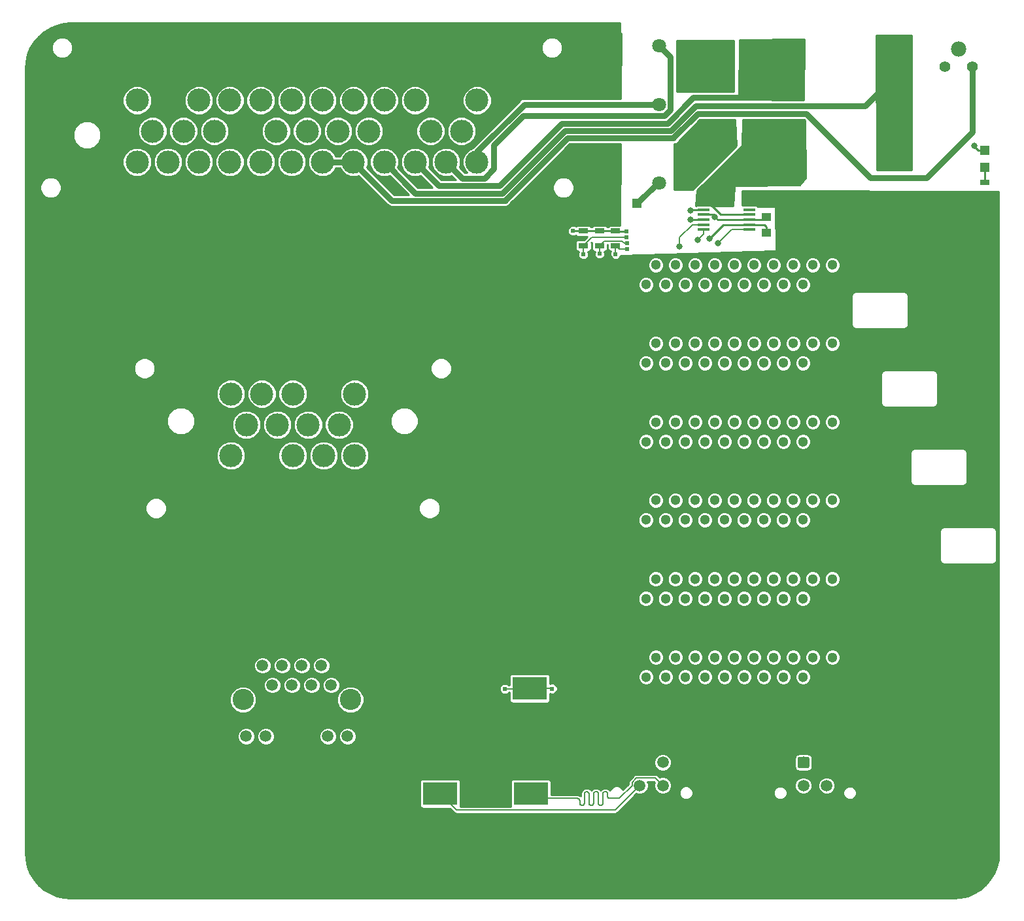
<source format=gtl>
G04 #@! TF.GenerationSoftware,KiCad,Pcbnew,5.0.2-bee76a0~70~ubuntu18.04.1*
G04 #@! TF.CreationDate,2021-09-27T14:10:48-04:00*
G04 #@! TF.ProjectId,LV Interface,4c562049-6e74-4657-9266-6163652e6b69,rev?*
G04 #@! TF.SameCoordinates,Original*
G04 #@! TF.FileFunction,Copper,L1,Top*
G04 #@! TF.FilePolarity,Positive*
%FSLAX46Y46*%
G04 Gerber Fmt 4.6, Leading zero omitted, Abs format (unit mm)*
G04 Created by KiCad (PCBNEW 5.0.2-bee76a0~70~ubuntu18.04.1) date Mon 27 Sep 2021 02:10:48 PM EDT*
%MOMM*%
%LPD*%
G01*
G04 APERTURE LIST*
G04 #@! TA.AperFunction,ComponentPad*
%ADD10C,3.000000*%
G04 #@! TD*
G04 #@! TA.AperFunction,SMDPad,CuDef*
%ADD11R,1.200000X1.200000*%
G04 #@! TD*
G04 #@! TA.AperFunction,Conductor*
%ADD12C,0.100000*%
G04 #@! TD*
G04 #@! TA.AperFunction,ComponentPad*
%ADD13C,1.500000*%
G04 #@! TD*
G04 #@! TA.AperFunction,ComponentPad*
%ADD14C,1.300000*%
G04 #@! TD*
G04 #@! TA.AperFunction,ComponentPad*
%ADD15C,1.397000*%
G04 #@! TD*
G04 #@! TA.AperFunction,ComponentPad*
%ADD16C,1.981000*%
G04 #@! TD*
G04 #@! TA.AperFunction,ComponentPad*
%ADD17C,1.800000*%
G04 #@! TD*
G04 #@! TA.AperFunction,ComponentPad*
%ADD18C,2.750000*%
G04 #@! TD*
G04 #@! TA.AperFunction,ComponentPad*
%ADD19C,2.032000*%
G04 #@! TD*
G04 #@! TA.AperFunction,SMDPad,CuDef*
%ADD20R,1.500000X0.450000*%
G04 #@! TD*
G04 #@! TA.AperFunction,SMDPad,CuDef*
%ADD21R,1.250000X1.000000*%
G04 #@! TD*
G04 #@! TA.AperFunction,SMDPad,CuDef*
%ADD22R,1.300000X0.700000*%
G04 #@! TD*
G04 #@! TA.AperFunction,SMDPad,CuDef*
%ADD23R,1.778000X2.159000*%
G04 #@! TD*
G04 #@! TA.AperFunction,SMDPad,CuDef*
%ADD24R,4.500000X3.000000*%
G04 #@! TD*
G04 #@! TA.AperFunction,ViaPad*
%ADD25C,0.800000*%
G04 #@! TD*
G04 #@! TA.AperFunction,ViaPad*
%ADD26C,0.609600*%
G04 #@! TD*
G04 #@! TA.AperFunction,Conductor*
%ADD27C,0.762000*%
G04 #@! TD*
G04 #@! TA.AperFunction,Conductor*
%ADD28C,0.254000*%
G04 #@! TD*
G04 #@! TA.AperFunction,Conductor*
%ADD29C,0.152400*%
G04 #@! TD*
G04 APERTURE END LIST*
D10*
G04 #@! TO.P,J1,31*
G04 #@! TO.N,/COOLING PUMP LSD*
X48050000Y-33980000D03*
G04 #@! TO.P,J1,25*
G04 #@! TO.N,/E-STOP-R > BSPD*
X72050000Y-33980000D03*
G04 #@! TO.P,J1,26*
G04 #@! TO.N,/FUSE > E-STOP-L*
X68050000Y-33980000D03*
G04 #@! TO.P,J1,27*
G04 #@! TO.N,/GLVMS>FUSE*
X64050000Y-33980000D03*
G04 #@! TO.P,J1,28*
G04 #@! TO.N,/BATT+*
X60050000Y-33980000D03*
G04 #@! TO.P,J1,29*
X56050000Y-33980000D03*
G04 #@! TO.P,J1,30*
G04 #@! TO.N,GND*
X52050000Y-33980000D03*
G04 #@! TO.P,J1,14*
G04 #@! TO.N,/CAN -*
X70050000Y-29980000D03*
G04 #@! TO.P,J1,15*
G04 #@! TO.N,/12V*
X66050000Y-29980000D03*
G04 #@! TO.P,J1,17*
G04 #@! TO.N,GND*
X58050000Y-29980000D03*
G04 #@! TO.P,J1,16*
X62050000Y-29980000D03*
G04 #@! TO.P,J1,18*
G04 #@! TO.N,/RADIATOR TEMP +*
X54050000Y-29980000D03*
G04 #@! TO.P,J1,19*
G04 #@! TO.N,/RADIATOR TEMP -*
X50050000Y-29980000D03*
G04 #@! TO.P,J1,7*
G04 #@! TO.N,/EXTRA TEMP 3 +*
X52050000Y-25980000D03*
G04 #@! TO.P,J1,6*
G04 #@! TO.N,/EXTRA TEMP 2 -*
X56050000Y-25980000D03*
G04 #@! TO.P,J1,4*
G04 #@! TO.N,/EXTRA TEMP 1 -*
X64050000Y-25980000D03*
G04 #@! TO.P,J1,5*
G04 #@! TO.N,/EXTRA TEMP 2 +*
X60050000Y-25980000D03*
G04 #@! TO.P,J1,3*
G04 #@! TO.N,/EXTRA TEMP 1 +*
X68050000Y-25980000D03*
G04 #@! TO.P,J1,2*
G04 #@! TO.N,/12V*
X72050000Y-25980000D03*
G04 #@! TO.P,J1,24*
G04 #@! TO.N,/BSPD > IS*
X76050000Y-33980000D03*
G04 #@! TO.P,J1,13*
G04 #@! TO.N,/CAN +*
X74050000Y-29980000D03*
G04 #@! TO.P,J1,1*
G04 #@! TO.N,GND*
X76050000Y-25980000D03*
G04 #@! TO.P,J1,8*
G04 #@! TO.N,/EXTRA TEMP 3 -*
X48050000Y-25980000D03*
G04 #@! TO.P,J1,20*
G04 #@! TO.N,/12V*
X46050000Y-29980000D03*
G04 #@! TO.P,J1,32*
G04 #@! TO.N,/MOTOR TEMP +*
X44050000Y-33980000D03*
G04 #@! TO.P,J1,9*
G04 #@! TO.N,/EXTRA TEMP 4 +*
X44050000Y-25980000D03*
G04 #@! TO.P,J1,33*
G04 #@! TO.N,/MOTOR TEMP -*
X40050000Y-33980000D03*
G04 #@! TO.P,J1,21*
G04 #@! TO.N,/CAN +*
X42050000Y-29980000D03*
G04 #@! TO.P,J1,10*
G04 #@! TO.N,/EXTRA TEMP 4 -*
X40050000Y-25980000D03*
G04 #@! TO.P,J1,34*
G04 #@! TO.N,/MC TEMP +*
X36050000Y-33980000D03*
G04 #@! TO.P,J1,22*
G04 #@! TO.N,/CAN -*
X38050000Y-29980000D03*
G04 #@! TO.P,J1,11*
G04 #@! TO.N,/12V*
X36050000Y-25980000D03*
G04 #@! TO.P,J1,35*
G04 #@! TO.N,/MC TEMP -*
X32050000Y-33980000D03*
G04 #@! TO.P,J1,23*
G04 #@! TO.N,GND*
X34050000Y-29980000D03*
G04 #@! TO.P,J1,12*
X32050000Y-25980000D03*
G04 #@! TD*
D11*
G04 #@! TO.P,D1,1*
G04 #@! TO.N,/12V*
X93977000Y-39331900D03*
G04 #@! TO.P,D1,2*
G04 #@! TO.N,/BSPD RELAY LSD*
X96777000Y-39331900D03*
G04 #@! TD*
D10*
G04 #@! TO.P,J2,11*
G04 #@! TO.N,/CAN -*
X48201220Y-64010660D03*
G04 #@! TO.P,J2,12*
G04 #@! TO.N,GND*
X52201220Y-64010660D03*
G04 #@! TO.P,J2,13*
G04 #@! TO.N,/12V*
X56201220Y-64010660D03*
G04 #@! TO.P,J2,14*
G04 #@! TO.N,GND*
X60201220Y-64010660D03*
G04 #@! TO.P,J2,7*
G04 #@! TO.N,/BRAKE PRESSURE +*
X50201220Y-68010660D03*
G04 #@! TO.P,J2,8*
G04 #@! TO.N,/BRAKE PRESSURE SENSE*
X54201220Y-68010660D03*
G04 #@! TO.P,J2,9*
G04 #@! TO.N,/BRAKE PRESSURE -*
X58201220Y-68010660D03*
G04 #@! TO.P,J2,4*
G04 #@! TO.N,/BSPD TEST SWITCH*
X56201220Y-72010660D03*
G04 #@! TO.P,J2,5*
G04 #@! TO.N,/5V*
X60201220Y-72010660D03*
G04 #@! TO.P,J2,3*
G04 #@! TO.N,/BRAKELIGHT LSD*
X52201220Y-72010660D03*
G04 #@! TO.P,J2,2*
G04 #@! TO.N,/12V*
X48201220Y-72010660D03*
G04 #@! TO.P,J2,10*
G04 #@! TO.N,/CAN +*
X44201220Y-64010660D03*
G04 #@! TO.P,J2,6*
G04 #@! TO.N,/BSPD CURRENT SENSE*
X46201220Y-68010660D03*
G04 #@! TO.P,J2,1*
G04 #@! TO.N,GND*
X44201220Y-72010660D03*
G04 #@! TD*
D12*
G04 #@! TO.N,GND*
G04 #@! TO.C,J3*
G36*
X118850404Y-111003584D02*
X118874673Y-111007184D01*
X118898471Y-111013145D01*
X118921571Y-111021410D01*
X118943749Y-111031900D01*
X118964793Y-111044513D01*
X118984498Y-111059127D01*
X119002677Y-111075603D01*
X119019153Y-111093782D01*
X119033767Y-111113487D01*
X119046380Y-111134531D01*
X119056870Y-111156709D01*
X119065135Y-111179809D01*
X119071096Y-111203607D01*
X119074696Y-111227876D01*
X119075900Y-111252380D01*
X119075900Y-112252380D01*
X119074696Y-112276884D01*
X119071096Y-112301153D01*
X119065135Y-112324951D01*
X119056870Y-112348051D01*
X119046380Y-112370229D01*
X119033767Y-112391273D01*
X119019153Y-112410978D01*
X119002677Y-112429157D01*
X118984498Y-112445633D01*
X118964793Y-112460247D01*
X118943749Y-112472860D01*
X118921571Y-112483350D01*
X118898471Y-112491615D01*
X118874673Y-112497576D01*
X118850404Y-112501176D01*
X118825900Y-112502380D01*
X117825900Y-112502380D01*
X117801396Y-112501176D01*
X117777127Y-112497576D01*
X117753329Y-112491615D01*
X117730229Y-112483350D01*
X117708051Y-112472860D01*
X117687007Y-112460247D01*
X117667302Y-112445633D01*
X117649123Y-112429157D01*
X117632647Y-112410978D01*
X117618033Y-112391273D01*
X117605420Y-112370229D01*
X117594930Y-112348051D01*
X117586665Y-112324951D01*
X117580704Y-112301153D01*
X117577104Y-112276884D01*
X117575900Y-112252380D01*
X117575900Y-111252380D01*
X117577104Y-111227876D01*
X117580704Y-111203607D01*
X117586665Y-111179809D01*
X117594930Y-111156709D01*
X117605420Y-111134531D01*
X117618033Y-111113487D01*
X117632647Y-111093782D01*
X117649123Y-111075603D01*
X117667302Y-111059127D01*
X117687007Y-111044513D01*
X117708051Y-111031900D01*
X117730229Y-111021410D01*
X117753329Y-111013145D01*
X117777127Y-111007184D01*
X117801396Y-111003584D01*
X117825900Y-111002380D01*
X118825900Y-111002380D01*
X118850404Y-111003584D01*
X118850404Y-111003584D01*
G37*
D13*
G04 #@! TD*
G04 #@! TO.P,J3,1*
G04 #@! TO.N,GND*
X118325900Y-111752380D03*
G04 #@! TO.P,J3,2*
G04 #@! TO.N,/12V*
X121325900Y-111752380D03*
G04 #@! TO.P,J3,3*
G04 #@! TO.N,/CAN +*
X118325900Y-114752380D03*
G04 #@! TO.P,J3,4*
G04 #@! TO.N,/CAN -*
X121325900Y-114752380D03*
G04 #@! TD*
D14*
G04 #@! TO.P,J4,20*
G04 #@! TO.N,GND*
X97939860Y-70190360D03*
G04 #@! TO.P,J4,19*
G04 #@! TO.N,/BSPD CURRENT SENSE*
X99209860Y-67650360D03*
G04 #@! TO.P,J4,18*
G04 #@! TO.N,/BSPD > IS*
X100479860Y-70190360D03*
G04 #@! TO.P,J4,17*
G04 #@! TO.N,/BSPD RELAY LSD*
X101749860Y-67650360D03*
G04 #@! TO.P,J4,16*
G04 #@! TO.N,/RJ45 LED O*
X103019860Y-70190360D03*
G04 #@! TO.P,J4,15*
G04 #@! TO.N,/RJ45 LED G*
X104289860Y-67650360D03*
G04 #@! TO.P,J4,14*
G04 #@! TO.N,/BSPD TEST SWITCH*
X105559860Y-70190360D03*
G04 #@! TO.P,J4,13*
G04 #@! TO.N,/BRAKELIGHT LSD*
X106829860Y-67650360D03*
G04 #@! TO.P,J4,12*
G04 #@! TO.N,/BRAKE PRESSURE -*
X108099860Y-70190360D03*
G04 #@! TO.P,J4,11*
G04 #@! TO.N,/BRAKE PRESSURE SENSE*
X109369860Y-67650360D03*
G04 #@! TO.P,J4,10*
G04 #@! TO.N,/BRAKE PRESSURE +*
X110639860Y-70190360D03*
G04 #@! TO.P,J4,9*
G04 #@! TO.N,/RESET*
X111909860Y-67650360D03*
G04 #@! TO.P,J4,8*
G04 #@! TO.N,/SCK*
X113179860Y-70190360D03*
G04 #@! TO.P,J4,6*
G04 #@! TO.N,/MISO*
X115719860Y-70190360D03*
G04 #@! TO.P,J4,4*
G04 #@! TO.N,/CAN -*
X118259860Y-70190360D03*
G04 #@! TO.P,J4,2*
G04 #@! TO.N,/12V*
X120799860Y-70190360D03*
G04 #@! TO.P,J4,7*
G04 #@! TO.N,/MOSI*
X114449860Y-67650360D03*
G04 #@! TO.P,J4,1*
G04 #@! TO.N,GND*
X122069860Y-67650360D03*
G04 #@! TO.P,J4,3*
G04 #@! TO.N,/CAN +*
X119529860Y-67650360D03*
G04 #@! TO.P,J4,5*
G04 #@! TO.N,/5V*
X116989860Y-67650360D03*
G04 #@! TD*
G04 #@! TO.P,J5,5*
G04 #@! TO.N,/5V_GLV*
X116977160Y-77800200D03*
G04 #@! TO.P,J5,3*
G04 #@! TO.N,/CAN +*
X119517160Y-77800200D03*
G04 #@! TO.P,J5,1*
G04 #@! TO.N,GND*
X122057160Y-77800200D03*
G04 #@! TO.P,J5,7*
G04 #@! TO.N,/SCL_GLV*
X114437160Y-77800200D03*
G04 #@! TO.P,J5,2*
G04 #@! TO.N,/12V*
X120787160Y-80340200D03*
G04 #@! TO.P,J5,4*
G04 #@! TO.N,/CAN -*
X118247160Y-80340200D03*
G04 #@! TO.P,J5,6*
G04 #@! TO.N,/SDA_GLV*
X115707160Y-80340200D03*
G04 #@! TO.P,J5,8*
G04 #@! TO.N,/MISO_GLV*
X113167160Y-80340200D03*
G04 #@! TO.P,J5,9*
G04 #@! TO.N,/MOSI_GLV*
X111897160Y-77800200D03*
G04 #@! TO.P,J5,10*
G04 #@! TO.N,/CS_GLV*
X110627160Y-80340200D03*
G04 #@! TO.P,J5,11*
G04 #@! TO.N,/SCK_GLV*
X109357160Y-77800200D03*
G04 #@! TO.P,J5,12*
G04 #@! TO.N,/ALERT_GLV*
X108087160Y-80340200D03*
G04 #@! TO.P,J5,13*
G04 #@! TO.N,GND*
X106817160Y-77800200D03*
G04 #@! TO.P,J5,14*
X105547160Y-80340200D03*
G04 #@! TO.P,J5,15*
X104277160Y-77800200D03*
G04 #@! TO.P,J5,16*
X103007160Y-80340200D03*
G04 #@! TO.P,J5,17*
X101737160Y-77800200D03*
G04 #@! TO.P,J5,18*
X100467160Y-80340200D03*
G04 #@! TO.P,J5,19*
X99197160Y-77800200D03*
G04 #@! TO.P,J5,20*
X97927160Y-80340200D03*
G04 #@! TD*
G04 #@! TO.P,J6,5*
G04 #@! TO.N,/COOLING PUMP LSD*
X116987320Y-57472580D03*
G04 #@! TO.P,J6,3*
G04 #@! TO.N,/CAN +*
X119527320Y-57472580D03*
G04 #@! TO.P,J6,1*
G04 #@! TO.N,GND*
X122067320Y-57472580D03*
G04 #@! TO.P,J6,7*
G04 #@! TO.N,/RADIATOR TEMP -*
X114447320Y-57472580D03*
G04 #@! TO.P,J6,2*
G04 #@! TO.N,/12V*
X120797320Y-60012580D03*
G04 #@! TO.P,J6,4*
G04 #@! TO.N,/CAN -*
X118257320Y-60012580D03*
G04 #@! TO.P,J6,6*
G04 #@! TO.N,/RADIATOR TEMP +*
X115717320Y-60012580D03*
G04 #@! TO.P,J6,8*
G04 #@! TO.N,/MOTOR TEMP +*
X113177320Y-60012580D03*
G04 #@! TO.P,J6,9*
G04 #@! TO.N,/MOTOR TEMP -*
X111907320Y-57472580D03*
G04 #@! TO.P,J6,10*
G04 #@! TO.N,/MC TEMP +*
X110637320Y-60012580D03*
G04 #@! TO.P,J6,11*
G04 #@! TO.N,/MC TEMP -*
X109367320Y-57472580D03*
G04 #@! TO.P,J6,12*
G04 #@! TO.N,/EXTRA TEMP 1 +*
X108097320Y-60012580D03*
G04 #@! TO.P,J6,13*
G04 #@! TO.N,/EXTRA TEMP 1 -*
X106827320Y-57472580D03*
G04 #@! TO.P,J6,14*
G04 #@! TO.N,/EXTRA TEMP 2 +*
X105557320Y-60012580D03*
G04 #@! TO.P,J6,15*
G04 #@! TO.N,/EXTRA TEMP 2 -*
X104287320Y-57472580D03*
G04 #@! TO.P,J6,16*
G04 #@! TO.N,/EXTRA TEMP 3 +*
X103017320Y-60012580D03*
G04 #@! TO.P,J6,17*
G04 #@! TO.N,/EXTRA TEMP 3 -*
X101747320Y-57472580D03*
G04 #@! TO.P,J6,18*
G04 #@! TO.N,/EXTRA TEMP 4 +*
X100477320Y-60012580D03*
G04 #@! TO.P,J6,19*
G04 #@! TO.N,/EXTRA TEMP 4 -*
X99207320Y-57472580D03*
G04 #@! TO.P,J6,20*
G04 #@! TO.N,GND*
X97937320Y-60012580D03*
G04 #@! TD*
G04 #@! TO.P,J7,5*
G04 #@! TO.N,/E-STOP-R > BSPD*
X116984780Y-47320200D03*
G04 #@! TO.P,J7,3*
G04 #@! TO.N,/CAN +*
X119524780Y-47320200D03*
G04 #@! TO.P,J7,1*
G04 #@! TO.N,GND*
X122064780Y-47320200D03*
G04 #@! TO.P,J7,7*
X114444780Y-47320200D03*
G04 #@! TO.P,J7,2*
G04 #@! TO.N,/12V*
X120794780Y-49860200D03*
G04 #@! TO.P,J7,4*
G04 #@! TO.N,/CAN -*
X118254780Y-49860200D03*
G04 #@! TO.P,J7,6*
G04 #@! TO.N,/FUSE > E-STOP-L*
X115714780Y-49860200D03*
G04 #@! TO.P,J7,8*
G04 #@! TO.N,GND*
X113174780Y-49860200D03*
G04 #@! TO.P,J7,9*
X111904780Y-47320200D03*
G04 #@! TO.P,J7,10*
X110634780Y-49860200D03*
G04 #@! TO.P,J7,11*
X109364780Y-47320200D03*
G04 #@! TO.P,J7,12*
X108094780Y-49860200D03*
G04 #@! TO.P,J7,13*
X106824780Y-47320200D03*
G04 #@! TO.P,J7,14*
X105554780Y-49860200D03*
G04 #@! TO.P,J7,15*
X104284780Y-47320200D03*
G04 #@! TO.P,J7,16*
X103014780Y-49860200D03*
G04 #@! TO.P,J7,17*
X101744780Y-47320200D03*
G04 #@! TO.P,J7,18*
X100474780Y-49860200D03*
G04 #@! TO.P,J7,19*
X99204780Y-47320200D03*
G04 #@! TO.P,J7,20*
X97934780Y-49860200D03*
G04 #@! TD*
D15*
G04 #@! TO.P,J8,2*
G04 #@! TO.N,GND*
X136679940Y-21592540D03*
G04 #@! TO.P,J8,1*
G04 #@! TO.N,/BATT+*
X140179940Y-21592540D03*
D16*
G04 #@! TO.P,J8,*
G04 #@! TO.N,*
X138429940Y-19362540D03*
G04 #@! TD*
D14*
G04 #@! TO.P,J9,5*
G04 #@! TO.N,GND*
X116989860Y-98132900D03*
G04 #@! TO.P,J9,3*
G04 #@! TO.N,/CAN +*
X119529860Y-98132900D03*
G04 #@! TO.P,J9,1*
G04 #@! TO.N,GND*
X122069860Y-98132900D03*
G04 #@! TO.P,J9,7*
X114449860Y-98132900D03*
G04 #@! TO.P,J9,2*
G04 #@! TO.N,/12V*
X120799860Y-100672900D03*
G04 #@! TO.P,J9,4*
G04 #@! TO.N,/CAN -*
X118259860Y-100672900D03*
G04 #@! TO.P,J9,6*
G04 #@! TO.N,GND*
X115719860Y-100672900D03*
G04 #@! TO.P,J9,8*
X113179860Y-100672900D03*
G04 #@! TO.P,J9,9*
X111909860Y-98132900D03*
G04 #@! TO.P,J9,10*
X110639860Y-100672900D03*
G04 #@! TO.P,J9,11*
X109369860Y-98132900D03*
G04 #@! TO.P,J9,12*
X108099860Y-100672900D03*
G04 #@! TO.P,J9,13*
X106829860Y-98132900D03*
G04 #@! TO.P,J9,14*
X105559860Y-100672900D03*
G04 #@! TO.P,J9,15*
X104289860Y-98132900D03*
G04 #@! TO.P,J9,16*
X103019860Y-100672900D03*
G04 #@! TO.P,J9,17*
X101749860Y-98132900D03*
G04 #@! TO.P,J9,18*
X100479860Y-100672900D03*
G04 #@! TO.P,J9,19*
X99209860Y-98132900D03*
G04 #@! TO.P,J9,20*
X97939860Y-100672900D03*
G04 #@! TD*
D13*
G04 #@! TO.P,J11,4*
G04 #@! TO.N,/CAN -*
X100119440Y-114739680D03*
G04 #@! TO.P,J11,3*
G04 #@! TO.N,/CAN +*
X97119440Y-114739680D03*
G04 #@! TO.P,J11,2*
G04 #@! TO.N,GND*
X100119440Y-111739680D03*
D12*
G04 #@! TD*
G04 #@! TO.N,/12V*
G04 #@! TO.C,J11*
G36*
X97643944Y-110990884D02*
X97668213Y-110994484D01*
X97692011Y-111000445D01*
X97715111Y-111008710D01*
X97737289Y-111019200D01*
X97758333Y-111031813D01*
X97778038Y-111046427D01*
X97796217Y-111062903D01*
X97812693Y-111081082D01*
X97827307Y-111100787D01*
X97839920Y-111121831D01*
X97850410Y-111144009D01*
X97858675Y-111167109D01*
X97864636Y-111190907D01*
X97868236Y-111215176D01*
X97869440Y-111239680D01*
X97869440Y-112239680D01*
X97868236Y-112264184D01*
X97864636Y-112288453D01*
X97858675Y-112312251D01*
X97850410Y-112335351D01*
X97839920Y-112357529D01*
X97827307Y-112378573D01*
X97812693Y-112398278D01*
X97796217Y-112416457D01*
X97778038Y-112432933D01*
X97758333Y-112447547D01*
X97737289Y-112460160D01*
X97715111Y-112470650D01*
X97692011Y-112478915D01*
X97668213Y-112484876D01*
X97643944Y-112488476D01*
X97619440Y-112489680D01*
X96619440Y-112489680D01*
X96594936Y-112488476D01*
X96570667Y-112484876D01*
X96546869Y-112478915D01*
X96523769Y-112470650D01*
X96501591Y-112460160D01*
X96480547Y-112447547D01*
X96460842Y-112432933D01*
X96442663Y-112416457D01*
X96426187Y-112398278D01*
X96411573Y-112378573D01*
X96398960Y-112357529D01*
X96388470Y-112335351D01*
X96380205Y-112312251D01*
X96374244Y-112288453D01*
X96370644Y-112264184D01*
X96369440Y-112239680D01*
X96369440Y-111239680D01*
X96370644Y-111215176D01*
X96374244Y-111190907D01*
X96380205Y-111167109D01*
X96388470Y-111144009D01*
X96398960Y-111121831D01*
X96411573Y-111100787D01*
X96426187Y-111081082D01*
X96442663Y-111062903D01*
X96460842Y-111046427D01*
X96480547Y-111031813D01*
X96501591Y-111019200D01*
X96523769Y-111008710D01*
X96546869Y-111000445D01*
X96570667Y-110994484D01*
X96594936Y-110990884D01*
X96619440Y-110989680D01*
X97619440Y-110989680D01*
X97643944Y-110990884D01*
X97643944Y-110990884D01*
G37*
D13*
G04 #@! TO.P,J11,1*
G04 #@! TO.N,/12V*
X97119440Y-111739680D03*
G04 #@! TD*
D14*
G04 #@! TO.P,J12,20*
G04 #@! TO.N,GND*
X97927160Y-90515440D03*
G04 #@! TO.P,J12,19*
X99197160Y-87975440D03*
G04 #@! TO.P,J12,18*
X100467160Y-90515440D03*
G04 #@! TO.P,J12,17*
X101737160Y-87975440D03*
G04 #@! TO.P,J12,16*
X103007160Y-90515440D03*
G04 #@! TO.P,J12,15*
X104277160Y-87975440D03*
G04 #@! TO.P,J12,14*
X105547160Y-90515440D03*
G04 #@! TO.P,J12,13*
X106817160Y-87975440D03*
G04 #@! TO.P,J12,12*
X108087160Y-90515440D03*
G04 #@! TO.P,J12,11*
G04 #@! TO.N,/SCK_GLV*
X109357160Y-87975440D03*
G04 #@! TO.P,J12,10*
G04 #@! TO.N,/CS_GLV*
X110627160Y-90515440D03*
G04 #@! TO.P,J12,9*
G04 #@! TO.N,/MOSI_GLV*
X111897160Y-87975440D03*
G04 #@! TO.P,J12,8*
G04 #@! TO.N,/MISO_GLV*
X113167160Y-90515440D03*
G04 #@! TO.P,J12,6*
G04 #@! TO.N,/SDA_GLV*
X115707160Y-90515440D03*
G04 #@! TO.P,J12,4*
G04 #@! TO.N,/CAN -*
X118247160Y-90515440D03*
G04 #@! TO.P,J12,2*
G04 #@! TO.N,/12V*
X120787160Y-90515440D03*
G04 #@! TO.P,J12,7*
G04 #@! TO.N,/SCL_GLV*
X114437160Y-87975440D03*
G04 #@! TO.P,J12,1*
G04 #@! TO.N,GND*
X122057160Y-87975440D03*
G04 #@! TO.P,J12,3*
G04 #@! TO.N,/CAN +*
X119517160Y-87975440D03*
G04 #@! TO.P,J12,5*
G04 #@! TO.N,/5V_GLV*
X116977160Y-87975440D03*
G04 #@! TD*
D17*
G04 #@! TO.P,K1,1*
G04 #@! TO.N,/BSPD RELAY LSD*
X99626420Y-36680140D03*
G04 #@! TO.P,K1,2*
G04 #@! TO.N,/BSPD > IS*
X99626420Y-26520140D03*
G04 #@! TO.P,K1,3*
G04 #@! TO.N,/E-STOP-R > BSPD*
X99626420Y-18900140D03*
G04 #@! TO.P,K1,5*
G04 #@! TO.N,/12V*
X92006420Y-36680140D03*
G04 #@! TD*
D13*
G04 #@! TO.P,U1,12*
G04 #@! TO.N,/RJ45 LED G*
X59268360Y-108364020D03*
G04 #@! TO.P,U1,11*
G04 #@! TO.N,GND*
X56728360Y-108364020D03*
G04 #@! TO.P,U1,9*
X46168360Y-108364020D03*
G04 #@! TO.P,U1,10*
G04 #@! TO.N,/RJ45 LED O*
X48708360Y-108364020D03*
G04 #@! TO.P,U1,1*
G04 #@! TO.N,/CAN -*
X57168360Y-101734020D03*
G04 #@! TO.P,U1,3*
G04 #@! TO.N,/RESET*
X54628360Y-101734020D03*
G04 #@! TO.P,U1,5*
G04 #@! TO.N,/MISO*
X52088360Y-101734020D03*
G04 #@! TO.P,U1,7*
G04 #@! TO.N,/5V*
X49548360Y-101734020D03*
G04 #@! TO.P,U1,2*
G04 #@! TO.N,/CAN +*
X55898360Y-99194020D03*
G04 #@! TO.P,U1,4*
G04 #@! TO.N,/SCK*
X53358360Y-99194020D03*
G04 #@! TO.P,U1,6*
G04 #@! TO.N,/MOSI*
X50818360Y-99194020D03*
G04 #@! TO.P,U1,8*
G04 #@! TO.N,GND*
X48278360Y-99194020D03*
D18*
G04 #@! TO.P,U1,13*
X59668360Y-103614020D03*
G04 #@! TO.P,U1,14*
X45768360Y-103614020D03*
G04 #@! TD*
D19*
G04 #@! TO.P,U2,1*
G04 #@! TO.N,/GLVMS>FUSE*
X130008580Y-29783300D03*
X130008580Y-33183300D03*
G04 #@! TO.P,U2,2*
G04 #@! TO.N,/12V_Fused*
X116508580Y-33183300D03*
X116508580Y-29783300D03*
G04 #@! TD*
G04 #@! TO.P,U3,2*
G04 #@! TO.N,/FUSE > E-STOP-L*
X116409520Y-19663940D03*
X116409520Y-23063940D03*
G04 #@! TO.P,U3,1*
G04 #@! TO.N,/GLVMS>FUSE*
X129909520Y-23063940D03*
X129909520Y-19663940D03*
G04 #@! TD*
D20*
G04 #@! TO.P,U5,16*
G04 #@! TO.N,/12V*
X111301320Y-38202440D03*
G04 #@! TO.P,U5,15*
X111301320Y-38852440D03*
G04 #@! TO.P,U5,14*
X111301320Y-39502440D03*
G04 #@! TO.P,U5,13*
G04 #@! TO.N,Net-(U5-Pad13)*
X111301320Y-40152440D03*
G04 #@! TO.P,U5,12*
G04 #@! TO.N,/12V_Fused*
X111301320Y-40802440D03*
G04 #@! TO.P,U5,11*
G04 #@! TO.N,GND*
X111301320Y-41452440D03*
G04 #@! TO.P,U5,10*
G04 #@! TO.N,/5V_GLV*
X111301320Y-42102440D03*
G04 #@! TO.P,U5,9*
G04 #@! TO.N,/SCL_GLV*
X111301320Y-42752440D03*
G04 #@! TO.P,U5,8*
G04 #@! TO.N,/SDA_GLV*
X105401320Y-42752440D03*
G04 #@! TO.P,U5,7*
G04 #@! TO.N,/ALERT_GLV*
X105401320Y-42102440D03*
G04 #@! TO.P,U5,6*
G04 #@! TO.N,GND*
X105401320Y-41452440D03*
G04 #@! TO.P,U5,5*
X105401320Y-40802440D03*
G04 #@! TO.P,U5,4*
X105401320Y-40152440D03*
G04 #@! TO.P,U5,3*
G04 #@! TO.N,/12V_Fused*
X105401320Y-39502440D03*
G04 #@! TO.P,U5,2*
X105401320Y-38852440D03*
G04 #@! TO.P,U5,1*
X105401320Y-38202440D03*
G04 #@! TD*
D21*
G04 #@! TO.P,C1,1*
G04 #@! TO.N,GND*
X113489740Y-41114980D03*
G04 #@! TO.P,C1,2*
G04 #@! TO.N,/5V_GLV*
X113489740Y-43114980D03*
G04 #@! TD*
D11*
G04 #@! TO.P,D3,2*
G04 #@! TO.N,Net-(D3-Pad2)*
X141810740Y-34701660D03*
G04 #@! TO.P,D3,1*
G04 #@! TO.N,GND*
X141810740Y-32501660D03*
G04 #@! TD*
D22*
G04 #@! TO.P,R1,1*
G04 #@! TO.N,/12V*
X141765020Y-38536920D03*
G04 #@! TO.P,R1,2*
G04 #@! TO.N,Net-(D3-Pad2)*
X141765020Y-36636920D03*
G04 #@! TD*
G04 #@! TO.P,R2,2*
G04 #@! TO.N,/5V_GLV*
X94005400Y-42900600D03*
G04 #@! TO.P,R2,1*
G04 #@! TO.N,/ALERT_GLV*
X94005400Y-44800600D03*
G04 #@! TD*
G04 #@! TO.P,R3,1*
G04 #@! TO.N,/5V_GLV*
X91922600Y-42915800D03*
G04 #@! TO.P,R3,2*
G04 #@! TO.N,/SCL_GLV*
X91922600Y-44815800D03*
G04 #@! TD*
G04 #@! TO.P,R4,2*
G04 #@! TO.N,/5V_GLV*
X89839800Y-42915800D03*
G04 #@! TO.P,R4,1*
G04 #@! TO.N,/SDA_GLV*
X89839800Y-44815800D03*
G04 #@! TD*
D23*
G04 #@! TO.P,D2,2*
G04 #@! TO.N,/12V_Fused*
X111518700Y-30284420D03*
G04 #@! TO.P,D2,1*
G04 #@! TO.N,GND*
X107454700Y-30284420D03*
G04 #@! TD*
G04 #@! TO.P,D4,1*
G04 #@! TO.N,GND*
X107586780Y-20081240D03*
G04 #@! TO.P,D4,2*
G04 #@! TO.N,/FUSE > E-STOP-L*
X111650780Y-20081240D03*
G04 #@! TD*
D24*
G04 #@! TO.P,TP1,1*
G04 #@! TO.N,GND*
X82900520Y-102184200D03*
G04 #@! TD*
G04 #@! TO.P,TP2,1*
G04 #@! TO.N,/12V*
X71561960Y-102257860D03*
G04 #@! TD*
G04 #@! TO.P,TP3,1*
G04 #@! TO.N,/CAN +*
X71274940Y-115796060D03*
G04 #@! TD*
G04 #@! TO.P,TP4,1*
G04 #@! TO.N,/CAN -*
X83017360Y-115763040D03*
G04 #@! TD*
D25*
G04 #@! TO.N,GND*
X106840020Y-41064180D03*
X103705660Y-40231060D03*
X103715820Y-41424860D03*
D26*
X104084120Y-30180280D03*
X105343960Y-31432500D03*
X102966520Y-31356300D03*
X104310180Y-32466280D03*
X103068120Y-33787080D03*
X105628440Y-33682940D03*
X104310180Y-34871660D03*
X103225600Y-36088320D03*
X102483920Y-19324320D03*
X105280460Y-19342100D03*
X102552500Y-21127720D03*
X105247440Y-21005800D03*
X102552500Y-22979380D03*
X105384600Y-22946360D03*
X108318300Y-23116540D03*
X106911140Y-24335740D03*
X103959660Y-24198580D03*
X103855520Y-22070060D03*
X103753920Y-20045680D03*
X85793580Y-102189280D03*
X79659480Y-102201980D03*
D25*
X140436607Y-31861767D03*
G04 #@! TO.N,/5V_GLV*
X106187240Y-43868340D03*
D26*
X88493600Y-42900600D03*
X95402400Y-42926000D03*
G04 #@! TO.N,/SDA_GLV*
X89839800Y-45923200D03*
X95402400Y-43764200D03*
D25*
X104648000Y-44094400D03*
G04 #@! TO.N,/SCL_GLV*
X107259120Y-44498260D03*
D26*
X91922600Y-45872400D03*
X95460842Y-44523958D03*
D25*
G04 #@! TO.N,/ALERT_GLV*
X102306120Y-44871640D03*
D26*
X94005400Y-45897800D03*
X95478600Y-45288200D03*
G04 #@! TD*
D27*
G04 #@! TO.N,/BSPD RELAY LSD*
X99428760Y-36680140D02*
X96777000Y-39331900D01*
X99626420Y-36680140D02*
X99428760Y-36680140D01*
G04 #@! TO.N,/E-STOP-R > BSPD*
X77013942Y-36095940D02*
X74165940Y-36095940D01*
X78247240Y-34862642D02*
X77013942Y-36095940D01*
X82059977Y-28001141D02*
X78247240Y-31813878D01*
X74165940Y-36095940D02*
X72050000Y-33980000D01*
X78247240Y-31813878D02*
X78247240Y-34862642D01*
X100333311Y-28001141D02*
X82059977Y-28001141D01*
X101107421Y-27227031D02*
X100333311Y-28001141D01*
X101107421Y-20381141D02*
X101107421Y-27227031D01*
X99626420Y-18900140D02*
X101107421Y-20381141D01*
G04 #@! TO.N,/FUSE > E-STOP-L*
X116409520Y-19663940D02*
X116409520Y-23063940D01*
X113857560Y-25615900D02*
X116409520Y-23063940D01*
X100731789Y-28963151D02*
X104079040Y-25615900D01*
X87035731Y-28963151D02*
X100731789Y-28963151D01*
X71127950Y-37057950D02*
X78940932Y-37057950D01*
X104079040Y-25615900D02*
X113857560Y-25615900D01*
X78940932Y-37057950D02*
X87035731Y-28963151D01*
X68050000Y-33980000D02*
X71127950Y-37057950D01*
D28*
G04 #@! TO.N,GND*
X105401320Y-40802440D02*
X106578280Y-40802440D01*
X106578280Y-40802440D02*
X106840020Y-41064180D01*
X105401320Y-40152440D02*
X103784280Y-40152440D01*
X103784280Y-40152440D02*
X103705660Y-40231060D01*
X105401320Y-41452440D02*
X103743400Y-41452440D01*
X103743400Y-41452440D02*
X103715820Y-41424860D01*
X113152280Y-41452440D02*
X111301320Y-41452440D01*
X113489740Y-41114980D02*
X113152280Y-41452440D01*
X111301320Y-41452440D02*
X107228280Y-41452440D01*
X107228280Y-41452440D02*
X106840020Y-41064180D01*
D29*
X82900520Y-102184200D02*
X85788500Y-102184200D01*
X85788500Y-102184200D02*
X85793580Y-102189280D01*
X82882740Y-102201980D02*
X82900520Y-102184200D01*
X79659480Y-102201980D02*
X82882740Y-102201980D01*
D28*
X141810740Y-32501660D02*
X140956740Y-32501660D01*
X140956740Y-32501660D02*
X140436607Y-31981527D01*
X140436607Y-31981527D02*
X140436607Y-31861767D01*
D27*
G04 #@! TO.N,/BSPD > IS*
X82180492Y-26520140D02*
X99626420Y-26520140D01*
X76050000Y-33980000D02*
X76050000Y-32650632D01*
X76050000Y-32650632D02*
X82180492Y-26520140D01*
D28*
G04 #@! TO.N,/5V_GLV*
X113231200Y-42102440D02*
X113489740Y-42360980D01*
X113489740Y-42360980D02*
X113489740Y-43114980D01*
X111301320Y-42102440D02*
X113231200Y-42102440D01*
X94030800Y-42926000D02*
X94005400Y-42900600D01*
X95402400Y-42926000D02*
X94030800Y-42926000D01*
X91937800Y-42900600D02*
X91922600Y-42915800D01*
X94005400Y-42900600D02*
X91937800Y-42900600D01*
X91922600Y-42915800D02*
X89839800Y-42915800D01*
X88508800Y-42915800D02*
X88493600Y-42900600D01*
X89839800Y-42915800D02*
X88508800Y-42915800D01*
X107953140Y-42102440D02*
X106187240Y-43868340D01*
X111301320Y-42102440D02*
X107953140Y-42102440D01*
D29*
G04 #@! TO.N,/SDA_GLV*
X89839800Y-44815800D02*
X89839800Y-45923200D01*
X89839800Y-44805600D02*
X89839800Y-44815800D01*
X90881200Y-43764200D02*
X89839800Y-44805600D01*
X95402400Y-43764200D02*
X90881200Y-43764200D01*
X105401320Y-43341080D02*
X105401320Y-42752440D01*
X104648000Y-44094400D02*
X105401320Y-43341080D01*
G04 #@! TO.N,/SCL_GLV*
X91922600Y-44815800D02*
X91922600Y-45872400D01*
X92516401Y-44221999D02*
X91922600Y-44815800D01*
X94838281Y-44221999D02*
X92516401Y-44221999D01*
X95140240Y-44523958D02*
X94838281Y-44221999D01*
X95460842Y-44523958D02*
X95140240Y-44523958D01*
X109004940Y-42752440D02*
X107259120Y-44498260D01*
X111301320Y-42752440D02*
X109004940Y-42752440D01*
D28*
G04 #@! TO.N,/12V_Fused*
X106314922Y-39502440D02*
X105401320Y-39502440D01*
X107614922Y-40802440D02*
X106314922Y-39502440D01*
X111301320Y-40802440D02*
X107614922Y-40802440D01*
D29*
G04 #@! TO.N,/ALERT_GLV*
X105401320Y-42102440D02*
X103955162Y-42102440D01*
X102306120Y-43751482D02*
X102306120Y-44305955D01*
X102306120Y-44305955D02*
X102306120Y-44871640D01*
X103955162Y-42102440D02*
X102306120Y-43751482D01*
X94005400Y-44800600D02*
X94005400Y-45897800D01*
X94493000Y-45288200D02*
X94005400Y-44800600D01*
X95478600Y-45288200D02*
X94493000Y-45288200D01*
D27*
G04 #@! TO.N,/BATT+*
X56050000Y-33980000D02*
X60050000Y-33980000D01*
X140179940Y-22580368D02*
X140179940Y-21592540D01*
X118719599Y-27685999D02*
X127025400Y-35991800D01*
X140179940Y-30076260D02*
X140179940Y-22580368D01*
X101538079Y-30887172D02*
X101538079Y-30810518D01*
X134264400Y-35991800D02*
X140179940Y-30076260D01*
X87765367Y-30887172D02*
X101538079Y-30887172D01*
X79737886Y-38914653D02*
X87765367Y-30887172D01*
X127025400Y-35991800D02*
X134264400Y-35991800D01*
X79737886Y-38981970D02*
X79737886Y-38914653D01*
X65051970Y-38981970D02*
X79737886Y-38981970D01*
X104662598Y-27685999D02*
X118719599Y-27685999D01*
X101538079Y-30810518D02*
X104662598Y-27685999D01*
X60050000Y-33980000D02*
X65051970Y-38981970D01*
D28*
G04 #@! TO.N,Net-(D3-Pad2)*
X141810740Y-34701660D02*
X141810740Y-36591200D01*
D27*
G04 #@! TO.N,/GLVMS>FUSE*
X126275520Y-26697940D02*
X129909520Y-23063940D01*
X68089960Y-38019960D02*
X79339408Y-38019960D01*
X87434205Y-29925162D02*
X101130264Y-29925162D01*
X79339408Y-38019960D02*
X87434205Y-29925162D01*
X101130264Y-29925162D02*
X104357486Y-26697940D01*
X64050000Y-33980000D02*
X68089960Y-38019960D01*
X104357486Y-26697940D02*
X126275520Y-26697940D01*
D29*
G04 #@! TO.N,/CAN -*
X89056100Y-116408281D02*
X83662601Y-116408281D01*
X89186265Y-116437991D02*
X89122856Y-116415803D01*
X89243146Y-116473732D02*
X89186265Y-116437991D01*
X89290649Y-116521235D02*
X89243146Y-116473732D01*
X89326390Y-116578116D02*
X89290649Y-116521235D01*
X89348578Y-116641525D02*
X89326390Y-116578116D01*
X89356100Y-116708281D02*
X89348578Y-116641525D01*
X89356100Y-117002700D02*
X89356100Y-116708281D01*
X89363621Y-117069457D02*
X89356100Y-117002700D01*
X89385809Y-117132866D02*
X89363621Y-117069457D01*
X89421550Y-117189747D02*
X89385809Y-117132866D01*
X89469053Y-117237250D02*
X89421550Y-117189747D01*
X89525934Y-117272991D02*
X89469053Y-117237250D01*
X89589343Y-117295179D02*
X89525934Y-117272991D01*
X89656100Y-117302700D02*
X89589343Y-117295179D01*
X89722856Y-117295179D02*
X89656100Y-117302700D01*
X89786265Y-117272991D02*
X89722856Y-117295179D01*
X89843146Y-117237250D02*
X89786265Y-117272991D01*
X89890649Y-117189747D02*
X89843146Y-117237250D01*
X89926390Y-117132866D02*
X89890649Y-117189747D01*
X89948578Y-117069457D02*
X89926390Y-117132866D01*
X89956100Y-117002700D02*
X89948578Y-117069457D01*
X89956100Y-115813862D02*
X89956100Y-117002700D01*
X89963621Y-115747105D02*
X89956100Y-115813862D01*
X89985809Y-115683696D02*
X89963621Y-115747105D01*
X90021550Y-115626815D02*
X89985809Y-115683696D01*
X90069053Y-115579312D02*
X90021550Y-115626815D01*
X90125934Y-115543571D02*
X90069053Y-115579312D01*
X90189343Y-115521383D02*
X90125934Y-115543571D01*
X90256100Y-115513862D02*
X90189343Y-115521383D01*
X90322856Y-115521383D02*
X90256100Y-115513862D01*
X90386265Y-115543571D02*
X90322856Y-115521383D01*
X92122856Y-117295179D02*
X92056100Y-117302700D01*
X90556100Y-117002700D02*
X90556100Y-115813862D01*
X90556100Y-115813862D02*
X90548578Y-115747105D01*
X92385809Y-115683696D02*
X92363621Y-115747105D01*
X92363621Y-115747105D02*
X92356100Y-115813862D01*
X90526390Y-115683696D02*
X90490649Y-115626815D01*
X92656100Y-115513862D02*
X92589343Y-115521383D01*
X92722856Y-115521383D02*
X92656100Y-115513862D01*
X92786265Y-115543571D02*
X92722856Y-115521383D01*
X92348578Y-117069457D02*
X92326390Y-117132866D01*
X96695701Y-113761079D02*
X96128840Y-114327940D01*
X99140839Y-113761079D02*
X96695701Y-113761079D01*
X92890649Y-115626815D02*
X92843146Y-115579312D01*
X92843146Y-115579312D02*
X92786265Y-115543571D01*
X91090649Y-117189747D02*
X91043146Y-117237250D01*
X91269053Y-115579312D02*
X91221550Y-115626815D01*
X91221550Y-115626815D02*
X91185809Y-115683696D01*
X92356100Y-115813862D02*
X92356100Y-117002700D01*
X92356100Y-117002700D02*
X92348578Y-117069457D01*
X92469053Y-115579312D02*
X92421550Y-115626815D01*
X92525934Y-115543571D02*
X92469053Y-115579312D01*
X92589343Y-115521383D02*
X92525934Y-115543571D01*
X92421550Y-115626815D02*
X92385809Y-115683696D01*
X100119440Y-114739680D02*
X99140839Y-113761079D01*
X92326390Y-117132866D02*
X92290649Y-117189747D01*
X93256100Y-116408281D02*
X93189343Y-116400759D01*
X94469169Y-116408281D02*
X93256100Y-116408281D01*
X96128840Y-114748610D02*
X94469169Y-116408281D01*
X96128840Y-114327940D02*
X96128840Y-114748610D01*
X92243146Y-117237250D02*
X92186265Y-117272991D01*
X92290649Y-117189747D02*
X92243146Y-117237250D01*
X92186265Y-117272991D02*
X92122856Y-117295179D01*
X93189343Y-116400759D02*
X93125934Y-116378571D01*
X93021550Y-116295327D02*
X92985809Y-116238446D01*
X93069053Y-116342830D02*
X93021550Y-116295327D01*
X93125934Y-116378571D02*
X93069053Y-116342830D01*
X92985809Y-116238446D02*
X92963621Y-116175037D01*
X92963621Y-116175037D02*
X92956100Y-116108281D01*
X90922856Y-117295179D02*
X90856100Y-117302700D01*
X92956100Y-116108281D02*
X92956100Y-115813862D01*
X92948578Y-115747105D02*
X92926390Y-115683696D01*
X92956100Y-115813862D02*
X92948578Y-115747105D01*
X92926390Y-115683696D02*
X92890649Y-115626815D01*
X83662601Y-116408281D02*
X83017360Y-115763040D01*
X92056100Y-117302700D02*
X91989343Y-117295179D01*
X91989343Y-117295179D02*
X91925934Y-117272991D01*
X91925934Y-117272991D02*
X91869053Y-117237250D01*
X91869053Y-117237250D02*
X91821550Y-117189747D01*
X91389343Y-115521383D02*
X91325934Y-115543571D01*
X91821550Y-117189747D02*
X91785809Y-117132866D01*
X91785809Y-117132866D02*
X91763621Y-117069457D01*
X91763621Y-117069457D02*
X91756100Y-117002700D01*
X90443146Y-115579312D02*
X90386265Y-115543571D01*
X90490649Y-115626815D02*
X90443146Y-115579312D01*
X91756100Y-117002700D02*
X91756100Y-115813862D01*
X91756100Y-115813862D02*
X91748578Y-115747105D01*
X91726390Y-115683696D02*
X91690649Y-115626815D01*
X91748578Y-115747105D02*
X91726390Y-115683696D01*
X91690649Y-115626815D02*
X91643146Y-115579312D01*
X91643146Y-115579312D02*
X91586265Y-115543571D01*
X91586265Y-115543571D02*
X91522856Y-115521383D01*
X91522856Y-115521383D02*
X91456100Y-115513862D01*
X91456100Y-115513862D02*
X91389343Y-115521383D01*
X91325934Y-115543571D02*
X91269053Y-115579312D01*
X91185809Y-115683696D02*
X91163621Y-115747105D01*
X91156100Y-115813862D02*
X91156100Y-117002700D01*
X91163621Y-115747105D02*
X91156100Y-115813862D01*
X91156100Y-117002700D02*
X91148578Y-117069457D01*
X91148578Y-117069457D02*
X91126390Y-117132866D01*
X89122856Y-116415803D02*
X89056100Y-116408281D01*
X91126390Y-117132866D02*
X91090649Y-117189747D01*
X91043146Y-117237250D02*
X90986265Y-117272991D01*
X90986265Y-117272991D02*
X90922856Y-117295179D01*
X90856100Y-117302700D02*
X90789343Y-117295179D01*
X90789343Y-117295179D02*
X90725934Y-117272991D01*
X90669053Y-117237250D02*
X90621550Y-117189747D01*
X90725934Y-117272991D02*
X90669053Y-117237250D01*
X90621550Y-117189747D02*
X90585809Y-117132866D01*
X90563621Y-117069457D02*
X90556100Y-117002700D01*
X90585809Y-117132866D02*
X90563621Y-117069457D01*
X90548578Y-115747105D02*
X90526390Y-115683696D01*
G04 #@! TO.N,/CAN +*
X73406000Y-117927120D02*
X71274940Y-115796060D01*
X97119440Y-114739680D02*
X93932000Y-117927120D01*
X93932000Y-117927120D02*
X73406000Y-117927120D01*
G04 #@! TD*
D28*
G04 #@! TO.N,/GLVMS>FUSE*
G36*
X132279965Y-17577509D02*
X132301538Y-34975800D01*
X127859595Y-34975800D01*
X127784480Y-17576682D01*
X132279965Y-17577509D01*
X132279965Y-17577509D01*
G37*
X132279965Y-17577509D02*
X132301538Y-34975800D01*
X127859595Y-34975800D01*
X127784480Y-17576682D01*
X132279965Y-17577509D01*
G04 #@! TO.N,/12V*
G36*
X94564200Y-17202150D02*
X94573867Y-17250751D01*
X94601397Y-17291953D01*
X94642599Y-17319483D01*
X94698069Y-17328964D01*
X94715888Y-17327999D01*
X94671211Y-25758140D01*
X82255535Y-25758140D01*
X82180492Y-25743213D01*
X82105449Y-25758140D01*
X82105444Y-25758140D01*
X81883175Y-25802352D01*
X81631121Y-25970769D01*
X81588610Y-26034391D01*
X75564251Y-32058751D01*
X75500630Y-32101261D01*
X75458119Y-32164883D01*
X75458118Y-32164884D01*
X75435666Y-32198486D01*
X74984499Y-32385365D01*
X74455365Y-32914499D01*
X74169000Y-33605846D01*
X74169000Y-34354154D01*
X74455365Y-35045501D01*
X74743804Y-35333940D01*
X74481571Y-35333940D01*
X73805286Y-34657655D01*
X73931000Y-34354154D01*
X73931000Y-33605846D01*
X73644635Y-32914499D01*
X73115501Y-32385365D01*
X72424154Y-32099000D01*
X71675846Y-32099000D01*
X70984499Y-32385365D01*
X70455365Y-32914499D01*
X70169000Y-33605846D01*
X70169000Y-34354154D01*
X70455365Y-35045501D01*
X70984499Y-35574635D01*
X71675846Y-35861000D01*
X72424154Y-35861000D01*
X72727655Y-35735286D01*
X73288319Y-36295950D01*
X71443581Y-36295950D01*
X69805286Y-34657655D01*
X69931000Y-34354154D01*
X69931000Y-33605846D01*
X69644635Y-32914499D01*
X69115501Y-32385365D01*
X68424154Y-32099000D01*
X67675846Y-32099000D01*
X66984499Y-32385365D01*
X66455365Y-32914499D01*
X66169000Y-33605846D01*
X66169000Y-34354154D01*
X66455365Y-35045501D01*
X66984499Y-35574635D01*
X67675846Y-35861000D01*
X68424154Y-35861000D01*
X68727655Y-35735286D01*
X70250329Y-37257960D01*
X68405591Y-37257960D01*
X65805286Y-34657655D01*
X65931000Y-34354154D01*
X65931000Y-33605846D01*
X65644635Y-32914499D01*
X65115501Y-32385365D01*
X64424154Y-32099000D01*
X63675846Y-32099000D01*
X62984499Y-32385365D01*
X62455365Y-32914499D01*
X62169000Y-33605846D01*
X62169000Y-34354154D01*
X62455365Y-35045501D01*
X62984499Y-35574635D01*
X63675846Y-35861000D01*
X64424154Y-35861000D01*
X64727655Y-35735286D01*
X67212339Y-38219970D01*
X65367601Y-38219970D01*
X61805286Y-34657655D01*
X61931000Y-34354154D01*
X61931000Y-33605846D01*
X61644635Y-32914499D01*
X61115501Y-32385365D01*
X60424154Y-32099000D01*
X59675846Y-32099000D01*
X58984499Y-32385365D01*
X58455365Y-32914499D01*
X58329651Y-33218000D01*
X57770349Y-33218000D01*
X57644635Y-32914499D01*
X57115501Y-32385365D01*
X56424154Y-32099000D01*
X55675846Y-32099000D01*
X54984499Y-32385365D01*
X54455365Y-32914499D01*
X54169000Y-33605846D01*
X54169000Y-34354154D01*
X54455365Y-35045501D01*
X54984499Y-35574635D01*
X55675846Y-35861000D01*
X56424154Y-35861000D01*
X57115501Y-35574635D01*
X57644635Y-35045501D01*
X57770349Y-34742000D01*
X58329651Y-34742000D01*
X58455365Y-35045501D01*
X58984499Y-35574635D01*
X59675846Y-35861000D01*
X60424154Y-35861000D01*
X60727655Y-35735286D01*
X64460088Y-39467719D01*
X64502599Y-39531341D01*
X64754653Y-39699758D01*
X64976922Y-39743970D01*
X64976923Y-39743970D01*
X65051970Y-39758898D01*
X65127017Y-39743970D01*
X79662838Y-39743970D01*
X79737886Y-39758898D01*
X79812934Y-39743970D01*
X80035203Y-39699758D01*
X80287257Y-39531341D01*
X80455674Y-39279287D01*
X80456864Y-39273305D01*
X82724867Y-37005302D01*
X85869000Y-37005302D01*
X85869000Y-37554698D01*
X86079245Y-38062273D01*
X86467727Y-38450755D01*
X86975302Y-38661000D01*
X87524698Y-38661000D01*
X88032273Y-38450755D01*
X88420755Y-38062273D01*
X88631000Y-37554698D01*
X88631000Y-37005302D01*
X88420755Y-36497727D01*
X88032273Y-36109245D01*
X87524698Y-35899000D01*
X86975302Y-35899000D01*
X86467727Y-36109245D01*
X86079245Y-36497727D01*
X85869000Y-37005302D01*
X82724867Y-37005302D01*
X88080998Y-31649172D01*
X94639991Y-31649172D01*
X94584276Y-42162136D01*
X93355400Y-42162136D01*
X93206741Y-42191706D01*
X93080714Y-42275914D01*
X93002747Y-42392600D01*
X92915096Y-42392600D01*
X92847286Y-42291114D01*
X92721259Y-42206906D01*
X92572600Y-42177336D01*
X91272600Y-42177336D01*
X91123941Y-42206906D01*
X90997914Y-42291114D01*
X90919947Y-42407800D01*
X90842453Y-42407800D01*
X90764486Y-42291114D01*
X90638459Y-42206906D01*
X90489800Y-42177336D01*
X89189800Y-42177336D01*
X89041141Y-42206906D01*
X88915114Y-42291114D01*
X88890628Y-42327760D01*
X88882075Y-42319207D01*
X88630014Y-42214800D01*
X88357186Y-42214800D01*
X88105125Y-42319207D01*
X87912207Y-42512125D01*
X87807800Y-42764186D01*
X87807800Y-43037014D01*
X87912207Y-43289075D01*
X88105125Y-43481993D01*
X88357186Y-43586400D01*
X88630014Y-43586400D01*
X88877341Y-43483954D01*
X88915114Y-43540486D01*
X89041141Y-43624694D01*
X89189800Y-43654264D01*
X90344557Y-43654264D01*
X89921486Y-44077336D01*
X89189800Y-44077336D01*
X89041141Y-44106906D01*
X88915114Y-44191114D01*
X88830906Y-44317141D01*
X88801336Y-44465800D01*
X88801336Y-45165800D01*
X88830906Y-45314459D01*
X88915114Y-45440486D01*
X89041141Y-45524694D01*
X89189800Y-45554264D01*
X89250314Y-45554264D01*
X89154000Y-45786786D01*
X89154000Y-46059614D01*
X89258407Y-46311675D01*
X89451325Y-46504593D01*
X89703386Y-46609000D01*
X89976214Y-46609000D01*
X90228275Y-46504593D01*
X90421193Y-46311675D01*
X90525600Y-46059614D01*
X90525600Y-45786786D01*
X90429286Y-45554264D01*
X90489800Y-45554264D01*
X90638459Y-45524694D01*
X90764486Y-45440486D01*
X90848694Y-45314459D01*
X90878264Y-45165800D01*
X90878264Y-44465800D01*
X90869623Y-44422356D01*
X90898527Y-44393452D01*
X90884136Y-44465800D01*
X90884136Y-45165800D01*
X90913706Y-45314459D01*
X90997914Y-45440486D01*
X91123941Y-45524694D01*
X91272600Y-45554264D01*
X91312072Y-45554264D01*
X91236800Y-45735986D01*
X91236800Y-46008814D01*
X91341207Y-46260875D01*
X91534125Y-46453793D01*
X91786186Y-46558200D01*
X92059014Y-46558200D01*
X92311075Y-46453793D01*
X92503993Y-46260875D01*
X92608400Y-46008814D01*
X92608400Y-45735986D01*
X92533128Y-45554264D01*
X92572600Y-45554264D01*
X92721259Y-45524694D01*
X92847286Y-45440486D01*
X92931494Y-45314459D01*
X92961064Y-45165800D01*
X92961064Y-44679199D01*
X92966936Y-44679199D01*
X92966936Y-45150600D01*
X92996506Y-45299259D01*
X93080714Y-45425286D01*
X93206741Y-45509494D01*
X93355400Y-45539064D01*
X93411689Y-45539064D01*
X93319600Y-45761386D01*
X93319600Y-46034214D01*
X93424007Y-46286275D01*
X93616925Y-46479193D01*
X93868986Y-46583600D01*
X94141814Y-46583600D01*
X94393875Y-46479193D01*
X94586793Y-46286275D01*
X94674840Y-46073710D01*
X94694893Y-46077451D01*
X114666913Y-45496426D01*
X114715212Y-45485350D01*
X114755596Y-45456633D01*
X114781916Y-45414648D01*
X114790195Y-45366943D01*
X114680975Y-39900863D01*
X114670338Y-39852465D01*
X114641991Y-39811821D01*
X114600247Y-39785120D01*
X114556051Y-39776417D01*
X112385211Y-39741361D01*
X112326006Y-39652754D01*
X112199979Y-39568546D01*
X112051320Y-39538976D01*
X110551320Y-39538976D01*
X110428674Y-39563372D01*
X110390995Y-37694083D01*
X143618281Y-37817684D01*
X143618280Y-123432724D01*
X143544554Y-124369500D01*
X143329616Y-125264781D01*
X142977272Y-126115415D01*
X142496197Y-126900457D01*
X141898238Y-127600578D01*
X141198118Y-128198537D01*
X140413075Y-128679612D01*
X139562442Y-129031956D01*
X138667159Y-129246894D01*
X137730384Y-129320620D01*
X23468176Y-129320620D01*
X22531400Y-129246894D01*
X21636119Y-129031956D01*
X20785485Y-128679612D01*
X20000443Y-128198537D01*
X19300322Y-127600578D01*
X18702363Y-126900458D01*
X18221288Y-126115415D01*
X17868944Y-125264782D01*
X17654006Y-124369499D01*
X17580280Y-123432724D01*
X17580280Y-114296060D01*
X68636476Y-114296060D01*
X68636476Y-117296060D01*
X68666046Y-117444719D01*
X68750254Y-117570746D01*
X68876281Y-117654954D01*
X69024940Y-117684524D01*
X72516825Y-117684524D01*
X73050870Y-118218569D01*
X73076377Y-118256743D01*
X73114551Y-118282250D01*
X73227609Y-118357793D01*
X73406000Y-118393277D01*
X73451030Y-118384320D01*
X93886970Y-118384320D01*
X93932000Y-118393277D01*
X93977030Y-118384320D01*
X94110391Y-118357793D01*
X94261623Y-118256743D01*
X94287132Y-118218566D01*
X96711010Y-115794689D01*
X96894470Y-115870680D01*
X97344410Y-115870680D01*
X97760100Y-115698496D01*
X98078256Y-115380340D01*
X98250440Y-114964650D01*
X98250440Y-114514710D01*
X98127655Y-114218279D01*
X98951461Y-114218279D01*
X99064432Y-114331250D01*
X98988440Y-114514710D01*
X98988440Y-114964650D01*
X99160624Y-115380340D01*
X99478780Y-115698496D01*
X99894470Y-115870680D01*
X100344410Y-115870680D01*
X100760100Y-115698496D01*
X100954158Y-115504438D01*
X102238440Y-115504438D01*
X102238440Y-115854922D01*
X102372564Y-116178727D01*
X102620393Y-116426556D01*
X102944198Y-116560680D01*
X103294682Y-116560680D01*
X103618487Y-116426556D01*
X103866316Y-116178727D01*
X104000440Y-115854922D01*
X104000440Y-115517138D01*
X114444900Y-115517138D01*
X114444900Y-115867622D01*
X114579024Y-116191427D01*
X114826853Y-116439256D01*
X115150658Y-116573380D01*
X115501142Y-116573380D01*
X115824947Y-116439256D01*
X116072776Y-116191427D01*
X116206900Y-115867622D01*
X116206900Y-115517138D01*
X116072776Y-115193333D01*
X115824947Y-114945504D01*
X115501142Y-114811380D01*
X115150658Y-114811380D01*
X114826853Y-114945504D01*
X114579024Y-115193333D01*
X114444900Y-115517138D01*
X104000440Y-115517138D01*
X104000440Y-115504438D01*
X103866316Y-115180633D01*
X103618487Y-114932804D01*
X103294682Y-114798680D01*
X102944198Y-114798680D01*
X102620393Y-114932804D01*
X102372564Y-115180633D01*
X102238440Y-115504438D01*
X100954158Y-115504438D01*
X101078256Y-115380340D01*
X101250440Y-114964650D01*
X101250440Y-114527410D01*
X117194900Y-114527410D01*
X117194900Y-114977350D01*
X117367084Y-115393040D01*
X117685240Y-115711196D01*
X118100930Y-115883380D01*
X118550870Y-115883380D01*
X118966560Y-115711196D01*
X119284716Y-115393040D01*
X119456900Y-114977350D01*
X119456900Y-114527410D01*
X120194900Y-114527410D01*
X120194900Y-114977350D01*
X120367084Y-115393040D01*
X120685240Y-115711196D01*
X121100930Y-115883380D01*
X121550870Y-115883380D01*
X121966560Y-115711196D01*
X122160618Y-115517138D01*
X123444900Y-115517138D01*
X123444900Y-115867622D01*
X123579024Y-116191427D01*
X123826853Y-116439256D01*
X124150658Y-116573380D01*
X124501142Y-116573380D01*
X124824947Y-116439256D01*
X125072776Y-116191427D01*
X125206900Y-115867622D01*
X125206900Y-115517138D01*
X125072776Y-115193333D01*
X124824947Y-114945504D01*
X124501142Y-114811380D01*
X124150658Y-114811380D01*
X123826853Y-114945504D01*
X123579024Y-115193333D01*
X123444900Y-115517138D01*
X122160618Y-115517138D01*
X122284716Y-115393040D01*
X122456900Y-114977350D01*
X122456900Y-114527410D01*
X122284716Y-114111720D01*
X121966560Y-113793564D01*
X121550870Y-113621380D01*
X121100930Y-113621380D01*
X120685240Y-113793564D01*
X120367084Y-114111720D01*
X120194900Y-114527410D01*
X119456900Y-114527410D01*
X119284716Y-114111720D01*
X118966560Y-113793564D01*
X118550870Y-113621380D01*
X118100930Y-113621380D01*
X117685240Y-113793564D01*
X117367084Y-114111720D01*
X117194900Y-114527410D01*
X101250440Y-114527410D01*
X101250440Y-114514710D01*
X101078256Y-114099020D01*
X100760100Y-113780864D01*
X100344410Y-113608680D01*
X99894470Y-113608680D01*
X99711010Y-113684672D01*
X99495971Y-113469633D01*
X99470462Y-113431456D01*
X99319230Y-113330406D01*
X99185869Y-113303879D01*
X99140839Y-113294922D01*
X99095809Y-113303879D01*
X96740731Y-113303879D01*
X96695701Y-113294922D01*
X96650671Y-113303879D01*
X96517310Y-113330406D01*
X96366078Y-113431456D01*
X96340569Y-113469633D01*
X95837394Y-113972808D01*
X95799217Y-113998317D01*
X95737488Y-114090702D01*
X95698167Y-114149550D01*
X95662683Y-114327940D01*
X95671640Y-114372970D01*
X95671640Y-114559231D01*
X94920186Y-115310686D01*
X94866316Y-115180633D01*
X94618487Y-114932804D01*
X94294682Y-114798680D01*
X93944198Y-114798680D01*
X93620393Y-114932804D01*
X93372564Y-115180633D01*
X93285065Y-115391874D01*
X93273975Y-115373073D01*
X93268662Y-115369075D01*
X93253812Y-115345441D01*
X93249370Y-115340742D01*
X93245778Y-115335367D01*
X93226041Y-115315630D01*
X93223326Y-115309562D01*
X93190980Y-115278981D01*
X93160399Y-115246635D01*
X93154332Y-115243920D01*
X93134594Y-115224182D01*
X93129215Y-115220588D01*
X93124520Y-115216149D01*
X93100886Y-115201299D01*
X93096888Y-115195986D01*
X93058547Y-115173369D01*
X93021536Y-115148639D01*
X93015015Y-115147342D01*
X92991383Y-115132493D01*
X92985346Y-115130189D01*
X92979773Y-115126901D01*
X92953422Y-115117680D01*
X92948341Y-115113390D01*
X92905923Y-115099871D01*
X92864350Y-115084001D01*
X92857705Y-115084187D01*
X92831357Y-115074968D01*
X92824953Y-115074064D01*
X92818788Y-115072099D01*
X92791056Y-115068975D01*
X92785153Y-115065925D01*
X92740804Y-115062184D01*
X92696720Y-115055960D01*
X92690282Y-115057621D01*
X92662539Y-115054495D01*
X92656100Y-115055038D01*
X92649661Y-115054495D01*
X92621917Y-115057621D01*
X92615479Y-115055960D01*
X92571394Y-115062184D01*
X92527047Y-115065925D01*
X92521145Y-115068974D01*
X92493411Y-115072099D01*
X92487246Y-115074064D01*
X92480842Y-115074968D01*
X92454494Y-115084187D01*
X92447849Y-115084001D01*
X92406271Y-115099872D01*
X92363858Y-115113390D01*
X92358777Y-115117680D01*
X92332426Y-115126901D01*
X92326857Y-115130186D01*
X92320816Y-115132492D01*
X92297182Y-115147342D01*
X92290663Y-115148639D01*
X92253656Y-115173367D01*
X92215311Y-115195986D01*
X92211313Y-115201299D01*
X92187679Y-115216149D01*
X92182980Y-115220591D01*
X92177605Y-115224183D01*
X92157868Y-115243920D01*
X92151800Y-115246635D01*
X92121219Y-115278981D01*
X92088873Y-115309562D01*
X92086158Y-115315629D01*
X92066420Y-115335367D01*
X92062826Y-115340746D01*
X92058387Y-115345441D01*
X92056100Y-115349081D01*
X92053812Y-115345441D01*
X92049370Y-115340742D01*
X92045778Y-115335367D01*
X92026041Y-115315630D01*
X92023326Y-115309562D01*
X91990980Y-115278981D01*
X91960399Y-115246635D01*
X91954332Y-115243920D01*
X91934594Y-115224182D01*
X91929215Y-115220588D01*
X91924520Y-115216149D01*
X91900886Y-115201299D01*
X91896888Y-115195986D01*
X91858547Y-115173369D01*
X91821536Y-115148639D01*
X91815015Y-115147342D01*
X91791383Y-115132493D01*
X91785346Y-115130189D01*
X91779773Y-115126901D01*
X91753422Y-115117680D01*
X91748341Y-115113390D01*
X91705923Y-115099871D01*
X91664350Y-115084001D01*
X91657705Y-115084187D01*
X91631357Y-115074968D01*
X91624953Y-115074064D01*
X91618788Y-115072099D01*
X91591056Y-115068975D01*
X91585153Y-115065925D01*
X91540804Y-115062184D01*
X91496720Y-115055960D01*
X91490282Y-115057621D01*
X91462539Y-115054495D01*
X91456100Y-115055038D01*
X91449661Y-115054495D01*
X91421917Y-115057621D01*
X91415479Y-115055960D01*
X91371394Y-115062184D01*
X91327047Y-115065925D01*
X91321145Y-115068974D01*
X91293411Y-115072099D01*
X91287246Y-115074064D01*
X91280842Y-115074968D01*
X91254494Y-115084187D01*
X91247849Y-115084001D01*
X91206271Y-115099872D01*
X91163858Y-115113390D01*
X91158777Y-115117680D01*
X91132426Y-115126901D01*
X91126857Y-115130186D01*
X91120816Y-115132492D01*
X91097182Y-115147342D01*
X91090663Y-115148639D01*
X91053656Y-115173367D01*
X91015311Y-115195986D01*
X91011313Y-115201299D01*
X90987679Y-115216149D01*
X90982980Y-115220591D01*
X90977605Y-115224183D01*
X90957868Y-115243920D01*
X90951800Y-115246635D01*
X90921219Y-115278981D01*
X90888873Y-115309562D01*
X90886158Y-115315629D01*
X90866420Y-115335367D01*
X90862826Y-115340746D01*
X90858387Y-115345441D01*
X90856100Y-115349081D01*
X90853812Y-115345441D01*
X90849370Y-115340742D01*
X90845778Y-115335367D01*
X90826041Y-115315630D01*
X90823326Y-115309562D01*
X90790980Y-115278981D01*
X90760399Y-115246635D01*
X90754332Y-115243920D01*
X90734594Y-115224182D01*
X90729215Y-115220588D01*
X90724520Y-115216149D01*
X90700886Y-115201299D01*
X90696888Y-115195986D01*
X90658547Y-115173369D01*
X90621536Y-115148639D01*
X90615015Y-115147342D01*
X90591383Y-115132493D01*
X90585346Y-115130189D01*
X90579773Y-115126901D01*
X90553422Y-115117680D01*
X90548341Y-115113390D01*
X90505923Y-115099871D01*
X90464350Y-115084001D01*
X90457705Y-115084187D01*
X90431357Y-115074968D01*
X90424953Y-115074064D01*
X90418788Y-115072099D01*
X90391056Y-115068975D01*
X90385153Y-115065925D01*
X90340804Y-115062184D01*
X90296720Y-115055960D01*
X90290282Y-115057621D01*
X90262539Y-115054495D01*
X90256100Y-115055038D01*
X90249661Y-115054495D01*
X90221917Y-115057621D01*
X90215479Y-115055960D01*
X90171394Y-115062184D01*
X90127047Y-115065925D01*
X90121145Y-115068974D01*
X90093411Y-115072099D01*
X90087246Y-115074064D01*
X90080842Y-115074968D01*
X90054494Y-115084187D01*
X90047849Y-115084001D01*
X90006271Y-115099872D01*
X89963858Y-115113390D01*
X89958777Y-115117680D01*
X89932426Y-115126901D01*
X89926857Y-115130186D01*
X89920816Y-115132492D01*
X89897182Y-115147342D01*
X89890663Y-115148639D01*
X89853656Y-115173367D01*
X89815311Y-115195986D01*
X89811313Y-115201299D01*
X89787679Y-115216149D01*
X89782980Y-115220591D01*
X89777605Y-115224183D01*
X89757868Y-115243920D01*
X89751800Y-115246635D01*
X89721219Y-115278981D01*
X89688873Y-115309562D01*
X89686158Y-115315629D01*
X89666420Y-115335367D01*
X89662826Y-115340746D01*
X89658387Y-115345441D01*
X89643537Y-115369075D01*
X89638224Y-115373073D01*
X89615607Y-115411414D01*
X89590877Y-115448425D01*
X89589580Y-115454946D01*
X89574731Y-115478578D01*
X89572427Y-115484615D01*
X89569139Y-115490188D01*
X89559918Y-115516541D01*
X89555628Y-115521621D01*
X89542111Y-115564033D01*
X89526239Y-115605611D01*
X89526425Y-115612256D01*
X89517206Y-115638604D01*
X89516302Y-115645010D01*
X89514337Y-115651174D01*
X89510013Y-115689554D01*
X89498198Y-115773241D01*
X89498900Y-115775962D01*
X89498900Y-115788190D01*
X89496733Y-115807424D01*
X89498900Y-115833112D01*
X89498900Y-116093080D01*
X89496888Y-116090406D01*
X89458547Y-116067789D01*
X89421536Y-116043059D01*
X89415015Y-116041762D01*
X89391383Y-116026913D01*
X89385346Y-116024609D01*
X89379773Y-116021321D01*
X89353426Y-116012102D01*
X89348347Y-116007813D01*
X89305934Y-115994295D01*
X89264350Y-115978421D01*
X89257705Y-115978607D01*
X89231357Y-115969388D01*
X89224954Y-115968484D01*
X89218795Y-115966521D01*
X89180427Y-115962198D01*
X89096720Y-115950380D01*
X89094002Y-115951081D01*
X89081769Y-115951081D01*
X89062546Y-115948915D01*
X89036863Y-115951081D01*
X85655824Y-115951081D01*
X85655824Y-114263040D01*
X85626254Y-114114381D01*
X85542046Y-113988354D01*
X85416019Y-113904146D01*
X85267360Y-113874576D01*
X80767360Y-113874576D01*
X80618701Y-113904146D01*
X80492674Y-113988354D01*
X80408466Y-114114381D01*
X80378896Y-114263040D01*
X80378896Y-117263040D01*
X80408466Y-117411699D01*
X80447368Y-117469920D01*
X73866995Y-117469920D01*
X73883834Y-117444719D01*
X73913404Y-117296060D01*
X73913404Y-114296060D01*
X73883834Y-114147401D01*
X73799626Y-114021374D01*
X73673599Y-113937166D01*
X73524940Y-113907596D01*
X69024940Y-113907596D01*
X68876281Y-113937166D01*
X68750254Y-114021374D01*
X68666046Y-114147401D01*
X68636476Y-114296060D01*
X17580280Y-114296060D01*
X17580280Y-111514710D01*
X98988440Y-111514710D01*
X98988440Y-111964650D01*
X99160624Y-112380340D01*
X99478780Y-112698496D01*
X99894470Y-112870680D01*
X100344410Y-112870680D01*
X100760100Y-112698496D01*
X101078256Y-112380340D01*
X101250440Y-111964650D01*
X101250440Y-111514710D01*
X101141780Y-111252380D01*
X117187436Y-111252380D01*
X117187436Y-112252380D01*
X117236036Y-112496710D01*
X117374438Y-112703842D01*
X117581570Y-112842244D01*
X117825900Y-112890844D01*
X118825900Y-112890844D01*
X119070230Y-112842244D01*
X119277362Y-112703842D01*
X119415764Y-112496710D01*
X119464364Y-112252380D01*
X119464364Y-111252380D01*
X119415764Y-111008050D01*
X119277362Y-110800918D01*
X119070230Y-110662516D01*
X118825900Y-110613916D01*
X117825900Y-110613916D01*
X117581570Y-110662516D01*
X117374438Y-110800918D01*
X117236036Y-111008050D01*
X117187436Y-111252380D01*
X101141780Y-111252380D01*
X101078256Y-111099020D01*
X100760100Y-110780864D01*
X100344410Y-110608680D01*
X99894470Y-110608680D01*
X99478780Y-110780864D01*
X99160624Y-111099020D01*
X98988440Y-111514710D01*
X17580280Y-111514710D01*
X17580280Y-108139050D01*
X45037360Y-108139050D01*
X45037360Y-108588990D01*
X45209544Y-109004680D01*
X45527700Y-109322836D01*
X45943390Y-109495020D01*
X46393330Y-109495020D01*
X46809020Y-109322836D01*
X47127176Y-109004680D01*
X47299360Y-108588990D01*
X47299360Y-108139050D01*
X47577360Y-108139050D01*
X47577360Y-108588990D01*
X47749544Y-109004680D01*
X48067700Y-109322836D01*
X48483390Y-109495020D01*
X48933330Y-109495020D01*
X49349020Y-109322836D01*
X49667176Y-109004680D01*
X49839360Y-108588990D01*
X49839360Y-108139050D01*
X55597360Y-108139050D01*
X55597360Y-108588990D01*
X55769544Y-109004680D01*
X56087700Y-109322836D01*
X56503390Y-109495020D01*
X56953330Y-109495020D01*
X57369020Y-109322836D01*
X57687176Y-109004680D01*
X57859360Y-108588990D01*
X57859360Y-108139050D01*
X58137360Y-108139050D01*
X58137360Y-108588990D01*
X58309544Y-109004680D01*
X58627700Y-109322836D01*
X59043390Y-109495020D01*
X59493330Y-109495020D01*
X59909020Y-109322836D01*
X60227176Y-109004680D01*
X60399360Y-108588990D01*
X60399360Y-108139050D01*
X60227176Y-107723360D01*
X59909020Y-107405204D01*
X59493330Y-107233020D01*
X59043390Y-107233020D01*
X58627700Y-107405204D01*
X58309544Y-107723360D01*
X58137360Y-108139050D01*
X57859360Y-108139050D01*
X57687176Y-107723360D01*
X57369020Y-107405204D01*
X56953330Y-107233020D01*
X56503390Y-107233020D01*
X56087700Y-107405204D01*
X55769544Y-107723360D01*
X55597360Y-108139050D01*
X49839360Y-108139050D01*
X49667176Y-107723360D01*
X49349020Y-107405204D01*
X48933330Y-107233020D01*
X48483390Y-107233020D01*
X48067700Y-107405204D01*
X47749544Y-107723360D01*
X47577360Y-108139050D01*
X47299360Y-108139050D01*
X47127176Y-107723360D01*
X46809020Y-107405204D01*
X46393330Y-107233020D01*
X45943390Y-107233020D01*
X45527700Y-107405204D01*
X45209544Y-107723360D01*
X45037360Y-108139050D01*
X17580280Y-108139050D01*
X17580280Y-103264730D01*
X44012360Y-103264730D01*
X44012360Y-103963310D01*
X44279695Y-104608714D01*
X44773666Y-105102685D01*
X45419070Y-105370020D01*
X46117650Y-105370020D01*
X46763054Y-105102685D01*
X47257025Y-104608714D01*
X47524360Y-103963310D01*
X47524360Y-103264730D01*
X57912360Y-103264730D01*
X57912360Y-103963310D01*
X58179695Y-104608714D01*
X58673666Y-105102685D01*
X59319070Y-105370020D01*
X60017650Y-105370020D01*
X60663054Y-105102685D01*
X61157025Y-104608714D01*
X61424360Y-103963310D01*
X61424360Y-103264730D01*
X61157025Y-102619326D01*
X60663054Y-102125355D01*
X60518711Y-102065566D01*
X78973680Y-102065566D01*
X78973680Y-102338394D01*
X79078087Y-102590455D01*
X79271005Y-102783373D01*
X79523066Y-102887780D01*
X79795894Y-102887780D01*
X80047955Y-102783373D01*
X80172148Y-102659180D01*
X80262056Y-102659180D01*
X80262056Y-103684200D01*
X80291626Y-103832859D01*
X80375834Y-103958886D01*
X80501861Y-104043094D01*
X80650520Y-104072664D01*
X85150520Y-104072664D01*
X85299179Y-104043094D01*
X85425206Y-103958886D01*
X85509414Y-103832859D01*
X85538984Y-103684200D01*
X85538984Y-102826127D01*
X85657166Y-102875080D01*
X85929994Y-102875080D01*
X86182055Y-102770673D01*
X86374973Y-102577755D01*
X86479380Y-102325694D01*
X86479380Y-102052866D01*
X86374973Y-101800805D01*
X86182055Y-101607887D01*
X85929994Y-101503480D01*
X85657166Y-101503480D01*
X85538984Y-101552433D01*
X85538984Y-100684200D01*
X85509414Y-100535541D01*
X85464166Y-100467821D01*
X96908860Y-100467821D01*
X96908860Y-100877979D01*
X97065821Y-101256914D01*
X97355846Y-101546939D01*
X97734781Y-101703900D01*
X98144939Y-101703900D01*
X98523874Y-101546939D01*
X98813899Y-101256914D01*
X98970860Y-100877979D01*
X98970860Y-100467821D01*
X99448860Y-100467821D01*
X99448860Y-100877979D01*
X99605821Y-101256914D01*
X99895846Y-101546939D01*
X100274781Y-101703900D01*
X100684939Y-101703900D01*
X101063874Y-101546939D01*
X101353899Y-101256914D01*
X101510860Y-100877979D01*
X101510860Y-100467821D01*
X101988860Y-100467821D01*
X101988860Y-100877979D01*
X102145821Y-101256914D01*
X102435846Y-101546939D01*
X102814781Y-101703900D01*
X103224939Y-101703900D01*
X103603874Y-101546939D01*
X103893899Y-101256914D01*
X104050860Y-100877979D01*
X104050860Y-100467821D01*
X104528860Y-100467821D01*
X104528860Y-100877979D01*
X104685821Y-101256914D01*
X104975846Y-101546939D01*
X105354781Y-101703900D01*
X105764939Y-101703900D01*
X106143874Y-101546939D01*
X106433899Y-101256914D01*
X106590860Y-100877979D01*
X106590860Y-100467821D01*
X107068860Y-100467821D01*
X107068860Y-100877979D01*
X107225821Y-101256914D01*
X107515846Y-101546939D01*
X107894781Y-101703900D01*
X108304939Y-101703900D01*
X108683874Y-101546939D01*
X108973899Y-101256914D01*
X109130860Y-100877979D01*
X109130860Y-100467821D01*
X109608860Y-100467821D01*
X109608860Y-100877979D01*
X109765821Y-101256914D01*
X110055846Y-101546939D01*
X110434781Y-101703900D01*
X110844939Y-101703900D01*
X111223874Y-101546939D01*
X111513899Y-101256914D01*
X111670860Y-100877979D01*
X111670860Y-100467821D01*
X112148860Y-100467821D01*
X112148860Y-100877979D01*
X112305821Y-101256914D01*
X112595846Y-101546939D01*
X112974781Y-101703900D01*
X113384939Y-101703900D01*
X113763874Y-101546939D01*
X114053899Y-101256914D01*
X114210860Y-100877979D01*
X114210860Y-100467821D01*
X114688860Y-100467821D01*
X114688860Y-100877979D01*
X114845821Y-101256914D01*
X115135846Y-101546939D01*
X115514781Y-101703900D01*
X115924939Y-101703900D01*
X116303874Y-101546939D01*
X116593899Y-101256914D01*
X116750860Y-100877979D01*
X116750860Y-100467821D01*
X117228860Y-100467821D01*
X117228860Y-100877979D01*
X117385821Y-101256914D01*
X117675846Y-101546939D01*
X118054781Y-101703900D01*
X118464939Y-101703900D01*
X118843874Y-101546939D01*
X119133899Y-101256914D01*
X119290860Y-100877979D01*
X119290860Y-100467821D01*
X119133899Y-100088886D01*
X118843874Y-99798861D01*
X118464939Y-99641900D01*
X118054781Y-99641900D01*
X117675846Y-99798861D01*
X117385821Y-100088886D01*
X117228860Y-100467821D01*
X116750860Y-100467821D01*
X116593899Y-100088886D01*
X116303874Y-99798861D01*
X115924939Y-99641900D01*
X115514781Y-99641900D01*
X115135846Y-99798861D01*
X114845821Y-100088886D01*
X114688860Y-100467821D01*
X114210860Y-100467821D01*
X114053899Y-100088886D01*
X113763874Y-99798861D01*
X113384939Y-99641900D01*
X112974781Y-99641900D01*
X112595846Y-99798861D01*
X112305821Y-100088886D01*
X112148860Y-100467821D01*
X111670860Y-100467821D01*
X111513899Y-100088886D01*
X111223874Y-99798861D01*
X110844939Y-99641900D01*
X110434781Y-99641900D01*
X110055846Y-99798861D01*
X109765821Y-100088886D01*
X109608860Y-100467821D01*
X109130860Y-100467821D01*
X108973899Y-100088886D01*
X108683874Y-99798861D01*
X108304939Y-99641900D01*
X107894781Y-99641900D01*
X107515846Y-99798861D01*
X107225821Y-100088886D01*
X107068860Y-100467821D01*
X106590860Y-100467821D01*
X106433899Y-100088886D01*
X106143874Y-99798861D01*
X105764939Y-99641900D01*
X105354781Y-99641900D01*
X104975846Y-99798861D01*
X104685821Y-100088886D01*
X104528860Y-100467821D01*
X104050860Y-100467821D01*
X103893899Y-100088886D01*
X103603874Y-99798861D01*
X103224939Y-99641900D01*
X102814781Y-99641900D01*
X102435846Y-99798861D01*
X102145821Y-100088886D01*
X101988860Y-100467821D01*
X101510860Y-100467821D01*
X101353899Y-100088886D01*
X101063874Y-99798861D01*
X100684939Y-99641900D01*
X100274781Y-99641900D01*
X99895846Y-99798861D01*
X99605821Y-100088886D01*
X99448860Y-100467821D01*
X98970860Y-100467821D01*
X98813899Y-100088886D01*
X98523874Y-99798861D01*
X98144939Y-99641900D01*
X97734781Y-99641900D01*
X97355846Y-99798861D01*
X97065821Y-100088886D01*
X96908860Y-100467821D01*
X85464166Y-100467821D01*
X85425206Y-100409514D01*
X85299179Y-100325306D01*
X85150520Y-100295736D01*
X80650520Y-100295736D01*
X80501861Y-100325306D01*
X80375834Y-100409514D01*
X80291626Y-100535541D01*
X80262056Y-100684200D01*
X80262056Y-101744780D01*
X80172148Y-101744780D01*
X80047955Y-101620587D01*
X79795894Y-101516180D01*
X79523066Y-101516180D01*
X79271005Y-101620587D01*
X79078087Y-101813505D01*
X78973680Y-102065566D01*
X60518711Y-102065566D01*
X60017650Y-101858020D01*
X59319070Y-101858020D01*
X58673666Y-102125355D01*
X58179695Y-102619326D01*
X57912360Y-103264730D01*
X47524360Y-103264730D01*
X47257025Y-102619326D01*
X46763054Y-102125355D01*
X46117650Y-101858020D01*
X45419070Y-101858020D01*
X44773666Y-102125355D01*
X44279695Y-102619326D01*
X44012360Y-103264730D01*
X17580280Y-103264730D01*
X17580280Y-101509050D01*
X48417360Y-101509050D01*
X48417360Y-101958990D01*
X48589544Y-102374680D01*
X48907700Y-102692836D01*
X49323390Y-102865020D01*
X49773330Y-102865020D01*
X50189020Y-102692836D01*
X50507176Y-102374680D01*
X50679360Y-101958990D01*
X50679360Y-101509050D01*
X50957360Y-101509050D01*
X50957360Y-101958990D01*
X51129544Y-102374680D01*
X51447700Y-102692836D01*
X51863390Y-102865020D01*
X52313330Y-102865020D01*
X52729020Y-102692836D01*
X53047176Y-102374680D01*
X53219360Y-101958990D01*
X53219360Y-101509050D01*
X53497360Y-101509050D01*
X53497360Y-101958990D01*
X53669544Y-102374680D01*
X53987700Y-102692836D01*
X54403390Y-102865020D01*
X54853330Y-102865020D01*
X55269020Y-102692836D01*
X55587176Y-102374680D01*
X55759360Y-101958990D01*
X55759360Y-101509050D01*
X56037360Y-101509050D01*
X56037360Y-101958990D01*
X56209544Y-102374680D01*
X56527700Y-102692836D01*
X56943390Y-102865020D01*
X57393330Y-102865020D01*
X57809020Y-102692836D01*
X58127176Y-102374680D01*
X58299360Y-101958990D01*
X58299360Y-101509050D01*
X58127176Y-101093360D01*
X57809020Y-100775204D01*
X57393330Y-100603020D01*
X56943390Y-100603020D01*
X56527700Y-100775204D01*
X56209544Y-101093360D01*
X56037360Y-101509050D01*
X55759360Y-101509050D01*
X55587176Y-101093360D01*
X55269020Y-100775204D01*
X54853330Y-100603020D01*
X54403390Y-100603020D01*
X53987700Y-100775204D01*
X53669544Y-101093360D01*
X53497360Y-101509050D01*
X53219360Y-101509050D01*
X53047176Y-101093360D01*
X52729020Y-100775204D01*
X52313330Y-100603020D01*
X51863390Y-100603020D01*
X51447700Y-100775204D01*
X51129544Y-101093360D01*
X50957360Y-101509050D01*
X50679360Y-101509050D01*
X50507176Y-101093360D01*
X50189020Y-100775204D01*
X49773330Y-100603020D01*
X49323390Y-100603020D01*
X48907700Y-100775204D01*
X48589544Y-101093360D01*
X48417360Y-101509050D01*
X17580280Y-101509050D01*
X17580280Y-98969050D01*
X47147360Y-98969050D01*
X47147360Y-99418990D01*
X47319544Y-99834680D01*
X47637700Y-100152836D01*
X48053390Y-100325020D01*
X48503330Y-100325020D01*
X48919020Y-100152836D01*
X49237176Y-99834680D01*
X49409360Y-99418990D01*
X49409360Y-98969050D01*
X49687360Y-98969050D01*
X49687360Y-99418990D01*
X49859544Y-99834680D01*
X50177700Y-100152836D01*
X50593390Y-100325020D01*
X51043330Y-100325020D01*
X51459020Y-100152836D01*
X51777176Y-99834680D01*
X51949360Y-99418990D01*
X51949360Y-98969050D01*
X52227360Y-98969050D01*
X52227360Y-99418990D01*
X52399544Y-99834680D01*
X52717700Y-100152836D01*
X53133390Y-100325020D01*
X53583330Y-100325020D01*
X53999020Y-100152836D01*
X54317176Y-99834680D01*
X54489360Y-99418990D01*
X54489360Y-98969050D01*
X54767360Y-98969050D01*
X54767360Y-99418990D01*
X54939544Y-99834680D01*
X55257700Y-100152836D01*
X55673390Y-100325020D01*
X56123330Y-100325020D01*
X56539020Y-100152836D01*
X56857176Y-99834680D01*
X57029360Y-99418990D01*
X57029360Y-98969050D01*
X56857176Y-98553360D01*
X56539020Y-98235204D01*
X56123330Y-98063020D01*
X55673390Y-98063020D01*
X55257700Y-98235204D01*
X54939544Y-98553360D01*
X54767360Y-98969050D01*
X54489360Y-98969050D01*
X54317176Y-98553360D01*
X53999020Y-98235204D01*
X53583330Y-98063020D01*
X53133390Y-98063020D01*
X52717700Y-98235204D01*
X52399544Y-98553360D01*
X52227360Y-98969050D01*
X51949360Y-98969050D01*
X51777176Y-98553360D01*
X51459020Y-98235204D01*
X51043330Y-98063020D01*
X50593390Y-98063020D01*
X50177700Y-98235204D01*
X49859544Y-98553360D01*
X49687360Y-98969050D01*
X49409360Y-98969050D01*
X49237176Y-98553360D01*
X48919020Y-98235204D01*
X48503330Y-98063020D01*
X48053390Y-98063020D01*
X47637700Y-98235204D01*
X47319544Y-98553360D01*
X47147360Y-98969050D01*
X17580280Y-98969050D01*
X17580280Y-97927821D01*
X98178860Y-97927821D01*
X98178860Y-98337979D01*
X98335821Y-98716914D01*
X98625846Y-99006939D01*
X99004781Y-99163900D01*
X99414939Y-99163900D01*
X99793874Y-99006939D01*
X100083899Y-98716914D01*
X100240860Y-98337979D01*
X100240860Y-97927821D01*
X100718860Y-97927821D01*
X100718860Y-98337979D01*
X100875821Y-98716914D01*
X101165846Y-99006939D01*
X101544781Y-99163900D01*
X101954939Y-99163900D01*
X102333874Y-99006939D01*
X102623899Y-98716914D01*
X102780860Y-98337979D01*
X102780860Y-97927821D01*
X103258860Y-97927821D01*
X103258860Y-98337979D01*
X103415821Y-98716914D01*
X103705846Y-99006939D01*
X104084781Y-99163900D01*
X104494939Y-99163900D01*
X104873874Y-99006939D01*
X105163899Y-98716914D01*
X105320860Y-98337979D01*
X105320860Y-97927821D01*
X105798860Y-97927821D01*
X105798860Y-98337979D01*
X105955821Y-98716914D01*
X106245846Y-99006939D01*
X106624781Y-99163900D01*
X107034939Y-99163900D01*
X107413874Y-99006939D01*
X107703899Y-98716914D01*
X107860860Y-98337979D01*
X107860860Y-97927821D01*
X108338860Y-97927821D01*
X108338860Y-98337979D01*
X108495821Y-98716914D01*
X108785846Y-99006939D01*
X109164781Y-99163900D01*
X109574939Y-99163900D01*
X109953874Y-99006939D01*
X110243899Y-98716914D01*
X110400860Y-98337979D01*
X110400860Y-97927821D01*
X110878860Y-97927821D01*
X110878860Y-98337979D01*
X111035821Y-98716914D01*
X111325846Y-99006939D01*
X111704781Y-99163900D01*
X112114939Y-99163900D01*
X112493874Y-99006939D01*
X112783899Y-98716914D01*
X112940860Y-98337979D01*
X112940860Y-97927821D01*
X113418860Y-97927821D01*
X113418860Y-98337979D01*
X113575821Y-98716914D01*
X113865846Y-99006939D01*
X114244781Y-99163900D01*
X114654939Y-99163900D01*
X115033874Y-99006939D01*
X115323899Y-98716914D01*
X115480860Y-98337979D01*
X115480860Y-97927821D01*
X115958860Y-97927821D01*
X115958860Y-98337979D01*
X116115821Y-98716914D01*
X116405846Y-99006939D01*
X116784781Y-99163900D01*
X117194939Y-99163900D01*
X117573874Y-99006939D01*
X117863899Y-98716914D01*
X118020860Y-98337979D01*
X118020860Y-97927821D01*
X118498860Y-97927821D01*
X118498860Y-98337979D01*
X118655821Y-98716914D01*
X118945846Y-99006939D01*
X119324781Y-99163900D01*
X119734939Y-99163900D01*
X120113874Y-99006939D01*
X120403899Y-98716914D01*
X120560860Y-98337979D01*
X120560860Y-97927821D01*
X121038860Y-97927821D01*
X121038860Y-98337979D01*
X121195821Y-98716914D01*
X121485846Y-99006939D01*
X121864781Y-99163900D01*
X122274939Y-99163900D01*
X122653874Y-99006939D01*
X122943899Y-98716914D01*
X123100860Y-98337979D01*
X123100860Y-97927821D01*
X122943899Y-97548886D01*
X122653874Y-97258861D01*
X122274939Y-97101900D01*
X121864781Y-97101900D01*
X121485846Y-97258861D01*
X121195821Y-97548886D01*
X121038860Y-97927821D01*
X120560860Y-97927821D01*
X120403899Y-97548886D01*
X120113874Y-97258861D01*
X119734939Y-97101900D01*
X119324781Y-97101900D01*
X118945846Y-97258861D01*
X118655821Y-97548886D01*
X118498860Y-97927821D01*
X118020860Y-97927821D01*
X117863899Y-97548886D01*
X117573874Y-97258861D01*
X117194939Y-97101900D01*
X116784781Y-97101900D01*
X116405846Y-97258861D01*
X116115821Y-97548886D01*
X115958860Y-97927821D01*
X115480860Y-97927821D01*
X115323899Y-97548886D01*
X115033874Y-97258861D01*
X114654939Y-97101900D01*
X114244781Y-97101900D01*
X113865846Y-97258861D01*
X113575821Y-97548886D01*
X113418860Y-97927821D01*
X112940860Y-97927821D01*
X112783899Y-97548886D01*
X112493874Y-97258861D01*
X112114939Y-97101900D01*
X111704781Y-97101900D01*
X111325846Y-97258861D01*
X111035821Y-97548886D01*
X110878860Y-97927821D01*
X110400860Y-97927821D01*
X110243899Y-97548886D01*
X109953874Y-97258861D01*
X109574939Y-97101900D01*
X109164781Y-97101900D01*
X108785846Y-97258861D01*
X108495821Y-97548886D01*
X108338860Y-97927821D01*
X107860860Y-97927821D01*
X107703899Y-97548886D01*
X107413874Y-97258861D01*
X107034939Y-97101900D01*
X106624781Y-97101900D01*
X106245846Y-97258861D01*
X105955821Y-97548886D01*
X105798860Y-97927821D01*
X105320860Y-97927821D01*
X105163899Y-97548886D01*
X104873874Y-97258861D01*
X104494939Y-97101900D01*
X104084781Y-97101900D01*
X103705846Y-97258861D01*
X103415821Y-97548886D01*
X103258860Y-97927821D01*
X102780860Y-97927821D01*
X102623899Y-97548886D01*
X102333874Y-97258861D01*
X101954939Y-97101900D01*
X101544781Y-97101900D01*
X101165846Y-97258861D01*
X100875821Y-97548886D01*
X100718860Y-97927821D01*
X100240860Y-97927821D01*
X100083899Y-97548886D01*
X99793874Y-97258861D01*
X99414939Y-97101900D01*
X99004781Y-97101900D01*
X98625846Y-97258861D01*
X98335821Y-97548886D01*
X98178860Y-97927821D01*
X17580280Y-97927821D01*
X17580280Y-90310361D01*
X96896160Y-90310361D01*
X96896160Y-90720519D01*
X97053121Y-91099454D01*
X97343146Y-91389479D01*
X97722081Y-91546440D01*
X98132239Y-91546440D01*
X98511174Y-91389479D01*
X98801199Y-91099454D01*
X98958160Y-90720519D01*
X98958160Y-90310361D01*
X99436160Y-90310361D01*
X99436160Y-90720519D01*
X99593121Y-91099454D01*
X99883146Y-91389479D01*
X100262081Y-91546440D01*
X100672239Y-91546440D01*
X101051174Y-91389479D01*
X101341199Y-91099454D01*
X101498160Y-90720519D01*
X101498160Y-90310361D01*
X101976160Y-90310361D01*
X101976160Y-90720519D01*
X102133121Y-91099454D01*
X102423146Y-91389479D01*
X102802081Y-91546440D01*
X103212239Y-91546440D01*
X103591174Y-91389479D01*
X103881199Y-91099454D01*
X104038160Y-90720519D01*
X104038160Y-90310361D01*
X104516160Y-90310361D01*
X104516160Y-90720519D01*
X104673121Y-91099454D01*
X104963146Y-91389479D01*
X105342081Y-91546440D01*
X105752239Y-91546440D01*
X106131174Y-91389479D01*
X106421199Y-91099454D01*
X106578160Y-90720519D01*
X106578160Y-90310361D01*
X107056160Y-90310361D01*
X107056160Y-90720519D01*
X107213121Y-91099454D01*
X107503146Y-91389479D01*
X107882081Y-91546440D01*
X108292239Y-91546440D01*
X108671174Y-91389479D01*
X108961199Y-91099454D01*
X109118160Y-90720519D01*
X109118160Y-90310361D01*
X109596160Y-90310361D01*
X109596160Y-90720519D01*
X109753121Y-91099454D01*
X110043146Y-91389479D01*
X110422081Y-91546440D01*
X110832239Y-91546440D01*
X111211174Y-91389479D01*
X111501199Y-91099454D01*
X111658160Y-90720519D01*
X111658160Y-90310361D01*
X112136160Y-90310361D01*
X112136160Y-90720519D01*
X112293121Y-91099454D01*
X112583146Y-91389479D01*
X112962081Y-91546440D01*
X113372239Y-91546440D01*
X113751174Y-91389479D01*
X114041199Y-91099454D01*
X114198160Y-90720519D01*
X114198160Y-90310361D01*
X114676160Y-90310361D01*
X114676160Y-90720519D01*
X114833121Y-91099454D01*
X115123146Y-91389479D01*
X115502081Y-91546440D01*
X115912239Y-91546440D01*
X116291174Y-91389479D01*
X116581199Y-91099454D01*
X116738160Y-90720519D01*
X116738160Y-90310361D01*
X117216160Y-90310361D01*
X117216160Y-90720519D01*
X117373121Y-91099454D01*
X117663146Y-91389479D01*
X118042081Y-91546440D01*
X118452239Y-91546440D01*
X118831174Y-91389479D01*
X119121199Y-91099454D01*
X119278160Y-90720519D01*
X119278160Y-90310361D01*
X119121199Y-89931426D01*
X118831174Y-89641401D01*
X118452239Y-89484440D01*
X118042081Y-89484440D01*
X117663146Y-89641401D01*
X117373121Y-89931426D01*
X117216160Y-90310361D01*
X116738160Y-90310361D01*
X116581199Y-89931426D01*
X116291174Y-89641401D01*
X115912239Y-89484440D01*
X115502081Y-89484440D01*
X115123146Y-89641401D01*
X114833121Y-89931426D01*
X114676160Y-90310361D01*
X114198160Y-90310361D01*
X114041199Y-89931426D01*
X113751174Y-89641401D01*
X113372239Y-89484440D01*
X112962081Y-89484440D01*
X112583146Y-89641401D01*
X112293121Y-89931426D01*
X112136160Y-90310361D01*
X111658160Y-90310361D01*
X111501199Y-89931426D01*
X111211174Y-89641401D01*
X110832239Y-89484440D01*
X110422081Y-89484440D01*
X110043146Y-89641401D01*
X109753121Y-89931426D01*
X109596160Y-90310361D01*
X109118160Y-90310361D01*
X108961199Y-89931426D01*
X108671174Y-89641401D01*
X108292239Y-89484440D01*
X107882081Y-89484440D01*
X107503146Y-89641401D01*
X107213121Y-89931426D01*
X107056160Y-90310361D01*
X106578160Y-90310361D01*
X106421199Y-89931426D01*
X106131174Y-89641401D01*
X105752239Y-89484440D01*
X105342081Y-89484440D01*
X104963146Y-89641401D01*
X104673121Y-89931426D01*
X104516160Y-90310361D01*
X104038160Y-90310361D01*
X103881199Y-89931426D01*
X103591174Y-89641401D01*
X103212239Y-89484440D01*
X102802081Y-89484440D01*
X102423146Y-89641401D01*
X102133121Y-89931426D01*
X101976160Y-90310361D01*
X101498160Y-90310361D01*
X101341199Y-89931426D01*
X101051174Y-89641401D01*
X100672239Y-89484440D01*
X100262081Y-89484440D01*
X99883146Y-89641401D01*
X99593121Y-89931426D01*
X99436160Y-90310361D01*
X98958160Y-90310361D01*
X98801199Y-89931426D01*
X98511174Y-89641401D01*
X98132239Y-89484440D01*
X97722081Y-89484440D01*
X97343146Y-89641401D01*
X97053121Y-89931426D01*
X96896160Y-90310361D01*
X17580280Y-90310361D01*
X17580280Y-87770361D01*
X98166160Y-87770361D01*
X98166160Y-88180519D01*
X98323121Y-88559454D01*
X98613146Y-88849479D01*
X98992081Y-89006440D01*
X99402239Y-89006440D01*
X99781174Y-88849479D01*
X100071199Y-88559454D01*
X100228160Y-88180519D01*
X100228160Y-87770361D01*
X100706160Y-87770361D01*
X100706160Y-88180519D01*
X100863121Y-88559454D01*
X101153146Y-88849479D01*
X101532081Y-89006440D01*
X101942239Y-89006440D01*
X102321174Y-88849479D01*
X102611199Y-88559454D01*
X102768160Y-88180519D01*
X102768160Y-87770361D01*
X103246160Y-87770361D01*
X103246160Y-88180519D01*
X103403121Y-88559454D01*
X103693146Y-88849479D01*
X104072081Y-89006440D01*
X104482239Y-89006440D01*
X104861174Y-88849479D01*
X105151199Y-88559454D01*
X105308160Y-88180519D01*
X105308160Y-87770361D01*
X105786160Y-87770361D01*
X105786160Y-88180519D01*
X105943121Y-88559454D01*
X106233146Y-88849479D01*
X106612081Y-89006440D01*
X107022239Y-89006440D01*
X107401174Y-88849479D01*
X107691199Y-88559454D01*
X107848160Y-88180519D01*
X107848160Y-87770361D01*
X108326160Y-87770361D01*
X108326160Y-88180519D01*
X108483121Y-88559454D01*
X108773146Y-88849479D01*
X109152081Y-89006440D01*
X109562239Y-89006440D01*
X109941174Y-88849479D01*
X110231199Y-88559454D01*
X110388160Y-88180519D01*
X110388160Y-87770361D01*
X110866160Y-87770361D01*
X110866160Y-88180519D01*
X111023121Y-88559454D01*
X111313146Y-88849479D01*
X111692081Y-89006440D01*
X112102239Y-89006440D01*
X112481174Y-88849479D01*
X112771199Y-88559454D01*
X112928160Y-88180519D01*
X112928160Y-87770361D01*
X113406160Y-87770361D01*
X113406160Y-88180519D01*
X113563121Y-88559454D01*
X113853146Y-88849479D01*
X114232081Y-89006440D01*
X114642239Y-89006440D01*
X115021174Y-88849479D01*
X115311199Y-88559454D01*
X115468160Y-88180519D01*
X115468160Y-87770361D01*
X115946160Y-87770361D01*
X115946160Y-88180519D01*
X116103121Y-88559454D01*
X116393146Y-88849479D01*
X116772081Y-89006440D01*
X117182239Y-89006440D01*
X117561174Y-88849479D01*
X117851199Y-88559454D01*
X118008160Y-88180519D01*
X118008160Y-87770361D01*
X118486160Y-87770361D01*
X118486160Y-88180519D01*
X118643121Y-88559454D01*
X118933146Y-88849479D01*
X119312081Y-89006440D01*
X119722239Y-89006440D01*
X120101174Y-88849479D01*
X120391199Y-88559454D01*
X120548160Y-88180519D01*
X120548160Y-87770361D01*
X121026160Y-87770361D01*
X121026160Y-88180519D01*
X121183121Y-88559454D01*
X121473146Y-88849479D01*
X121852081Y-89006440D01*
X122262239Y-89006440D01*
X122641174Y-88849479D01*
X122931199Y-88559454D01*
X123088160Y-88180519D01*
X123088160Y-87770361D01*
X122931199Y-87391426D01*
X122641174Y-87101401D01*
X122262239Y-86944440D01*
X121852081Y-86944440D01*
X121473146Y-87101401D01*
X121183121Y-87391426D01*
X121026160Y-87770361D01*
X120548160Y-87770361D01*
X120391199Y-87391426D01*
X120101174Y-87101401D01*
X119722239Y-86944440D01*
X119312081Y-86944440D01*
X118933146Y-87101401D01*
X118643121Y-87391426D01*
X118486160Y-87770361D01*
X118008160Y-87770361D01*
X117851199Y-87391426D01*
X117561174Y-87101401D01*
X117182239Y-86944440D01*
X116772081Y-86944440D01*
X116393146Y-87101401D01*
X116103121Y-87391426D01*
X115946160Y-87770361D01*
X115468160Y-87770361D01*
X115311199Y-87391426D01*
X115021174Y-87101401D01*
X114642239Y-86944440D01*
X114232081Y-86944440D01*
X113853146Y-87101401D01*
X113563121Y-87391426D01*
X113406160Y-87770361D01*
X112928160Y-87770361D01*
X112771199Y-87391426D01*
X112481174Y-87101401D01*
X112102239Y-86944440D01*
X111692081Y-86944440D01*
X111313146Y-87101401D01*
X111023121Y-87391426D01*
X110866160Y-87770361D01*
X110388160Y-87770361D01*
X110231199Y-87391426D01*
X109941174Y-87101401D01*
X109562239Y-86944440D01*
X109152081Y-86944440D01*
X108773146Y-87101401D01*
X108483121Y-87391426D01*
X108326160Y-87770361D01*
X107848160Y-87770361D01*
X107691199Y-87391426D01*
X107401174Y-87101401D01*
X107022239Y-86944440D01*
X106612081Y-86944440D01*
X106233146Y-87101401D01*
X105943121Y-87391426D01*
X105786160Y-87770361D01*
X105308160Y-87770361D01*
X105151199Y-87391426D01*
X104861174Y-87101401D01*
X104482239Y-86944440D01*
X104072081Y-86944440D01*
X103693146Y-87101401D01*
X103403121Y-87391426D01*
X103246160Y-87770361D01*
X102768160Y-87770361D01*
X102611199Y-87391426D01*
X102321174Y-87101401D01*
X101942239Y-86944440D01*
X101532081Y-86944440D01*
X101153146Y-87101401D01*
X100863121Y-87391426D01*
X100706160Y-87770361D01*
X100228160Y-87770361D01*
X100071199Y-87391426D01*
X99781174Y-87101401D01*
X99402239Y-86944440D01*
X98992081Y-86944440D01*
X98613146Y-87101401D01*
X98323121Y-87391426D01*
X98166160Y-87770361D01*
X17580280Y-87770361D01*
X17580280Y-81744820D01*
X135988857Y-81744820D01*
X135998280Y-81792193D01*
X135998281Y-85507442D01*
X135988857Y-85554820D01*
X136026188Y-85742497D01*
X136132499Y-85901601D01*
X136291603Y-86007912D01*
X136431907Y-86035820D01*
X136479280Y-86045243D01*
X136526653Y-86035820D01*
X142781907Y-86035820D01*
X142829280Y-86045243D01*
X143016957Y-86007912D01*
X143176061Y-85901601D01*
X143282372Y-85742497D01*
X143310280Y-85602193D01*
X143319703Y-85554820D01*
X143310280Y-85507447D01*
X143310280Y-81792193D01*
X143319703Y-81744820D01*
X143282372Y-81557143D01*
X143176061Y-81398039D01*
X143016957Y-81291728D01*
X142876653Y-81263820D01*
X142829280Y-81254397D01*
X142781907Y-81263820D01*
X136526653Y-81263820D01*
X136479280Y-81254397D01*
X136431907Y-81263820D01*
X136291603Y-81291728D01*
X136132499Y-81398039D01*
X136026188Y-81557143D01*
X135988857Y-81744820D01*
X17580280Y-81744820D01*
X17580280Y-78535962D01*
X33120220Y-78535962D01*
X33120220Y-79085358D01*
X33330465Y-79592933D01*
X33718947Y-79981415D01*
X34226522Y-80191660D01*
X34775918Y-80191660D01*
X35283493Y-79981415D01*
X35671975Y-79592933D01*
X35882220Y-79085358D01*
X35882220Y-78535962D01*
X68520220Y-78535962D01*
X68520220Y-79085358D01*
X68730465Y-79592933D01*
X69118947Y-79981415D01*
X69626522Y-80191660D01*
X70175918Y-80191660D01*
X70312414Y-80135121D01*
X96896160Y-80135121D01*
X96896160Y-80545279D01*
X97053121Y-80924214D01*
X97343146Y-81214239D01*
X97722081Y-81371200D01*
X98132239Y-81371200D01*
X98511174Y-81214239D01*
X98801199Y-80924214D01*
X98958160Y-80545279D01*
X98958160Y-80135121D01*
X99436160Y-80135121D01*
X99436160Y-80545279D01*
X99593121Y-80924214D01*
X99883146Y-81214239D01*
X100262081Y-81371200D01*
X100672239Y-81371200D01*
X101051174Y-81214239D01*
X101341199Y-80924214D01*
X101498160Y-80545279D01*
X101498160Y-80135121D01*
X101976160Y-80135121D01*
X101976160Y-80545279D01*
X102133121Y-80924214D01*
X102423146Y-81214239D01*
X102802081Y-81371200D01*
X103212239Y-81371200D01*
X103591174Y-81214239D01*
X103881199Y-80924214D01*
X104038160Y-80545279D01*
X104038160Y-80135121D01*
X104516160Y-80135121D01*
X104516160Y-80545279D01*
X104673121Y-80924214D01*
X104963146Y-81214239D01*
X105342081Y-81371200D01*
X105752239Y-81371200D01*
X106131174Y-81214239D01*
X106421199Y-80924214D01*
X106578160Y-80545279D01*
X106578160Y-80135121D01*
X107056160Y-80135121D01*
X107056160Y-80545279D01*
X107213121Y-80924214D01*
X107503146Y-81214239D01*
X107882081Y-81371200D01*
X108292239Y-81371200D01*
X108671174Y-81214239D01*
X108961199Y-80924214D01*
X109118160Y-80545279D01*
X109118160Y-80135121D01*
X109596160Y-80135121D01*
X109596160Y-80545279D01*
X109753121Y-80924214D01*
X110043146Y-81214239D01*
X110422081Y-81371200D01*
X110832239Y-81371200D01*
X111211174Y-81214239D01*
X111501199Y-80924214D01*
X111658160Y-80545279D01*
X111658160Y-80135121D01*
X112136160Y-80135121D01*
X112136160Y-80545279D01*
X112293121Y-80924214D01*
X112583146Y-81214239D01*
X112962081Y-81371200D01*
X113372239Y-81371200D01*
X113751174Y-81214239D01*
X114041199Y-80924214D01*
X114198160Y-80545279D01*
X114198160Y-80135121D01*
X114676160Y-80135121D01*
X114676160Y-80545279D01*
X114833121Y-80924214D01*
X115123146Y-81214239D01*
X115502081Y-81371200D01*
X115912239Y-81371200D01*
X116291174Y-81214239D01*
X116581199Y-80924214D01*
X116738160Y-80545279D01*
X116738160Y-80135121D01*
X117216160Y-80135121D01*
X117216160Y-80545279D01*
X117373121Y-80924214D01*
X117663146Y-81214239D01*
X118042081Y-81371200D01*
X118452239Y-81371200D01*
X118831174Y-81214239D01*
X119121199Y-80924214D01*
X119278160Y-80545279D01*
X119278160Y-80135121D01*
X119121199Y-79756186D01*
X118831174Y-79466161D01*
X118452239Y-79309200D01*
X118042081Y-79309200D01*
X117663146Y-79466161D01*
X117373121Y-79756186D01*
X117216160Y-80135121D01*
X116738160Y-80135121D01*
X116581199Y-79756186D01*
X116291174Y-79466161D01*
X115912239Y-79309200D01*
X115502081Y-79309200D01*
X115123146Y-79466161D01*
X114833121Y-79756186D01*
X114676160Y-80135121D01*
X114198160Y-80135121D01*
X114041199Y-79756186D01*
X113751174Y-79466161D01*
X113372239Y-79309200D01*
X112962081Y-79309200D01*
X112583146Y-79466161D01*
X112293121Y-79756186D01*
X112136160Y-80135121D01*
X111658160Y-80135121D01*
X111501199Y-79756186D01*
X111211174Y-79466161D01*
X110832239Y-79309200D01*
X110422081Y-79309200D01*
X110043146Y-79466161D01*
X109753121Y-79756186D01*
X109596160Y-80135121D01*
X109118160Y-80135121D01*
X108961199Y-79756186D01*
X108671174Y-79466161D01*
X108292239Y-79309200D01*
X107882081Y-79309200D01*
X107503146Y-79466161D01*
X107213121Y-79756186D01*
X107056160Y-80135121D01*
X106578160Y-80135121D01*
X106421199Y-79756186D01*
X106131174Y-79466161D01*
X105752239Y-79309200D01*
X105342081Y-79309200D01*
X104963146Y-79466161D01*
X104673121Y-79756186D01*
X104516160Y-80135121D01*
X104038160Y-80135121D01*
X103881199Y-79756186D01*
X103591174Y-79466161D01*
X103212239Y-79309200D01*
X102802081Y-79309200D01*
X102423146Y-79466161D01*
X102133121Y-79756186D01*
X101976160Y-80135121D01*
X101498160Y-80135121D01*
X101341199Y-79756186D01*
X101051174Y-79466161D01*
X100672239Y-79309200D01*
X100262081Y-79309200D01*
X99883146Y-79466161D01*
X99593121Y-79756186D01*
X99436160Y-80135121D01*
X98958160Y-80135121D01*
X98801199Y-79756186D01*
X98511174Y-79466161D01*
X98132239Y-79309200D01*
X97722081Y-79309200D01*
X97343146Y-79466161D01*
X97053121Y-79756186D01*
X96896160Y-80135121D01*
X70312414Y-80135121D01*
X70683493Y-79981415D01*
X71071975Y-79592933D01*
X71282220Y-79085358D01*
X71282220Y-78535962D01*
X71071975Y-78028387D01*
X70683493Y-77639905D01*
X70575376Y-77595121D01*
X98166160Y-77595121D01*
X98166160Y-78005279D01*
X98323121Y-78384214D01*
X98613146Y-78674239D01*
X98992081Y-78831200D01*
X99402239Y-78831200D01*
X99781174Y-78674239D01*
X100071199Y-78384214D01*
X100228160Y-78005279D01*
X100228160Y-77595121D01*
X100706160Y-77595121D01*
X100706160Y-78005279D01*
X100863121Y-78384214D01*
X101153146Y-78674239D01*
X101532081Y-78831200D01*
X101942239Y-78831200D01*
X102321174Y-78674239D01*
X102611199Y-78384214D01*
X102768160Y-78005279D01*
X102768160Y-77595121D01*
X103246160Y-77595121D01*
X103246160Y-78005279D01*
X103403121Y-78384214D01*
X103693146Y-78674239D01*
X104072081Y-78831200D01*
X104482239Y-78831200D01*
X104861174Y-78674239D01*
X105151199Y-78384214D01*
X105308160Y-78005279D01*
X105308160Y-77595121D01*
X105786160Y-77595121D01*
X105786160Y-78005279D01*
X105943121Y-78384214D01*
X106233146Y-78674239D01*
X106612081Y-78831200D01*
X107022239Y-78831200D01*
X107401174Y-78674239D01*
X107691199Y-78384214D01*
X107848160Y-78005279D01*
X107848160Y-77595121D01*
X108326160Y-77595121D01*
X108326160Y-78005279D01*
X108483121Y-78384214D01*
X108773146Y-78674239D01*
X109152081Y-78831200D01*
X109562239Y-78831200D01*
X109941174Y-78674239D01*
X110231199Y-78384214D01*
X110388160Y-78005279D01*
X110388160Y-77595121D01*
X110866160Y-77595121D01*
X110866160Y-78005279D01*
X111023121Y-78384214D01*
X111313146Y-78674239D01*
X111692081Y-78831200D01*
X112102239Y-78831200D01*
X112481174Y-78674239D01*
X112771199Y-78384214D01*
X112928160Y-78005279D01*
X112928160Y-77595121D01*
X113406160Y-77595121D01*
X113406160Y-78005279D01*
X113563121Y-78384214D01*
X113853146Y-78674239D01*
X114232081Y-78831200D01*
X114642239Y-78831200D01*
X115021174Y-78674239D01*
X115311199Y-78384214D01*
X115468160Y-78005279D01*
X115468160Y-77595121D01*
X115946160Y-77595121D01*
X115946160Y-78005279D01*
X116103121Y-78384214D01*
X116393146Y-78674239D01*
X116772081Y-78831200D01*
X117182239Y-78831200D01*
X117561174Y-78674239D01*
X117851199Y-78384214D01*
X118008160Y-78005279D01*
X118008160Y-77595121D01*
X118486160Y-77595121D01*
X118486160Y-78005279D01*
X118643121Y-78384214D01*
X118933146Y-78674239D01*
X119312081Y-78831200D01*
X119722239Y-78831200D01*
X120101174Y-78674239D01*
X120391199Y-78384214D01*
X120548160Y-78005279D01*
X120548160Y-77595121D01*
X121026160Y-77595121D01*
X121026160Y-78005279D01*
X121183121Y-78384214D01*
X121473146Y-78674239D01*
X121852081Y-78831200D01*
X122262239Y-78831200D01*
X122641174Y-78674239D01*
X122931199Y-78384214D01*
X123088160Y-78005279D01*
X123088160Y-77595121D01*
X122931199Y-77216186D01*
X122641174Y-76926161D01*
X122262239Y-76769200D01*
X121852081Y-76769200D01*
X121473146Y-76926161D01*
X121183121Y-77216186D01*
X121026160Y-77595121D01*
X120548160Y-77595121D01*
X120391199Y-77216186D01*
X120101174Y-76926161D01*
X119722239Y-76769200D01*
X119312081Y-76769200D01*
X118933146Y-76926161D01*
X118643121Y-77216186D01*
X118486160Y-77595121D01*
X118008160Y-77595121D01*
X117851199Y-77216186D01*
X117561174Y-76926161D01*
X117182239Y-76769200D01*
X116772081Y-76769200D01*
X116393146Y-76926161D01*
X116103121Y-77216186D01*
X115946160Y-77595121D01*
X115468160Y-77595121D01*
X115311199Y-77216186D01*
X115021174Y-76926161D01*
X114642239Y-76769200D01*
X114232081Y-76769200D01*
X113853146Y-76926161D01*
X113563121Y-77216186D01*
X113406160Y-77595121D01*
X112928160Y-77595121D01*
X112771199Y-77216186D01*
X112481174Y-76926161D01*
X112102239Y-76769200D01*
X111692081Y-76769200D01*
X111313146Y-76926161D01*
X111023121Y-77216186D01*
X110866160Y-77595121D01*
X110388160Y-77595121D01*
X110231199Y-77216186D01*
X109941174Y-76926161D01*
X109562239Y-76769200D01*
X109152081Y-76769200D01*
X108773146Y-76926161D01*
X108483121Y-77216186D01*
X108326160Y-77595121D01*
X107848160Y-77595121D01*
X107691199Y-77216186D01*
X107401174Y-76926161D01*
X107022239Y-76769200D01*
X106612081Y-76769200D01*
X106233146Y-76926161D01*
X105943121Y-77216186D01*
X105786160Y-77595121D01*
X105308160Y-77595121D01*
X105151199Y-77216186D01*
X104861174Y-76926161D01*
X104482239Y-76769200D01*
X104072081Y-76769200D01*
X103693146Y-76926161D01*
X103403121Y-77216186D01*
X103246160Y-77595121D01*
X102768160Y-77595121D01*
X102611199Y-77216186D01*
X102321174Y-76926161D01*
X101942239Y-76769200D01*
X101532081Y-76769200D01*
X101153146Y-76926161D01*
X100863121Y-77216186D01*
X100706160Y-77595121D01*
X100228160Y-77595121D01*
X100071199Y-77216186D01*
X99781174Y-76926161D01*
X99402239Y-76769200D01*
X98992081Y-76769200D01*
X98613146Y-76926161D01*
X98323121Y-77216186D01*
X98166160Y-77595121D01*
X70575376Y-77595121D01*
X70175918Y-77429660D01*
X69626522Y-77429660D01*
X69118947Y-77639905D01*
X68730465Y-78028387D01*
X68520220Y-78535962D01*
X35882220Y-78535962D01*
X35671975Y-78028387D01*
X35283493Y-77639905D01*
X34775918Y-77429660D01*
X34226522Y-77429660D01*
X33718947Y-77639905D01*
X33330465Y-78028387D01*
X33120220Y-78535962D01*
X17580280Y-78535962D01*
X17580280Y-71636506D01*
X42320220Y-71636506D01*
X42320220Y-72384814D01*
X42606585Y-73076161D01*
X43135719Y-73605295D01*
X43827066Y-73891660D01*
X44575374Y-73891660D01*
X45266721Y-73605295D01*
X45795855Y-73076161D01*
X46082220Y-72384814D01*
X46082220Y-71636506D01*
X50320220Y-71636506D01*
X50320220Y-72384814D01*
X50606585Y-73076161D01*
X51135719Y-73605295D01*
X51827066Y-73891660D01*
X52575374Y-73891660D01*
X53266721Y-73605295D01*
X53795855Y-73076161D01*
X54082220Y-72384814D01*
X54082220Y-71636506D01*
X54320220Y-71636506D01*
X54320220Y-72384814D01*
X54606585Y-73076161D01*
X55135719Y-73605295D01*
X55827066Y-73891660D01*
X56575374Y-73891660D01*
X57266721Y-73605295D01*
X57795855Y-73076161D01*
X58082220Y-72384814D01*
X58082220Y-71636506D01*
X58320220Y-71636506D01*
X58320220Y-72384814D01*
X58606585Y-73076161D01*
X59135719Y-73605295D01*
X59827066Y-73891660D01*
X60575374Y-73891660D01*
X61266721Y-73605295D01*
X61795855Y-73076161D01*
X62082220Y-72384814D01*
X62082220Y-71636506D01*
X62060811Y-71584820D01*
X132178857Y-71584820D01*
X132188280Y-71632193D01*
X132188281Y-75347442D01*
X132178857Y-75394820D01*
X132216188Y-75582497D01*
X132322499Y-75741601D01*
X132481603Y-75847912D01*
X132621907Y-75875820D01*
X132669280Y-75885243D01*
X132716653Y-75875820D01*
X138971907Y-75875820D01*
X139019280Y-75885243D01*
X139206957Y-75847912D01*
X139366061Y-75741601D01*
X139472372Y-75582497D01*
X139500280Y-75442193D01*
X139509703Y-75394820D01*
X139500280Y-75347447D01*
X139500280Y-71632193D01*
X139509703Y-71584820D01*
X139472372Y-71397143D01*
X139366061Y-71238039D01*
X139206957Y-71131728D01*
X139066653Y-71103820D01*
X139019280Y-71094397D01*
X138971907Y-71103820D01*
X132716653Y-71103820D01*
X132669280Y-71094397D01*
X132621907Y-71103820D01*
X132481603Y-71131728D01*
X132322499Y-71238039D01*
X132216188Y-71397143D01*
X132178857Y-71584820D01*
X62060811Y-71584820D01*
X61795855Y-70945159D01*
X61266721Y-70416025D01*
X60575374Y-70129660D01*
X59827066Y-70129660D01*
X59135719Y-70416025D01*
X58606585Y-70945159D01*
X58320220Y-71636506D01*
X58082220Y-71636506D01*
X57795855Y-70945159D01*
X57266721Y-70416025D01*
X56575374Y-70129660D01*
X55827066Y-70129660D01*
X55135719Y-70416025D01*
X54606585Y-70945159D01*
X54320220Y-71636506D01*
X54082220Y-71636506D01*
X53795855Y-70945159D01*
X53266721Y-70416025D01*
X52575374Y-70129660D01*
X51827066Y-70129660D01*
X51135719Y-70416025D01*
X50606585Y-70945159D01*
X50320220Y-71636506D01*
X46082220Y-71636506D01*
X45795855Y-70945159D01*
X45266721Y-70416025D01*
X44575374Y-70129660D01*
X43827066Y-70129660D01*
X43135719Y-70416025D01*
X42606585Y-70945159D01*
X42320220Y-71636506D01*
X17580280Y-71636506D01*
X17580280Y-69985281D01*
X96908860Y-69985281D01*
X96908860Y-70395439D01*
X97065821Y-70774374D01*
X97355846Y-71064399D01*
X97734781Y-71221360D01*
X98144939Y-71221360D01*
X98523874Y-71064399D01*
X98813899Y-70774374D01*
X98970860Y-70395439D01*
X98970860Y-69985281D01*
X99448860Y-69985281D01*
X99448860Y-70395439D01*
X99605821Y-70774374D01*
X99895846Y-71064399D01*
X100274781Y-71221360D01*
X100684939Y-71221360D01*
X101063874Y-71064399D01*
X101353899Y-70774374D01*
X101510860Y-70395439D01*
X101510860Y-69985281D01*
X101988860Y-69985281D01*
X101988860Y-70395439D01*
X102145821Y-70774374D01*
X102435846Y-71064399D01*
X102814781Y-71221360D01*
X103224939Y-71221360D01*
X103603874Y-71064399D01*
X103893899Y-70774374D01*
X104050860Y-70395439D01*
X104050860Y-69985281D01*
X104528860Y-69985281D01*
X104528860Y-70395439D01*
X104685821Y-70774374D01*
X104975846Y-71064399D01*
X105354781Y-71221360D01*
X105764939Y-71221360D01*
X106143874Y-71064399D01*
X106433899Y-70774374D01*
X106590860Y-70395439D01*
X106590860Y-69985281D01*
X107068860Y-69985281D01*
X107068860Y-70395439D01*
X107225821Y-70774374D01*
X107515846Y-71064399D01*
X107894781Y-71221360D01*
X108304939Y-71221360D01*
X108683874Y-71064399D01*
X108973899Y-70774374D01*
X109130860Y-70395439D01*
X109130860Y-69985281D01*
X109608860Y-69985281D01*
X109608860Y-70395439D01*
X109765821Y-70774374D01*
X110055846Y-71064399D01*
X110434781Y-71221360D01*
X110844939Y-71221360D01*
X111223874Y-71064399D01*
X111513899Y-70774374D01*
X111670860Y-70395439D01*
X111670860Y-69985281D01*
X112148860Y-69985281D01*
X112148860Y-70395439D01*
X112305821Y-70774374D01*
X112595846Y-71064399D01*
X112974781Y-71221360D01*
X113384939Y-71221360D01*
X113763874Y-71064399D01*
X114053899Y-70774374D01*
X114210860Y-70395439D01*
X114210860Y-69985281D01*
X114688860Y-69985281D01*
X114688860Y-70395439D01*
X114845821Y-70774374D01*
X115135846Y-71064399D01*
X115514781Y-71221360D01*
X115924939Y-71221360D01*
X116303874Y-71064399D01*
X116593899Y-70774374D01*
X116750860Y-70395439D01*
X116750860Y-69985281D01*
X117228860Y-69985281D01*
X117228860Y-70395439D01*
X117385821Y-70774374D01*
X117675846Y-71064399D01*
X118054781Y-71221360D01*
X118464939Y-71221360D01*
X118843874Y-71064399D01*
X119133899Y-70774374D01*
X119290860Y-70395439D01*
X119290860Y-69985281D01*
X119133899Y-69606346D01*
X118843874Y-69316321D01*
X118464939Y-69159360D01*
X118054781Y-69159360D01*
X117675846Y-69316321D01*
X117385821Y-69606346D01*
X117228860Y-69985281D01*
X116750860Y-69985281D01*
X116593899Y-69606346D01*
X116303874Y-69316321D01*
X115924939Y-69159360D01*
X115514781Y-69159360D01*
X115135846Y-69316321D01*
X114845821Y-69606346D01*
X114688860Y-69985281D01*
X114210860Y-69985281D01*
X114053899Y-69606346D01*
X113763874Y-69316321D01*
X113384939Y-69159360D01*
X112974781Y-69159360D01*
X112595846Y-69316321D01*
X112305821Y-69606346D01*
X112148860Y-69985281D01*
X111670860Y-69985281D01*
X111513899Y-69606346D01*
X111223874Y-69316321D01*
X110844939Y-69159360D01*
X110434781Y-69159360D01*
X110055846Y-69316321D01*
X109765821Y-69606346D01*
X109608860Y-69985281D01*
X109130860Y-69985281D01*
X108973899Y-69606346D01*
X108683874Y-69316321D01*
X108304939Y-69159360D01*
X107894781Y-69159360D01*
X107515846Y-69316321D01*
X107225821Y-69606346D01*
X107068860Y-69985281D01*
X106590860Y-69985281D01*
X106433899Y-69606346D01*
X106143874Y-69316321D01*
X105764939Y-69159360D01*
X105354781Y-69159360D01*
X104975846Y-69316321D01*
X104685821Y-69606346D01*
X104528860Y-69985281D01*
X104050860Y-69985281D01*
X103893899Y-69606346D01*
X103603874Y-69316321D01*
X103224939Y-69159360D01*
X102814781Y-69159360D01*
X102435846Y-69316321D01*
X102145821Y-69606346D01*
X101988860Y-69985281D01*
X101510860Y-69985281D01*
X101353899Y-69606346D01*
X101063874Y-69316321D01*
X100684939Y-69159360D01*
X100274781Y-69159360D01*
X99895846Y-69316321D01*
X99605821Y-69606346D01*
X99448860Y-69985281D01*
X98970860Y-69985281D01*
X98813899Y-69606346D01*
X98523874Y-69316321D01*
X98144939Y-69159360D01*
X97734781Y-69159360D01*
X97355846Y-69316321D01*
X97065821Y-69606346D01*
X96908860Y-69985281D01*
X17580280Y-69985281D01*
X17580280Y-67151424D01*
X35895220Y-67151424D01*
X35895220Y-67869896D01*
X36170167Y-68533677D01*
X36678203Y-69041713D01*
X37341984Y-69316660D01*
X38060456Y-69316660D01*
X38724237Y-69041713D01*
X39232273Y-68533677D01*
X39507220Y-67869896D01*
X39507220Y-67636506D01*
X44320220Y-67636506D01*
X44320220Y-68384814D01*
X44606585Y-69076161D01*
X45135719Y-69605295D01*
X45827066Y-69891660D01*
X46575374Y-69891660D01*
X47266721Y-69605295D01*
X47795855Y-69076161D01*
X48082220Y-68384814D01*
X48082220Y-67636506D01*
X48320220Y-67636506D01*
X48320220Y-68384814D01*
X48606585Y-69076161D01*
X49135719Y-69605295D01*
X49827066Y-69891660D01*
X50575374Y-69891660D01*
X51266721Y-69605295D01*
X51795855Y-69076161D01*
X52082220Y-68384814D01*
X52082220Y-67636506D01*
X52320220Y-67636506D01*
X52320220Y-68384814D01*
X52606585Y-69076161D01*
X53135719Y-69605295D01*
X53827066Y-69891660D01*
X54575374Y-69891660D01*
X55266721Y-69605295D01*
X55795855Y-69076161D01*
X56082220Y-68384814D01*
X56082220Y-67636506D01*
X56320220Y-67636506D01*
X56320220Y-68384814D01*
X56606585Y-69076161D01*
X57135719Y-69605295D01*
X57827066Y-69891660D01*
X58575374Y-69891660D01*
X59266721Y-69605295D01*
X59795855Y-69076161D01*
X60082220Y-68384814D01*
X60082220Y-67636506D01*
X59881293Y-67151424D01*
X64845220Y-67151424D01*
X64845220Y-67869896D01*
X65120167Y-68533677D01*
X65628203Y-69041713D01*
X66291984Y-69316660D01*
X67010456Y-69316660D01*
X67674237Y-69041713D01*
X68182273Y-68533677D01*
X68457220Y-67869896D01*
X68457220Y-67445281D01*
X98178860Y-67445281D01*
X98178860Y-67855439D01*
X98335821Y-68234374D01*
X98625846Y-68524399D01*
X99004781Y-68681360D01*
X99414939Y-68681360D01*
X99793874Y-68524399D01*
X100083899Y-68234374D01*
X100240860Y-67855439D01*
X100240860Y-67445281D01*
X100718860Y-67445281D01*
X100718860Y-67855439D01*
X100875821Y-68234374D01*
X101165846Y-68524399D01*
X101544781Y-68681360D01*
X101954939Y-68681360D01*
X102333874Y-68524399D01*
X102623899Y-68234374D01*
X102780860Y-67855439D01*
X102780860Y-67445281D01*
X103258860Y-67445281D01*
X103258860Y-67855439D01*
X103415821Y-68234374D01*
X103705846Y-68524399D01*
X104084781Y-68681360D01*
X104494939Y-68681360D01*
X104873874Y-68524399D01*
X105163899Y-68234374D01*
X105320860Y-67855439D01*
X105320860Y-67445281D01*
X105798860Y-67445281D01*
X105798860Y-67855439D01*
X105955821Y-68234374D01*
X106245846Y-68524399D01*
X106624781Y-68681360D01*
X107034939Y-68681360D01*
X107413874Y-68524399D01*
X107703899Y-68234374D01*
X107860860Y-67855439D01*
X107860860Y-67445281D01*
X108338860Y-67445281D01*
X108338860Y-67855439D01*
X108495821Y-68234374D01*
X108785846Y-68524399D01*
X109164781Y-68681360D01*
X109574939Y-68681360D01*
X109953874Y-68524399D01*
X110243899Y-68234374D01*
X110400860Y-67855439D01*
X110400860Y-67445281D01*
X110878860Y-67445281D01*
X110878860Y-67855439D01*
X111035821Y-68234374D01*
X111325846Y-68524399D01*
X111704781Y-68681360D01*
X112114939Y-68681360D01*
X112493874Y-68524399D01*
X112783899Y-68234374D01*
X112940860Y-67855439D01*
X112940860Y-67445281D01*
X113418860Y-67445281D01*
X113418860Y-67855439D01*
X113575821Y-68234374D01*
X113865846Y-68524399D01*
X114244781Y-68681360D01*
X114654939Y-68681360D01*
X115033874Y-68524399D01*
X115323899Y-68234374D01*
X115480860Y-67855439D01*
X115480860Y-67445281D01*
X115958860Y-67445281D01*
X115958860Y-67855439D01*
X116115821Y-68234374D01*
X116405846Y-68524399D01*
X116784781Y-68681360D01*
X117194939Y-68681360D01*
X117573874Y-68524399D01*
X117863899Y-68234374D01*
X118020860Y-67855439D01*
X118020860Y-67445281D01*
X118498860Y-67445281D01*
X118498860Y-67855439D01*
X118655821Y-68234374D01*
X118945846Y-68524399D01*
X119324781Y-68681360D01*
X119734939Y-68681360D01*
X120113874Y-68524399D01*
X120403899Y-68234374D01*
X120560860Y-67855439D01*
X120560860Y-67445281D01*
X121038860Y-67445281D01*
X121038860Y-67855439D01*
X121195821Y-68234374D01*
X121485846Y-68524399D01*
X121864781Y-68681360D01*
X122274939Y-68681360D01*
X122653874Y-68524399D01*
X122943899Y-68234374D01*
X123100860Y-67855439D01*
X123100860Y-67445281D01*
X122943899Y-67066346D01*
X122653874Y-66776321D01*
X122274939Y-66619360D01*
X121864781Y-66619360D01*
X121485846Y-66776321D01*
X121195821Y-67066346D01*
X121038860Y-67445281D01*
X120560860Y-67445281D01*
X120403899Y-67066346D01*
X120113874Y-66776321D01*
X119734939Y-66619360D01*
X119324781Y-66619360D01*
X118945846Y-66776321D01*
X118655821Y-67066346D01*
X118498860Y-67445281D01*
X118020860Y-67445281D01*
X117863899Y-67066346D01*
X117573874Y-66776321D01*
X117194939Y-66619360D01*
X116784781Y-66619360D01*
X116405846Y-66776321D01*
X116115821Y-67066346D01*
X115958860Y-67445281D01*
X115480860Y-67445281D01*
X115323899Y-67066346D01*
X115033874Y-66776321D01*
X114654939Y-66619360D01*
X114244781Y-66619360D01*
X113865846Y-66776321D01*
X113575821Y-67066346D01*
X113418860Y-67445281D01*
X112940860Y-67445281D01*
X112783899Y-67066346D01*
X112493874Y-66776321D01*
X112114939Y-66619360D01*
X111704781Y-66619360D01*
X111325846Y-66776321D01*
X111035821Y-67066346D01*
X110878860Y-67445281D01*
X110400860Y-67445281D01*
X110243899Y-67066346D01*
X109953874Y-66776321D01*
X109574939Y-66619360D01*
X109164781Y-66619360D01*
X108785846Y-66776321D01*
X108495821Y-67066346D01*
X108338860Y-67445281D01*
X107860860Y-67445281D01*
X107703899Y-67066346D01*
X107413874Y-66776321D01*
X107034939Y-66619360D01*
X106624781Y-66619360D01*
X106245846Y-66776321D01*
X105955821Y-67066346D01*
X105798860Y-67445281D01*
X105320860Y-67445281D01*
X105163899Y-67066346D01*
X104873874Y-66776321D01*
X104494939Y-66619360D01*
X104084781Y-66619360D01*
X103705846Y-66776321D01*
X103415821Y-67066346D01*
X103258860Y-67445281D01*
X102780860Y-67445281D01*
X102623899Y-67066346D01*
X102333874Y-66776321D01*
X101954939Y-66619360D01*
X101544781Y-66619360D01*
X101165846Y-66776321D01*
X100875821Y-67066346D01*
X100718860Y-67445281D01*
X100240860Y-67445281D01*
X100083899Y-67066346D01*
X99793874Y-66776321D01*
X99414939Y-66619360D01*
X99004781Y-66619360D01*
X98625846Y-66776321D01*
X98335821Y-67066346D01*
X98178860Y-67445281D01*
X68457220Y-67445281D01*
X68457220Y-67151424D01*
X68182273Y-66487643D01*
X67674237Y-65979607D01*
X67010456Y-65704660D01*
X66291984Y-65704660D01*
X65628203Y-65979607D01*
X65120167Y-66487643D01*
X64845220Y-67151424D01*
X59881293Y-67151424D01*
X59795855Y-66945159D01*
X59266721Y-66416025D01*
X58575374Y-66129660D01*
X57827066Y-66129660D01*
X57135719Y-66416025D01*
X56606585Y-66945159D01*
X56320220Y-67636506D01*
X56082220Y-67636506D01*
X55795855Y-66945159D01*
X55266721Y-66416025D01*
X54575374Y-66129660D01*
X53827066Y-66129660D01*
X53135719Y-66416025D01*
X52606585Y-66945159D01*
X52320220Y-67636506D01*
X52082220Y-67636506D01*
X51795855Y-66945159D01*
X51266721Y-66416025D01*
X50575374Y-66129660D01*
X49827066Y-66129660D01*
X49135719Y-66416025D01*
X48606585Y-66945159D01*
X48320220Y-67636506D01*
X48082220Y-67636506D01*
X47795855Y-66945159D01*
X47266721Y-66416025D01*
X46575374Y-66129660D01*
X45827066Y-66129660D01*
X45135719Y-66416025D01*
X44606585Y-66945159D01*
X44320220Y-67636506D01*
X39507220Y-67636506D01*
X39507220Y-67151424D01*
X39232273Y-66487643D01*
X38724237Y-65979607D01*
X38060456Y-65704660D01*
X37341984Y-65704660D01*
X36678203Y-65979607D01*
X36170167Y-66487643D01*
X35895220Y-67151424D01*
X17580280Y-67151424D01*
X17580280Y-63636506D01*
X42320220Y-63636506D01*
X42320220Y-64384814D01*
X42606585Y-65076161D01*
X43135719Y-65605295D01*
X43827066Y-65891660D01*
X44575374Y-65891660D01*
X45266721Y-65605295D01*
X45795855Y-65076161D01*
X46082220Y-64384814D01*
X46082220Y-63636506D01*
X46320220Y-63636506D01*
X46320220Y-64384814D01*
X46606585Y-65076161D01*
X47135719Y-65605295D01*
X47827066Y-65891660D01*
X48575374Y-65891660D01*
X49266721Y-65605295D01*
X49795855Y-65076161D01*
X50082220Y-64384814D01*
X50082220Y-63636506D01*
X50320220Y-63636506D01*
X50320220Y-64384814D01*
X50606585Y-65076161D01*
X51135719Y-65605295D01*
X51827066Y-65891660D01*
X52575374Y-65891660D01*
X53266721Y-65605295D01*
X53795855Y-65076161D01*
X54082220Y-64384814D01*
X54082220Y-63636506D01*
X58320220Y-63636506D01*
X58320220Y-64384814D01*
X58606585Y-65076161D01*
X59135719Y-65605295D01*
X59827066Y-65891660D01*
X60575374Y-65891660D01*
X61266721Y-65605295D01*
X61795855Y-65076161D01*
X62082220Y-64384814D01*
X62082220Y-63636506D01*
X61795855Y-62945159D01*
X61266721Y-62416025D01*
X60575374Y-62129660D01*
X59827066Y-62129660D01*
X59135719Y-62416025D01*
X58606585Y-62945159D01*
X58320220Y-63636506D01*
X54082220Y-63636506D01*
X53795855Y-62945159D01*
X53266721Y-62416025D01*
X52575374Y-62129660D01*
X51827066Y-62129660D01*
X51135719Y-62416025D01*
X50606585Y-62945159D01*
X50320220Y-63636506D01*
X50082220Y-63636506D01*
X49795855Y-62945159D01*
X49266721Y-62416025D01*
X48575374Y-62129660D01*
X47827066Y-62129660D01*
X47135719Y-62416025D01*
X46606585Y-62945159D01*
X46320220Y-63636506D01*
X46082220Y-63636506D01*
X45795855Y-62945159D01*
X45266721Y-62416025D01*
X44575374Y-62129660D01*
X43827066Y-62129660D01*
X43135719Y-62416025D01*
X42606585Y-62945159D01*
X42320220Y-63636506D01*
X17580280Y-63636506D01*
X17580280Y-60435962D01*
X31620220Y-60435962D01*
X31620220Y-60985358D01*
X31830465Y-61492933D01*
X32218947Y-61881415D01*
X32726522Y-62091660D01*
X33275918Y-62091660D01*
X33783493Y-61881415D01*
X34171975Y-61492933D01*
X34382220Y-60985358D01*
X34382220Y-60435962D01*
X70020220Y-60435962D01*
X70020220Y-60985358D01*
X70230465Y-61492933D01*
X70618947Y-61881415D01*
X71126522Y-62091660D01*
X71675918Y-62091660D01*
X72183493Y-61881415D01*
X72571975Y-61492933D01*
X72600188Y-61424820D01*
X128368857Y-61424820D01*
X128378280Y-61472193D01*
X128378281Y-65187442D01*
X128368857Y-65234820D01*
X128406188Y-65422497D01*
X128512499Y-65581601D01*
X128671603Y-65687912D01*
X128811907Y-65715820D01*
X128859280Y-65725243D01*
X128906653Y-65715820D01*
X135161907Y-65715820D01*
X135209280Y-65725243D01*
X135312759Y-65704660D01*
X135396957Y-65687912D01*
X135556061Y-65581601D01*
X135662372Y-65422497D01*
X135699703Y-65234820D01*
X135690280Y-65187447D01*
X135690280Y-61472193D01*
X135699703Y-61424820D01*
X135662372Y-61237143D01*
X135556061Y-61078039D01*
X135396957Y-60971728D01*
X135256653Y-60943820D01*
X135209280Y-60934397D01*
X135161907Y-60943820D01*
X128906653Y-60943820D01*
X128859280Y-60934397D01*
X128811907Y-60943820D01*
X128671603Y-60971728D01*
X128512499Y-61078039D01*
X128406188Y-61237143D01*
X128368857Y-61424820D01*
X72600188Y-61424820D01*
X72782220Y-60985358D01*
X72782220Y-60435962D01*
X72571975Y-59928387D01*
X72451089Y-59807501D01*
X96906320Y-59807501D01*
X96906320Y-60217659D01*
X97063281Y-60596594D01*
X97353306Y-60886619D01*
X97732241Y-61043580D01*
X98142399Y-61043580D01*
X98521334Y-60886619D01*
X98811359Y-60596594D01*
X98968320Y-60217659D01*
X98968320Y-59807501D01*
X99446320Y-59807501D01*
X99446320Y-60217659D01*
X99603281Y-60596594D01*
X99893306Y-60886619D01*
X100272241Y-61043580D01*
X100682399Y-61043580D01*
X101061334Y-60886619D01*
X101351359Y-60596594D01*
X101508320Y-60217659D01*
X101508320Y-59807501D01*
X101986320Y-59807501D01*
X101986320Y-60217659D01*
X102143281Y-60596594D01*
X102433306Y-60886619D01*
X102812241Y-61043580D01*
X103222399Y-61043580D01*
X103601334Y-60886619D01*
X103891359Y-60596594D01*
X104048320Y-60217659D01*
X104048320Y-59807501D01*
X104526320Y-59807501D01*
X104526320Y-60217659D01*
X104683281Y-60596594D01*
X104973306Y-60886619D01*
X105352241Y-61043580D01*
X105762399Y-61043580D01*
X106141334Y-60886619D01*
X106431359Y-60596594D01*
X106588320Y-60217659D01*
X106588320Y-59807501D01*
X107066320Y-59807501D01*
X107066320Y-60217659D01*
X107223281Y-60596594D01*
X107513306Y-60886619D01*
X107892241Y-61043580D01*
X108302399Y-61043580D01*
X108681334Y-60886619D01*
X108971359Y-60596594D01*
X109128320Y-60217659D01*
X109128320Y-59807501D01*
X109606320Y-59807501D01*
X109606320Y-60217659D01*
X109763281Y-60596594D01*
X110053306Y-60886619D01*
X110432241Y-61043580D01*
X110842399Y-61043580D01*
X111221334Y-60886619D01*
X111511359Y-60596594D01*
X111668320Y-60217659D01*
X111668320Y-59807501D01*
X112146320Y-59807501D01*
X112146320Y-60217659D01*
X112303281Y-60596594D01*
X112593306Y-60886619D01*
X112972241Y-61043580D01*
X113382399Y-61043580D01*
X113761334Y-60886619D01*
X114051359Y-60596594D01*
X114208320Y-60217659D01*
X114208320Y-59807501D01*
X114686320Y-59807501D01*
X114686320Y-60217659D01*
X114843281Y-60596594D01*
X115133306Y-60886619D01*
X115512241Y-61043580D01*
X115922399Y-61043580D01*
X116301334Y-60886619D01*
X116591359Y-60596594D01*
X116748320Y-60217659D01*
X116748320Y-59807501D01*
X117226320Y-59807501D01*
X117226320Y-60217659D01*
X117383281Y-60596594D01*
X117673306Y-60886619D01*
X118052241Y-61043580D01*
X118462399Y-61043580D01*
X118841334Y-60886619D01*
X119131359Y-60596594D01*
X119288320Y-60217659D01*
X119288320Y-59807501D01*
X119131359Y-59428566D01*
X118841334Y-59138541D01*
X118462399Y-58981580D01*
X118052241Y-58981580D01*
X117673306Y-59138541D01*
X117383281Y-59428566D01*
X117226320Y-59807501D01*
X116748320Y-59807501D01*
X116591359Y-59428566D01*
X116301334Y-59138541D01*
X115922399Y-58981580D01*
X115512241Y-58981580D01*
X115133306Y-59138541D01*
X114843281Y-59428566D01*
X114686320Y-59807501D01*
X114208320Y-59807501D01*
X114051359Y-59428566D01*
X113761334Y-59138541D01*
X113382399Y-58981580D01*
X112972241Y-58981580D01*
X112593306Y-59138541D01*
X112303281Y-59428566D01*
X112146320Y-59807501D01*
X111668320Y-59807501D01*
X111511359Y-59428566D01*
X111221334Y-59138541D01*
X110842399Y-58981580D01*
X110432241Y-58981580D01*
X110053306Y-59138541D01*
X109763281Y-59428566D01*
X109606320Y-59807501D01*
X109128320Y-59807501D01*
X108971359Y-59428566D01*
X108681334Y-59138541D01*
X108302399Y-58981580D01*
X107892241Y-58981580D01*
X107513306Y-59138541D01*
X107223281Y-59428566D01*
X107066320Y-59807501D01*
X106588320Y-59807501D01*
X106431359Y-59428566D01*
X106141334Y-59138541D01*
X105762399Y-58981580D01*
X105352241Y-58981580D01*
X104973306Y-59138541D01*
X104683281Y-59428566D01*
X104526320Y-59807501D01*
X104048320Y-59807501D01*
X103891359Y-59428566D01*
X103601334Y-59138541D01*
X103222399Y-58981580D01*
X102812241Y-58981580D01*
X102433306Y-59138541D01*
X102143281Y-59428566D01*
X101986320Y-59807501D01*
X101508320Y-59807501D01*
X101351359Y-59428566D01*
X101061334Y-59138541D01*
X100682399Y-58981580D01*
X100272241Y-58981580D01*
X99893306Y-59138541D01*
X99603281Y-59428566D01*
X99446320Y-59807501D01*
X98968320Y-59807501D01*
X98811359Y-59428566D01*
X98521334Y-59138541D01*
X98142399Y-58981580D01*
X97732241Y-58981580D01*
X97353306Y-59138541D01*
X97063281Y-59428566D01*
X96906320Y-59807501D01*
X72451089Y-59807501D01*
X72183493Y-59539905D01*
X71675918Y-59329660D01*
X71126522Y-59329660D01*
X70618947Y-59539905D01*
X70230465Y-59928387D01*
X70020220Y-60435962D01*
X34382220Y-60435962D01*
X34171975Y-59928387D01*
X33783493Y-59539905D01*
X33275918Y-59329660D01*
X32726522Y-59329660D01*
X32218947Y-59539905D01*
X31830465Y-59928387D01*
X31620220Y-60435962D01*
X17580280Y-60435962D01*
X17580280Y-57267501D01*
X98176320Y-57267501D01*
X98176320Y-57677659D01*
X98333281Y-58056594D01*
X98623306Y-58346619D01*
X99002241Y-58503580D01*
X99412399Y-58503580D01*
X99791334Y-58346619D01*
X100081359Y-58056594D01*
X100238320Y-57677659D01*
X100238320Y-57267501D01*
X100716320Y-57267501D01*
X100716320Y-57677659D01*
X100873281Y-58056594D01*
X101163306Y-58346619D01*
X101542241Y-58503580D01*
X101952399Y-58503580D01*
X102331334Y-58346619D01*
X102621359Y-58056594D01*
X102778320Y-57677659D01*
X102778320Y-57267501D01*
X103256320Y-57267501D01*
X103256320Y-57677659D01*
X103413281Y-58056594D01*
X103703306Y-58346619D01*
X104082241Y-58503580D01*
X104492399Y-58503580D01*
X104871334Y-58346619D01*
X105161359Y-58056594D01*
X105318320Y-57677659D01*
X105318320Y-57267501D01*
X105796320Y-57267501D01*
X105796320Y-57677659D01*
X105953281Y-58056594D01*
X106243306Y-58346619D01*
X106622241Y-58503580D01*
X107032399Y-58503580D01*
X107411334Y-58346619D01*
X107701359Y-58056594D01*
X107858320Y-57677659D01*
X107858320Y-57267501D01*
X108336320Y-57267501D01*
X108336320Y-57677659D01*
X108493281Y-58056594D01*
X108783306Y-58346619D01*
X109162241Y-58503580D01*
X109572399Y-58503580D01*
X109951334Y-58346619D01*
X110241359Y-58056594D01*
X110398320Y-57677659D01*
X110398320Y-57267501D01*
X110876320Y-57267501D01*
X110876320Y-57677659D01*
X111033281Y-58056594D01*
X111323306Y-58346619D01*
X111702241Y-58503580D01*
X112112399Y-58503580D01*
X112491334Y-58346619D01*
X112781359Y-58056594D01*
X112938320Y-57677659D01*
X112938320Y-57267501D01*
X113416320Y-57267501D01*
X113416320Y-57677659D01*
X113573281Y-58056594D01*
X113863306Y-58346619D01*
X114242241Y-58503580D01*
X114652399Y-58503580D01*
X115031334Y-58346619D01*
X115321359Y-58056594D01*
X115478320Y-57677659D01*
X115478320Y-57267501D01*
X115956320Y-57267501D01*
X115956320Y-57677659D01*
X116113281Y-58056594D01*
X116403306Y-58346619D01*
X116782241Y-58503580D01*
X117192399Y-58503580D01*
X117571334Y-58346619D01*
X117861359Y-58056594D01*
X118018320Y-57677659D01*
X118018320Y-57267501D01*
X118496320Y-57267501D01*
X118496320Y-57677659D01*
X118653281Y-58056594D01*
X118943306Y-58346619D01*
X119322241Y-58503580D01*
X119732399Y-58503580D01*
X120111334Y-58346619D01*
X120401359Y-58056594D01*
X120558320Y-57677659D01*
X120558320Y-57267501D01*
X121036320Y-57267501D01*
X121036320Y-57677659D01*
X121193281Y-58056594D01*
X121483306Y-58346619D01*
X121862241Y-58503580D01*
X122272399Y-58503580D01*
X122651334Y-58346619D01*
X122941359Y-58056594D01*
X123098320Y-57677659D01*
X123098320Y-57267501D01*
X122941359Y-56888566D01*
X122651334Y-56598541D01*
X122272399Y-56441580D01*
X121862241Y-56441580D01*
X121483306Y-56598541D01*
X121193281Y-56888566D01*
X121036320Y-57267501D01*
X120558320Y-57267501D01*
X120401359Y-56888566D01*
X120111334Y-56598541D01*
X119732399Y-56441580D01*
X119322241Y-56441580D01*
X118943306Y-56598541D01*
X118653281Y-56888566D01*
X118496320Y-57267501D01*
X118018320Y-57267501D01*
X117861359Y-56888566D01*
X117571334Y-56598541D01*
X117192399Y-56441580D01*
X116782241Y-56441580D01*
X116403306Y-56598541D01*
X116113281Y-56888566D01*
X115956320Y-57267501D01*
X115478320Y-57267501D01*
X115321359Y-56888566D01*
X115031334Y-56598541D01*
X114652399Y-56441580D01*
X114242241Y-56441580D01*
X113863306Y-56598541D01*
X113573281Y-56888566D01*
X113416320Y-57267501D01*
X112938320Y-57267501D01*
X112781359Y-56888566D01*
X112491334Y-56598541D01*
X112112399Y-56441580D01*
X111702241Y-56441580D01*
X111323306Y-56598541D01*
X111033281Y-56888566D01*
X110876320Y-57267501D01*
X110398320Y-57267501D01*
X110241359Y-56888566D01*
X109951334Y-56598541D01*
X109572399Y-56441580D01*
X109162241Y-56441580D01*
X108783306Y-56598541D01*
X108493281Y-56888566D01*
X108336320Y-57267501D01*
X107858320Y-57267501D01*
X107701359Y-56888566D01*
X107411334Y-56598541D01*
X107032399Y-56441580D01*
X106622241Y-56441580D01*
X106243306Y-56598541D01*
X105953281Y-56888566D01*
X105796320Y-57267501D01*
X105318320Y-57267501D01*
X105161359Y-56888566D01*
X104871334Y-56598541D01*
X104492399Y-56441580D01*
X104082241Y-56441580D01*
X103703306Y-56598541D01*
X103413281Y-56888566D01*
X103256320Y-57267501D01*
X102778320Y-57267501D01*
X102621359Y-56888566D01*
X102331334Y-56598541D01*
X101952399Y-56441580D01*
X101542241Y-56441580D01*
X101163306Y-56598541D01*
X100873281Y-56888566D01*
X100716320Y-57267501D01*
X100238320Y-57267501D01*
X100081359Y-56888566D01*
X99791334Y-56598541D01*
X99412399Y-56441580D01*
X99002241Y-56441580D01*
X98623306Y-56598541D01*
X98333281Y-56888566D01*
X98176320Y-57267501D01*
X17580280Y-57267501D01*
X17580280Y-51264820D01*
X124558857Y-51264820D01*
X124568280Y-51312193D01*
X124568281Y-55027442D01*
X124558857Y-55074820D01*
X124596188Y-55262497D01*
X124702499Y-55421601D01*
X124861603Y-55527912D01*
X125001907Y-55555820D01*
X125049280Y-55565243D01*
X125096653Y-55555820D01*
X131351907Y-55555820D01*
X131399280Y-55565243D01*
X131586957Y-55527912D01*
X131746061Y-55421601D01*
X131852372Y-55262497D01*
X131880280Y-55122193D01*
X131889703Y-55074820D01*
X131880280Y-55027447D01*
X131880280Y-51312193D01*
X131889703Y-51264820D01*
X131852372Y-51077143D01*
X131746061Y-50918039D01*
X131586957Y-50811728D01*
X131446653Y-50783820D01*
X131399280Y-50774397D01*
X131351907Y-50783820D01*
X125096653Y-50783820D01*
X125049280Y-50774397D01*
X125001907Y-50783820D01*
X124861603Y-50811728D01*
X124702499Y-50918039D01*
X124596188Y-51077143D01*
X124558857Y-51264820D01*
X17580280Y-51264820D01*
X17580280Y-49655121D01*
X96903780Y-49655121D01*
X96903780Y-50065279D01*
X97060741Y-50444214D01*
X97350766Y-50734239D01*
X97729701Y-50891200D01*
X98139859Y-50891200D01*
X98518794Y-50734239D01*
X98808819Y-50444214D01*
X98965780Y-50065279D01*
X98965780Y-49655121D01*
X99443780Y-49655121D01*
X99443780Y-50065279D01*
X99600741Y-50444214D01*
X99890766Y-50734239D01*
X100269701Y-50891200D01*
X100679859Y-50891200D01*
X101058794Y-50734239D01*
X101348819Y-50444214D01*
X101505780Y-50065279D01*
X101505780Y-49655121D01*
X101983780Y-49655121D01*
X101983780Y-50065279D01*
X102140741Y-50444214D01*
X102430766Y-50734239D01*
X102809701Y-50891200D01*
X103219859Y-50891200D01*
X103598794Y-50734239D01*
X103888819Y-50444214D01*
X104045780Y-50065279D01*
X104045780Y-49655121D01*
X104523780Y-49655121D01*
X104523780Y-50065279D01*
X104680741Y-50444214D01*
X104970766Y-50734239D01*
X105349701Y-50891200D01*
X105759859Y-50891200D01*
X106138794Y-50734239D01*
X106428819Y-50444214D01*
X106585780Y-50065279D01*
X106585780Y-49655121D01*
X107063780Y-49655121D01*
X107063780Y-50065279D01*
X107220741Y-50444214D01*
X107510766Y-50734239D01*
X107889701Y-50891200D01*
X108299859Y-50891200D01*
X108678794Y-50734239D01*
X108968819Y-50444214D01*
X109125780Y-50065279D01*
X109125780Y-49655121D01*
X109603780Y-49655121D01*
X109603780Y-50065279D01*
X109760741Y-50444214D01*
X110050766Y-50734239D01*
X110429701Y-50891200D01*
X110839859Y-50891200D01*
X111218794Y-50734239D01*
X111508819Y-50444214D01*
X111665780Y-50065279D01*
X111665780Y-49655121D01*
X112143780Y-49655121D01*
X112143780Y-50065279D01*
X112300741Y-50444214D01*
X112590766Y-50734239D01*
X112969701Y-50891200D01*
X113379859Y-50891200D01*
X113758794Y-50734239D01*
X114048819Y-50444214D01*
X114205780Y-50065279D01*
X114205780Y-49655121D01*
X114683780Y-49655121D01*
X114683780Y-50065279D01*
X114840741Y-50444214D01*
X115130766Y-50734239D01*
X115509701Y-50891200D01*
X115919859Y-50891200D01*
X116298794Y-50734239D01*
X116588819Y-50444214D01*
X116745780Y-50065279D01*
X116745780Y-49655121D01*
X117223780Y-49655121D01*
X117223780Y-50065279D01*
X117380741Y-50444214D01*
X117670766Y-50734239D01*
X118049701Y-50891200D01*
X118459859Y-50891200D01*
X118838794Y-50734239D01*
X119128819Y-50444214D01*
X119285780Y-50065279D01*
X119285780Y-49655121D01*
X119128819Y-49276186D01*
X118838794Y-48986161D01*
X118459859Y-48829200D01*
X118049701Y-48829200D01*
X117670766Y-48986161D01*
X117380741Y-49276186D01*
X117223780Y-49655121D01*
X116745780Y-49655121D01*
X116588819Y-49276186D01*
X116298794Y-48986161D01*
X115919859Y-48829200D01*
X115509701Y-48829200D01*
X115130766Y-48986161D01*
X114840741Y-49276186D01*
X114683780Y-49655121D01*
X114205780Y-49655121D01*
X114048819Y-49276186D01*
X113758794Y-48986161D01*
X113379859Y-48829200D01*
X112969701Y-48829200D01*
X112590766Y-48986161D01*
X112300741Y-49276186D01*
X112143780Y-49655121D01*
X111665780Y-49655121D01*
X111508819Y-49276186D01*
X111218794Y-48986161D01*
X110839859Y-48829200D01*
X110429701Y-48829200D01*
X110050766Y-48986161D01*
X109760741Y-49276186D01*
X109603780Y-49655121D01*
X109125780Y-49655121D01*
X108968819Y-49276186D01*
X108678794Y-48986161D01*
X108299859Y-48829200D01*
X107889701Y-48829200D01*
X107510766Y-48986161D01*
X107220741Y-49276186D01*
X107063780Y-49655121D01*
X106585780Y-49655121D01*
X106428819Y-49276186D01*
X106138794Y-48986161D01*
X105759859Y-48829200D01*
X105349701Y-48829200D01*
X104970766Y-48986161D01*
X104680741Y-49276186D01*
X104523780Y-49655121D01*
X104045780Y-49655121D01*
X103888819Y-49276186D01*
X103598794Y-48986161D01*
X103219859Y-48829200D01*
X102809701Y-48829200D01*
X102430766Y-48986161D01*
X102140741Y-49276186D01*
X101983780Y-49655121D01*
X101505780Y-49655121D01*
X101348819Y-49276186D01*
X101058794Y-48986161D01*
X100679859Y-48829200D01*
X100269701Y-48829200D01*
X99890766Y-48986161D01*
X99600741Y-49276186D01*
X99443780Y-49655121D01*
X98965780Y-49655121D01*
X98808819Y-49276186D01*
X98518794Y-48986161D01*
X98139859Y-48829200D01*
X97729701Y-48829200D01*
X97350766Y-48986161D01*
X97060741Y-49276186D01*
X96903780Y-49655121D01*
X17580280Y-49655121D01*
X17580280Y-47115121D01*
X98173780Y-47115121D01*
X98173780Y-47525279D01*
X98330741Y-47904214D01*
X98620766Y-48194239D01*
X98999701Y-48351200D01*
X99409859Y-48351200D01*
X99788794Y-48194239D01*
X100078819Y-47904214D01*
X100235780Y-47525279D01*
X100235780Y-47115121D01*
X100713780Y-47115121D01*
X100713780Y-47525279D01*
X100870741Y-47904214D01*
X101160766Y-48194239D01*
X101539701Y-48351200D01*
X101949859Y-48351200D01*
X102328794Y-48194239D01*
X102618819Y-47904214D01*
X102775780Y-47525279D01*
X102775780Y-47115121D01*
X103253780Y-47115121D01*
X103253780Y-47525279D01*
X103410741Y-47904214D01*
X103700766Y-48194239D01*
X104079701Y-48351200D01*
X104489859Y-48351200D01*
X104868794Y-48194239D01*
X105158819Y-47904214D01*
X105315780Y-47525279D01*
X105315780Y-47115121D01*
X105793780Y-47115121D01*
X105793780Y-47525279D01*
X105950741Y-47904214D01*
X106240766Y-48194239D01*
X106619701Y-48351200D01*
X107029859Y-48351200D01*
X107408794Y-48194239D01*
X107698819Y-47904214D01*
X107855780Y-47525279D01*
X107855780Y-47115121D01*
X108333780Y-47115121D01*
X108333780Y-47525279D01*
X108490741Y-47904214D01*
X108780766Y-48194239D01*
X109159701Y-48351200D01*
X109569859Y-48351200D01*
X109948794Y-48194239D01*
X110238819Y-47904214D01*
X110395780Y-47525279D01*
X110395780Y-47115121D01*
X110873780Y-47115121D01*
X110873780Y-47525279D01*
X111030741Y-47904214D01*
X111320766Y-48194239D01*
X111699701Y-48351200D01*
X112109859Y-48351200D01*
X112488794Y-48194239D01*
X112778819Y-47904214D01*
X112935780Y-47525279D01*
X112935780Y-47115121D01*
X113413780Y-47115121D01*
X113413780Y-47525279D01*
X113570741Y-47904214D01*
X113860766Y-48194239D01*
X114239701Y-48351200D01*
X114649859Y-48351200D01*
X115028794Y-48194239D01*
X115318819Y-47904214D01*
X115475780Y-47525279D01*
X115475780Y-47115121D01*
X115953780Y-47115121D01*
X115953780Y-47525279D01*
X116110741Y-47904214D01*
X116400766Y-48194239D01*
X116779701Y-48351200D01*
X117189859Y-48351200D01*
X117568794Y-48194239D01*
X117858819Y-47904214D01*
X118015780Y-47525279D01*
X118015780Y-47115121D01*
X118493780Y-47115121D01*
X118493780Y-47525279D01*
X118650741Y-47904214D01*
X118940766Y-48194239D01*
X119319701Y-48351200D01*
X119729859Y-48351200D01*
X120108794Y-48194239D01*
X120398819Y-47904214D01*
X120555780Y-47525279D01*
X120555780Y-47115121D01*
X121033780Y-47115121D01*
X121033780Y-47525279D01*
X121190741Y-47904214D01*
X121480766Y-48194239D01*
X121859701Y-48351200D01*
X122269859Y-48351200D01*
X122648794Y-48194239D01*
X122938819Y-47904214D01*
X123095780Y-47525279D01*
X123095780Y-47115121D01*
X122938819Y-46736186D01*
X122648794Y-46446161D01*
X122269859Y-46289200D01*
X121859701Y-46289200D01*
X121480766Y-46446161D01*
X121190741Y-46736186D01*
X121033780Y-47115121D01*
X120555780Y-47115121D01*
X120398819Y-46736186D01*
X120108794Y-46446161D01*
X119729859Y-46289200D01*
X119319701Y-46289200D01*
X118940766Y-46446161D01*
X118650741Y-46736186D01*
X118493780Y-47115121D01*
X118015780Y-47115121D01*
X117858819Y-46736186D01*
X117568794Y-46446161D01*
X117189859Y-46289200D01*
X116779701Y-46289200D01*
X116400766Y-46446161D01*
X116110741Y-46736186D01*
X115953780Y-47115121D01*
X115475780Y-47115121D01*
X115318819Y-46736186D01*
X115028794Y-46446161D01*
X114649859Y-46289200D01*
X114239701Y-46289200D01*
X113860766Y-46446161D01*
X113570741Y-46736186D01*
X113413780Y-47115121D01*
X112935780Y-47115121D01*
X112778819Y-46736186D01*
X112488794Y-46446161D01*
X112109859Y-46289200D01*
X111699701Y-46289200D01*
X111320766Y-46446161D01*
X111030741Y-46736186D01*
X110873780Y-47115121D01*
X110395780Y-47115121D01*
X110238819Y-46736186D01*
X109948794Y-46446161D01*
X109569859Y-46289200D01*
X109159701Y-46289200D01*
X108780766Y-46446161D01*
X108490741Y-46736186D01*
X108333780Y-47115121D01*
X107855780Y-47115121D01*
X107698819Y-46736186D01*
X107408794Y-46446161D01*
X107029859Y-46289200D01*
X106619701Y-46289200D01*
X106240766Y-46446161D01*
X105950741Y-46736186D01*
X105793780Y-47115121D01*
X105315780Y-47115121D01*
X105158819Y-46736186D01*
X104868794Y-46446161D01*
X104489859Y-46289200D01*
X104079701Y-46289200D01*
X103700766Y-46446161D01*
X103410741Y-46736186D01*
X103253780Y-47115121D01*
X102775780Y-47115121D01*
X102618819Y-46736186D01*
X102328794Y-46446161D01*
X101949859Y-46289200D01*
X101539701Y-46289200D01*
X101160766Y-46446161D01*
X100870741Y-46736186D01*
X100713780Y-47115121D01*
X100235780Y-47115121D01*
X100078819Y-46736186D01*
X99788794Y-46446161D01*
X99409859Y-46289200D01*
X98999701Y-46289200D01*
X98620766Y-46446161D01*
X98330741Y-46736186D01*
X98173780Y-47115121D01*
X17580280Y-47115121D01*
X17580280Y-37005302D01*
X19469000Y-37005302D01*
X19469000Y-37554698D01*
X19679245Y-38062273D01*
X20067727Y-38450755D01*
X20575302Y-38661000D01*
X21124698Y-38661000D01*
X21632273Y-38450755D01*
X22020755Y-38062273D01*
X22231000Y-37554698D01*
X22231000Y-37005302D01*
X22020755Y-36497727D01*
X21632273Y-36109245D01*
X21124698Y-35899000D01*
X20575302Y-35899000D01*
X20067727Y-36109245D01*
X19679245Y-36497727D01*
X19469000Y-37005302D01*
X17580280Y-37005302D01*
X17580280Y-33605846D01*
X30169000Y-33605846D01*
X30169000Y-34354154D01*
X30455365Y-35045501D01*
X30984499Y-35574635D01*
X31675846Y-35861000D01*
X32424154Y-35861000D01*
X33115501Y-35574635D01*
X33644635Y-35045501D01*
X33931000Y-34354154D01*
X33931000Y-33605846D01*
X34169000Y-33605846D01*
X34169000Y-34354154D01*
X34455365Y-35045501D01*
X34984499Y-35574635D01*
X35675846Y-35861000D01*
X36424154Y-35861000D01*
X37115501Y-35574635D01*
X37644635Y-35045501D01*
X37931000Y-34354154D01*
X37931000Y-33605846D01*
X38169000Y-33605846D01*
X38169000Y-34354154D01*
X38455365Y-35045501D01*
X38984499Y-35574635D01*
X39675846Y-35861000D01*
X40424154Y-35861000D01*
X41115501Y-35574635D01*
X41644635Y-35045501D01*
X41931000Y-34354154D01*
X41931000Y-33605846D01*
X42169000Y-33605846D01*
X42169000Y-34354154D01*
X42455365Y-35045501D01*
X42984499Y-35574635D01*
X43675846Y-35861000D01*
X44424154Y-35861000D01*
X45115501Y-35574635D01*
X45644635Y-35045501D01*
X45931000Y-34354154D01*
X45931000Y-33605846D01*
X46169000Y-33605846D01*
X46169000Y-34354154D01*
X46455365Y-35045501D01*
X46984499Y-35574635D01*
X47675846Y-35861000D01*
X48424154Y-35861000D01*
X49115501Y-35574635D01*
X49644635Y-35045501D01*
X49931000Y-34354154D01*
X49931000Y-33605846D01*
X50169000Y-33605846D01*
X50169000Y-34354154D01*
X50455365Y-35045501D01*
X50984499Y-35574635D01*
X51675846Y-35861000D01*
X52424154Y-35861000D01*
X53115501Y-35574635D01*
X53644635Y-35045501D01*
X53931000Y-34354154D01*
X53931000Y-33605846D01*
X53644635Y-32914499D01*
X53115501Y-32385365D01*
X52424154Y-32099000D01*
X51675846Y-32099000D01*
X50984499Y-32385365D01*
X50455365Y-32914499D01*
X50169000Y-33605846D01*
X49931000Y-33605846D01*
X49644635Y-32914499D01*
X49115501Y-32385365D01*
X48424154Y-32099000D01*
X47675846Y-32099000D01*
X46984499Y-32385365D01*
X46455365Y-32914499D01*
X46169000Y-33605846D01*
X45931000Y-33605846D01*
X45644635Y-32914499D01*
X45115501Y-32385365D01*
X44424154Y-32099000D01*
X43675846Y-32099000D01*
X42984499Y-32385365D01*
X42455365Y-32914499D01*
X42169000Y-33605846D01*
X41931000Y-33605846D01*
X41644635Y-32914499D01*
X41115501Y-32385365D01*
X40424154Y-32099000D01*
X39675846Y-32099000D01*
X38984499Y-32385365D01*
X38455365Y-32914499D01*
X38169000Y-33605846D01*
X37931000Y-33605846D01*
X37644635Y-32914499D01*
X37115501Y-32385365D01*
X36424154Y-32099000D01*
X35675846Y-32099000D01*
X34984499Y-32385365D01*
X34455365Y-32914499D01*
X34169000Y-33605846D01*
X33931000Y-33605846D01*
X33644635Y-32914499D01*
X33115501Y-32385365D01*
X32424154Y-32099000D01*
X31675846Y-32099000D01*
X30984499Y-32385365D01*
X30455365Y-32914499D01*
X30169000Y-33605846D01*
X17580280Y-33605846D01*
X17580280Y-30120764D01*
X23744000Y-30120764D01*
X23744000Y-30839236D01*
X24018947Y-31503017D01*
X24526983Y-32011053D01*
X25190764Y-32286000D01*
X25909236Y-32286000D01*
X26573017Y-32011053D01*
X27081053Y-31503017D01*
X27356000Y-30839236D01*
X27356000Y-30120764D01*
X27142715Y-29605846D01*
X32169000Y-29605846D01*
X32169000Y-30354154D01*
X32455365Y-31045501D01*
X32984499Y-31574635D01*
X33675846Y-31861000D01*
X34424154Y-31861000D01*
X35115501Y-31574635D01*
X35644635Y-31045501D01*
X35931000Y-30354154D01*
X35931000Y-29605846D01*
X36169000Y-29605846D01*
X36169000Y-30354154D01*
X36455365Y-31045501D01*
X36984499Y-31574635D01*
X37675846Y-31861000D01*
X38424154Y-31861000D01*
X39115501Y-31574635D01*
X39644635Y-31045501D01*
X39931000Y-30354154D01*
X39931000Y-29605846D01*
X40169000Y-29605846D01*
X40169000Y-30354154D01*
X40455365Y-31045501D01*
X40984499Y-31574635D01*
X41675846Y-31861000D01*
X42424154Y-31861000D01*
X43115501Y-31574635D01*
X43644635Y-31045501D01*
X43931000Y-30354154D01*
X43931000Y-29605846D01*
X48169000Y-29605846D01*
X48169000Y-30354154D01*
X48455365Y-31045501D01*
X48984499Y-31574635D01*
X49675846Y-31861000D01*
X50424154Y-31861000D01*
X51115501Y-31574635D01*
X51644635Y-31045501D01*
X51931000Y-30354154D01*
X51931000Y-29605846D01*
X52169000Y-29605846D01*
X52169000Y-30354154D01*
X52455365Y-31045501D01*
X52984499Y-31574635D01*
X53675846Y-31861000D01*
X54424154Y-31861000D01*
X55115501Y-31574635D01*
X55644635Y-31045501D01*
X55931000Y-30354154D01*
X55931000Y-29605846D01*
X56169000Y-29605846D01*
X56169000Y-30354154D01*
X56455365Y-31045501D01*
X56984499Y-31574635D01*
X57675846Y-31861000D01*
X58424154Y-31861000D01*
X59115501Y-31574635D01*
X59644635Y-31045501D01*
X59931000Y-30354154D01*
X59931000Y-29605846D01*
X60169000Y-29605846D01*
X60169000Y-30354154D01*
X60455365Y-31045501D01*
X60984499Y-31574635D01*
X61675846Y-31861000D01*
X62424154Y-31861000D01*
X63115501Y-31574635D01*
X63644635Y-31045501D01*
X63931000Y-30354154D01*
X63931000Y-29605846D01*
X68169000Y-29605846D01*
X68169000Y-30354154D01*
X68455365Y-31045501D01*
X68984499Y-31574635D01*
X69675846Y-31861000D01*
X70424154Y-31861000D01*
X71115501Y-31574635D01*
X71644635Y-31045501D01*
X71931000Y-30354154D01*
X71931000Y-29605846D01*
X72169000Y-29605846D01*
X72169000Y-30354154D01*
X72455365Y-31045501D01*
X72984499Y-31574635D01*
X73675846Y-31861000D01*
X74424154Y-31861000D01*
X75115501Y-31574635D01*
X75644635Y-31045501D01*
X75931000Y-30354154D01*
X75931000Y-29605846D01*
X75644635Y-28914499D01*
X75115501Y-28385365D01*
X74424154Y-28099000D01*
X73675846Y-28099000D01*
X72984499Y-28385365D01*
X72455365Y-28914499D01*
X72169000Y-29605846D01*
X71931000Y-29605846D01*
X71644635Y-28914499D01*
X71115501Y-28385365D01*
X70424154Y-28099000D01*
X69675846Y-28099000D01*
X68984499Y-28385365D01*
X68455365Y-28914499D01*
X68169000Y-29605846D01*
X63931000Y-29605846D01*
X63644635Y-28914499D01*
X63115501Y-28385365D01*
X62424154Y-28099000D01*
X61675846Y-28099000D01*
X60984499Y-28385365D01*
X60455365Y-28914499D01*
X60169000Y-29605846D01*
X59931000Y-29605846D01*
X59644635Y-28914499D01*
X59115501Y-28385365D01*
X58424154Y-28099000D01*
X57675846Y-28099000D01*
X56984499Y-28385365D01*
X56455365Y-28914499D01*
X56169000Y-29605846D01*
X55931000Y-29605846D01*
X55644635Y-28914499D01*
X55115501Y-28385365D01*
X54424154Y-28099000D01*
X53675846Y-28099000D01*
X52984499Y-28385365D01*
X52455365Y-28914499D01*
X52169000Y-29605846D01*
X51931000Y-29605846D01*
X51644635Y-28914499D01*
X51115501Y-28385365D01*
X50424154Y-28099000D01*
X49675846Y-28099000D01*
X48984499Y-28385365D01*
X48455365Y-28914499D01*
X48169000Y-29605846D01*
X43931000Y-29605846D01*
X43644635Y-28914499D01*
X43115501Y-28385365D01*
X42424154Y-28099000D01*
X41675846Y-28099000D01*
X40984499Y-28385365D01*
X40455365Y-28914499D01*
X40169000Y-29605846D01*
X39931000Y-29605846D01*
X39644635Y-28914499D01*
X39115501Y-28385365D01*
X38424154Y-28099000D01*
X37675846Y-28099000D01*
X36984499Y-28385365D01*
X36455365Y-28914499D01*
X36169000Y-29605846D01*
X35931000Y-29605846D01*
X35644635Y-28914499D01*
X35115501Y-28385365D01*
X34424154Y-28099000D01*
X33675846Y-28099000D01*
X32984499Y-28385365D01*
X32455365Y-28914499D01*
X32169000Y-29605846D01*
X27142715Y-29605846D01*
X27081053Y-29456983D01*
X26573017Y-28948947D01*
X25909236Y-28674000D01*
X25190764Y-28674000D01*
X24526983Y-28948947D01*
X24018947Y-29456983D01*
X23744000Y-30120764D01*
X17580280Y-30120764D01*
X17580280Y-25605846D01*
X30169000Y-25605846D01*
X30169000Y-26354154D01*
X30455365Y-27045501D01*
X30984499Y-27574635D01*
X31675846Y-27861000D01*
X32424154Y-27861000D01*
X33115501Y-27574635D01*
X33644635Y-27045501D01*
X33931000Y-26354154D01*
X33931000Y-25605846D01*
X38169000Y-25605846D01*
X38169000Y-26354154D01*
X38455365Y-27045501D01*
X38984499Y-27574635D01*
X39675846Y-27861000D01*
X40424154Y-27861000D01*
X41115501Y-27574635D01*
X41644635Y-27045501D01*
X41931000Y-26354154D01*
X41931000Y-25605846D01*
X42169000Y-25605846D01*
X42169000Y-26354154D01*
X42455365Y-27045501D01*
X42984499Y-27574635D01*
X43675846Y-27861000D01*
X44424154Y-27861000D01*
X45115501Y-27574635D01*
X45644635Y-27045501D01*
X45931000Y-26354154D01*
X45931000Y-25605846D01*
X46169000Y-25605846D01*
X46169000Y-26354154D01*
X46455365Y-27045501D01*
X46984499Y-27574635D01*
X47675846Y-27861000D01*
X48424154Y-27861000D01*
X49115501Y-27574635D01*
X49644635Y-27045501D01*
X49931000Y-26354154D01*
X49931000Y-25605846D01*
X50169000Y-25605846D01*
X50169000Y-26354154D01*
X50455365Y-27045501D01*
X50984499Y-27574635D01*
X51675846Y-27861000D01*
X52424154Y-27861000D01*
X53115501Y-27574635D01*
X53644635Y-27045501D01*
X53931000Y-26354154D01*
X53931000Y-25605846D01*
X54169000Y-25605846D01*
X54169000Y-26354154D01*
X54455365Y-27045501D01*
X54984499Y-27574635D01*
X55675846Y-27861000D01*
X56424154Y-27861000D01*
X57115501Y-27574635D01*
X57644635Y-27045501D01*
X57931000Y-26354154D01*
X57931000Y-25605846D01*
X58169000Y-25605846D01*
X58169000Y-26354154D01*
X58455365Y-27045501D01*
X58984499Y-27574635D01*
X59675846Y-27861000D01*
X60424154Y-27861000D01*
X61115501Y-27574635D01*
X61644635Y-27045501D01*
X61931000Y-26354154D01*
X61931000Y-25605846D01*
X62169000Y-25605846D01*
X62169000Y-26354154D01*
X62455365Y-27045501D01*
X62984499Y-27574635D01*
X63675846Y-27861000D01*
X64424154Y-27861000D01*
X65115501Y-27574635D01*
X65644635Y-27045501D01*
X65931000Y-26354154D01*
X65931000Y-25605846D01*
X66169000Y-25605846D01*
X66169000Y-26354154D01*
X66455365Y-27045501D01*
X66984499Y-27574635D01*
X67675846Y-27861000D01*
X68424154Y-27861000D01*
X69115501Y-27574635D01*
X69644635Y-27045501D01*
X69931000Y-26354154D01*
X69931000Y-25605846D01*
X74169000Y-25605846D01*
X74169000Y-26354154D01*
X74455365Y-27045501D01*
X74984499Y-27574635D01*
X75675846Y-27861000D01*
X76424154Y-27861000D01*
X77115501Y-27574635D01*
X77644635Y-27045501D01*
X77931000Y-26354154D01*
X77931000Y-25605846D01*
X77644635Y-24914499D01*
X77115501Y-24385365D01*
X76424154Y-24099000D01*
X75675846Y-24099000D01*
X74984499Y-24385365D01*
X74455365Y-24914499D01*
X74169000Y-25605846D01*
X69931000Y-25605846D01*
X69644635Y-24914499D01*
X69115501Y-24385365D01*
X68424154Y-24099000D01*
X67675846Y-24099000D01*
X66984499Y-24385365D01*
X66455365Y-24914499D01*
X66169000Y-25605846D01*
X65931000Y-25605846D01*
X65644635Y-24914499D01*
X65115501Y-24385365D01*
X64424154Y-24099000D01*
X63675846Y-24099000D01*
X62984499Y-24385365D01*
X62455365Y-24914499D01*
X62169000Y-25605846D01*
X61931000Y-25605846D01*
X61644635Y-24914499D01*
X61115501Y-24385365D01*
X60424154Y-24099000D01*
X59675846Y-24099000D01*
X58984499Y-24385365D01*
X58455365Y-24914499D01*
X58169000Y-25605846D01*
X57931000Y-25605846D01*
X57644635Y-24914499D01*
X57115501Y-24385365D01*
X56424154Y-24099000D01*
X55675846Y-24099000D01*
X54984499Y-24385365D01*
X54455365Y-24914499D01*
X54169000Y-25605846D01*
X53931000Y-25605846D01*
X53644635Y-24914499D01*
X53115501Y-24385365D01*
X52424154Y-24099000D01*
X51675846Y-24099000D01*
X50984499Y-24385365D01*
X50455365Y-24914499D01*
X50169000Y-25605846D01*
X49931000Y-25605846D01*
X49644635Y-24914499D01*
X49115501Y-24385365D01*
X48424154Y-24099000D01*
X47675846Y-24099000D01*
X46984499Y-24385365D01*
X46455365Y-24914499D01*
X46169000Y-25605846D01*
X45931000Y-25605846D01*
X45644635Y-24914499D01*
X45115501Y-24385365D01*
X44424154Y-24099000D01*
X43675846Y-24099000D01*
X42984499Y-24385365D01*
X42455365Y-24914499D01*
X42169000Y-25605846D01*
X41931000Y-25605846D01*
X41644635Y-24914499D01*
X41115501Y-24385365D01*
X40424154Y-24099000D01*
X39675846Y-24099000D01*
X38984499Y-24385365D01*
X38455365Y-24914499D01*
X38169000Y-25605846D01*
X33931000Y-25605846D01*
X33644635Y-24914499D01*
X33115501Y-24385365D01*
X32424154Y-24099000D01*
X31675846Y-24099000D01*
X30984499Y-24385365D01*
X30455365Y-24914499D01*
X30169000Y-25605846D01*
X17580280Y-25605846D01*
X17580280Y-21870516D01*
X17654006Y-20933741D01*
X17868944Y-20038458D01*
X18221288Y-19187825D01*
X18394418Y-18905302D01*
X20969000Y-18905302D01*
X20969000Y-19454698D01*
X21179245Y-19962273D01*
X21567727Y-20350755D01*
X22075302Y-20561000D01*
X22624698Y-20561000D01*
X23132273Y-20350755D01*
X23520755Y-19962273D01*
X23731000Y-19454698D01*
X23731000Y-18905302D01*
X84369000Y-18905302D01*
X84369000Y-19454698D01*
X84579245Y-19962273D01*
X84967727Y-20350755D01*
X85475302Y-20561000D01*
X86024698Y-20561000D01*
X86532273Y-20350755D01*
X86920755Y-19962273D01*
X87131000Y-19454698D01*
X87131000Y-18905302D01*
X86920755Y-18397727D01*
X86532273Y-18009245D01*
X86024698Y-17799000D01*
X85475302Y-17799000D01*
X84967727Y-18009245D01*
X84579245Y-18397727D01*
X84369000Y-18905302D01*
X23731000Y-18905302D01*
X23520755Y-18397727D01*
X23132273Y-18009245D01*
X22624698Y-17799000D01*
X22075302Y-17799000D01*
X21567727Y-18009245D01*
X21179245Y-18397727D01*
X20969000Y-18905302D01*
X18394418Y-18905302D01*
X18702363Y-18402782D01*
X19300322Y-17702662D01*
X20000443Y-17104703D01*
X20785485Y-16623628D01*
X21636119Y-16271284D01*
X22531400Y-16056346D01*
X23468176Y-15982620D01*
X94564200Y-15982620D01*
X94564200Y-17202150D01*
X94564200Y-17202150D01*
G37*
X94564200Y-17202150D02*
X94573867Y-17250751D01*
X94601397Y-17291953D01*
X94642599Y-17319483D01*
X94698069Y-17328964D01*
X94715888Y-17327999D01*
X94671211Y-25758140D01*
X82255535Y-25758140D01*
X82180492Y-25743213D01*
X82105449Y-25758140D01*
X82105444Y-25758140D01*
X81883175Y-25802352D01*
X81631121Y-25970769D01*
X81588610Y-26034391D01*
X75564251Y-32058751D01*
X75500630Y-32101261D01*
X75458119Y-32164883D01*
X75458118Y-32164884D01*
X75435666Y-32198486D01*
X74984499Y-32385365D01*
X74455365Y-32914499D01*
X74169000Y-33605846D01*
X74169000Y-34354154D01*
X74455365Y-35045501D01*
X74743804Y-35333940D01*
X74481571Y-35333940D01*
X73805286Y-34657655D01*
X73931000Y-34354154D01*
X73931000Y-33605846D01*
X73644635Y-32914499D01*
X73115501Y-32385365D01*
X72424154Y-32099000D01*
X71675846Y-32099000D01*
X70984499Y-32385365D01*
X70455365Y-32914499D01*
X70169000Y-33605846D01*
X70169000Y-34354154D01*
X70455365Y-35045501D01*
X70984499Y-35574635D01*
X71675846Y-35861000D01*
X72424154Y-35861000D01*
X72727655Y-35735286D01*
X73288319Y-36295950D01*
X71443581Y-36295950D01*
X69805286Y-34657655D01*
X69931000Y-34354154D01*
X69931000Y-33605846D01*
X69644635Y-32914499D01*
X69115501Y-32385365D01*
X68424154Y-32099000D01*
X67675846Y-32099000D01*
X66984499Y-32385365D01*
X66455365Y-32914499D01*
X66169000Y-33605846D01*
X66169000Y-34354154D01*
X66455365Y-35045501D01*
X66984499Y-35574635D01*
X67675846Y-35861000D01*
X68424154Y-35861000D01*
X68727655Y-35735286D01*
X70250329Y-37257960D01*
X68405591Y-37257960D01*
X65805286Y-34657655D01*
X65931000Y-34354154D01*
X65931000Y-33605846D01*
X65644635Y-32914499D01*
X65115501Y-32385365D01*
X64424154Y-32099000D01*
X63675846Y-32099000D01*
X62984499Y-32385365D01*
X62455365Y-32914499D01*
X62169000Y-33605846D01*
X62169000Y-34354154D01*
X62455365Y-35045501D01*
X62984499Y-35574635D01*
X63675846Y-35861000D01*
X64424154Y-35861000D01*
X64727655Y-35735286D01*
X67212339Y-38219970D01*
X65367601Y-38219970D01*
X61805286Y-34657655D01*
X61931000Y-34354154D01*
X61931000Y-33605846D01*
X61644635Y-32914499D01*
X61115501Y-32385365D01*
X60424154Y-32099000D01*
X59675846Y-32099000D01*
X58984499Y-32385365D01*
X58455365Y-32914499D01*
X58329651Y-33218000D01*
X57770349Y-33218000D01*
X57644635Y-32914499D01*
X57115501Y-32385365D01*
X56424154Y-32099000D01*
X55675846Y-32099000D01*
X54984499Y-32385365D01*
X54455365Y-32914499D01*
X54169000Y-33605846D01*
X54169000Y-34354154D01*
X54455365Y-35045501D01*
X54984499Y-35574635D01*
X55675846Y-35861000D01*
X56424154Y-35861000D01*
X57115501Y-35574635D01*
X57644635Y-35045501D01*
X57770349Y-34742000D01*
X58329651Y-34742000D01*
X58455365Y-35045501D01*
X58984499Y-35574635D01*
X59675846Y-35861000D01*
X60424154Y-35861000D01*
X60727655Y-35735286D01*
X64460088Y-39467719D01*
X64502599Y-39531341D01*
X64754653Y-39699758D01*
X64976922Y-39743970D01*
X64976923Y-39743970D01*
X65051970Y-39758898D01*
X65127017Y-39743970D01*
X79662838Y-39743970D01*
X79737886Y-39758898D01*
X79812934Y-39743970D01*
X80035203Y-39699758D01*
X80287257Y-39531341D01*
X80455674Y-39279287D01*
X80456864Y-39273305D01*
X82724867Y-37005302D01*
X85869000Y-37005302D01*
X85869000Y-37554698D01*
X86079245Y-38062273D01*
X86467727Y-38450755D01*
X86975302Y-38661000D01*
X87524698Y-38661000D01*
X88032273Y-38450755D01*
X88420755Y-38062273D01*
X88631000Y-37554698D01*
X88631000Y-37005302D01*
X88420755Y-36497727D01*
X88032273Y-36109245D01*
X87524698Y-35899000D01*
X86975302Y-35899000D01*
X86467727Y-36109245D01*
X86079245Y-36497727D01*
X85869000Y-37005302D01*
X82724867Y-37005302D01*
X88080998Y-31649172D01*
X94639991Y-31649172D01*
X94584276Y-42162136D01*
X93355400Y-42162136D01*
X93206741Y-42191706D01*
X93080714Y-42275914D01*
X93002747Y-42392600D01*
X92915096Y-42392600D01*
X92847286Y-42291114D01*
X92721259Y-42206906D01*
X92572600Y-42177336D01*
X91272600Y-42177336D01*
X91123941Y-42206906D01*
X90997914Y-42291114D01*
X90919947Y-42407800D01*
X90842453Y-42407800D01*
X90764486Y-42291114D01*
X90638459Y-42206906D01*
X90489800Y-42177336D01*
X89189800Y-42177336D01*
X89041141Y-42206906D01*
X88915114Y-42291114D01*
X88890628Y-42327760D01*
X88882075Y-42319207D01*
X88630014Y-42214800D01*
X88357186Y-42214800D01*
X88105125Y-42319207D01*
X87912207Y-42512125D01*
X87807800Y-42764186D01*
X87807800Y-43037014D01*
X87912207Y-43289075D01*
X88105125Y-43481993D01*
X88357186Y-43586400D01*
X88630014Y-43586400D01*
X88877341Y-43483954D01*
X88915114Y-43540486D01*
X89041141Y-43624694D01*
X89189800Y-43654264D01*
X90344557Y-43654264D01*
X89921486Y-44077336D01*
X89189800Y-44077336D01*
X89041141Y-44106906D01*
X88915114Y-44191114D01*
X88830906Y-44317141D01*
X88801336Y-44465800D01*
X88801336Y-45165800D01*
X88830906Y-45314459D01*
X88915114Y-45440486D01*
X89041141Y-45524694D01*
X89189800Y-45554264D01*
X89250314Y-45554264D01*
X89154000Y-45786786D01*
X89154000Y-46059614D01*
X89258407Y-46311675D01*
X89451325Y-46504593D01*
X89703386Y-46609000D01*
X89976214Y-46609000D01*
X90228275Y-46504593D01*
X90421193Y-46311675D01*
X90525600Y-46059614D01*
X90525600Y-45786786D01*
X90429286Y-45554264D01*
X90489800Y-45554264D01*
X90638459Y-45524694D01*
X90764486Y-45440486D01*
X90848694Y-45314459D01*
X90878264Y-45165800D01*
X90878264Y-44465800D01*
X90869623Y-44422356D01*
X90898527Y-44393452D01*
X90884136Y-44465800D01*
X90884136Y-45165800D01*
X90913706Y-45314459D01*
X90997914Y-45440486D01*
X91123941Y-45524694D01*
X91272600Y-45554264D01*
X91312072Y-45554264D01*
X91236800Y-45735986D01*
X91236800Y-46008814D01*
X91341207Y-46260875D01*
X91534125Y-46453793D01*
X91786186Y-46558200D01*
X92059014Y-46558200D01*
X92311075Y-46453793D01*
X92503993Y-46260875D01*
X92608400Y-46008814D01*
X92608400Y-45735986D01*
X92533128Y-45554264D01*
X92572600Y-45554264D01*
X92721259Y-45524694D01*
X92847286Y-45440486D01*
X92931494Y-45314459D01*
X92961064Y-45165800D01*
X92961064Y-44679199D01*
X92966936Y-44679199D01*
X92966936Y-45150600D01*
X92996506Y-45299259D01*
X93080714Y-45425286D01*
X93206741Y-45509494D01*
X93355400Y-45539064D01*
X93411689Y-45539064D01*
X93319600Y-45761386D01*
X93319600Y-46034214D01*
X93424007Y-46286275D01*
X93616925Y-46479193D01*
X93868986Y-46583600D01*
X94141814Y-46583600D01*
X94393875Y-46479193D01*
X94586793Y-46286275D01*
X94674840Y-46073710D01*
X94694893Y-46077451D01*
X114666913Y-45496426D01*
X114715212Y-45485350D01*
X114755596Y-45456633D01*
X114781916Y-45414648D01*
X114790195Y-45366943D01*
X114680975Y-39900863D01*
X114670338Y-39852465D01*
X114641991Y-39811821D01*
X114600247Y-39785120D01*
X114556051Y-39776417D01*
X112385211Y-39741361D01*
X112326006Y-39652754D01*
X112199979Y-39568546D01*
X112051320Y-39538976D01*
X110551320Y-39538976D01*
X110428674Y-39563372D01*
X110390995Y-37694083D01*
X143618281Y-37817684D01*
X143618280Y-123432724D01*
X143544554Y-124369500D01*
X143329616Y-125264781D01*
X142977272Y-126115415D01*
X142496197Y-126900457D01*
X141898238Y-127600578D01*
X141198118Y-128198537D01*
X140413075Y-128679612D01*
X139562442Y-129031956D01*
X138667159Y-129246894D01*
X137730384Y-129320620D01*
X23468176Y-129320620D01*
X22531400Y-129246894D01*
X21636119Y-129031956D01*
X20785485Y-128679612D01*
X20000443Y-128198537D01*
X19300322Y-127600578D01*
X18702363Y-126900458D01*
X18221288Y-126115415D01*
X17868944Y-125264782D01*
X17654006Y-124369499D01*
X17580280Y-123432724D01*
X17580280Y-114296060D01*
X68636476Y-114296060D01*
X68636476Y-117296060D01*
X68666046Y-117444719D01*
X68750254Y-117570746D01*
X68876281Y-117654954D01*
X69024940Y-117684524D01*
X72516825Y-117684524D01*
X73050870Y-118218569D01*
X73076377Y-118256743D01*
X73114551Y-118282250D01*
X73227609Y-118357793D01*
X73406000Y-118393277D01*
X73451030Y-118384320D01*
X93886970Y-118384320D01*
X93932000Y-118393277D01*
X93977030Y-118384320D01*
X94110391Y-118357793D01*
X94261623Y-118256743D01*
X94287132Y-118218566D01*
X96711010Y-115794689D01*
X96894470Y-115870680D01*
X97344410Y-115870680D01*
X97760100Y-115698496D01*
X98078256Y-115380340D01*
X98250440Y-114964650D01*
X98250440Y-114514710D01*
X98127655Y-114218279D01*
X98951461Y-114218279D01*
X99064432Y-114331250D01*
X98988440Y-114514710D01*
X98988440Y-114964650D01*
X99160624Y-115380340D01*
X99478780Y-115698496D01*
X99894470Y-115870680D01*
X100344410Y-115870680D01*
X100760100Y-115698496D01*
X100954158Y-115504438D01*
X102238440Y-115504438D01*
X102238440Y-115854922D01*
X102372564Y-116178727D01*
X102620393Y-116426556D01*
X102944198Y-116560680D01*
X103294682Y-116560680D01*
X103618487Y-116426556D01*
X103866316Y-116178727D01*
X104000440Y-115854922D01*
X104000440Y-115517138D01*
X114444900Y-115517138D01*
X114444900Y-115867622D01*
X114579024Y-116191427D01*
X114826853Y-116439256D01*
X115150658Y-116573380D01*
X115501142Y-116573380D01*
X115824947Y-116439256D01*
X116072776Y-116191427D01*
X116206900Y-115867622D01*
X116206900Y-115517138D01*
X116072776Y-115193333D01*
X115824947Y-114945504D01*
X115501142Y-114811380D01*
X115150658Y-114811380D01*
X114826853Y-114945504D01*
X114579024Y-115193333D01*
X114444900Y-115517138D01*
X104000440Y-115517138D01*
X104000440Y-115504438D01*
X103866316Y-115180633D01*
X103618487Y-114932804D01*
X103294682Y-114798680D01*
X102944198Y-114798680D01*
X102620393Y-114932804D01*
X102372564Y-115180633D01*
X102238440Y-115504438D01*
X100954158Y-115504438D01*
X101078256Y-115380340D01*
X101250440Y-114964650D01*
X101250440Y-114527410D01*
X117194900Y-114527410D01*
X117194900Y-114977350D01*
X117367084Y-115393040D01*
X117685240Y-115711196D01*
X118100930Y-115883380D01*
X118550870Y-115883380D01*
X118966560Y-115711196D01*
X119284716Y-115393040D01*
X119456900Y-114977350D01*
X119456900Y-114527410D01*
X120194900Y-114527410D01*
X120194900Y-114977350D01*
X120367084Y-115393040D01*
X120685240Y-115711196D01*
X121100930Y-115883380D01*
X121550870Y-115883380D01*
X121966560Y-115711196D01*
X122160618Y-115517138D01*
X123444900Y-115517138D01*
X123444900Y-115867622D01*
X123579024Y-116191427D01*
X123826853Y-116439256D01*
X124150658Y-116573380D01*
X124501142Y-116573380D01*
X124824947Y-116439256D01*
X125072776Y-116191427D01*
X125206900Y-115867622D01*
X125206900Y-115517138D01*
X125072776Y-115193333D01*
X124824947Y-114945504D01*
X124501142Y-114811380D01*
X124150658Y-114811380D01*
X123826853Y-114945504D01*
X123579024Y-115193333D01*
X123444900Y-115517138D01*
X122160618Y-115517138D01*
X122284716Y-115393040D01*
X122456900Y-114977350D01*
X122456900Y-114527410D01*
X122284716Y-114111720D01*
X121966560Y-113793564D01*
X121550870Y-113621380D01*
X121100930Y-113621380D01*
X120685240Y-113793564D01*
X120367084Y-114111720D01*
X120194900Y-114527410D01*
X119456900Y-114527410D01*
X119284716Y-114111720D01*
X118966560Y-113793564D01*
X118550870Y-113621380D01*
X118100930Y-113621380D01*
X117685240Y-113793564D01*
X117367084Y-114111720D01*
X117194900Y-114527410D01*
X101250440Y-114527410D01*
X101250440Y-114514710D01*
X101078256Y-114099020D01*
X100760100Y-113780864D01*
X100344410Y-113608680D01*
X99894470Y-113608680D01*
X99711010Y-113684672D01*
X99495971Y-113469633D01*
X99470462Y-113431456D01*
X99319230Y-113330406D01*
X99185869Y-113303879D01*
X99140839Y-113294922D01*
X99095809Y-113303879D01*
X96740731Y-113303879D01*
X96695701Y-113294922D01*
X96650671Y-113303879D01*
X96517310Y-113330406D01*
X96366078Y-113431456D01*
X96340569Y-113469633D01*
X95837394Y-113972808D01*
X95799217Y-113998317D01*
X95737488Y-114090702D01*
X95698167Y-114149550D01*
X95662683Y-114327940D01*
X95671640Y-114372970D01*
X95671640Y-114559231D01*
X94920186Y-115310686D01*
X94866316Y-115180633D01*
X94618487Y-114932804D01*
X94294682Y-114798680D01*
X93944198Y-114798680D01*
X93620393Y-114932804D01*
X93372564Y-115180633D01*
X93285065Y-115391874D01*
X93273975Y-115373073D01*
X93268662Y-115369075D01*
X93253812Y-115345441D01*
X93249370Y-115340742D01*
X93245778Y-115335367D01*
X93226041Y-115315630D01*
X93223326Y-115309562D01*
X93190980Y-115278981D01*
X93160399Y-115246635D01*
X93154332Y-115243920D01*
X93134594Y-115224182D01*
X93129215Y-115220588D01*
X93124520Y-115216149D01*
X93100886Y-115201299D01*
X93096888Y-115195986D01*
X93058547Y-115173369D01*
X93021536Y-115148639D01*
X93015015Y-115147342D01*
X92991383Y-115132493D01*
X92985346Y-115130189D01*
X92979773Y-115126901D01*
X92953422Y-115117680D01*
X92948341Y-115113390D01*
X92905923Y-115099871D01*
X92864350Y-115084001D01*
X92857705Y-115084187D01*
X92831357Y-115074968D01*
X92824953Y-115074064D01*
X92818788Y-115072099D01*
X92791056Y-115068975D01*
X92785153Y-115065925D01*
X92740804Y-115062184D01*
X92696720Y-115055960D01*
X92690282Y-115057621D01*
X92662539Y-115054495D01*
X92656100Y-115055038D01*
X92649661Y-115054495D01*
X92621917Y-115057621D01*
X92615479Y-115055960D01*
X92571394Y-115062184D01*
X92527047Y-115065925D01*
X92521145Y-115068974D01*
X92493411Y-115072099D01*
X92487246Y-115074064D01*
X92480842Y-115074968D01*
X92454494Y-115084187D01*
X92447849Y-115084001D01*
X92406271Y-115099872D01*
X92363858Y-115113390D01*
X92358777Y-115117680D01*
X92332426Y-115126901D01*
X92326857Y-115130186D01*
X92320816Y-115132492D01*
X92297182Y-115147342D01*
X92290663Y-115148639D01*
X92253656Y-115173367D01*
X92215311Y-115195986D01*
X92211313Y-115201299D01*
X92187679Y-115216149D01*
X92182980Y-115220591D01*
X92177605Y-115224183D01*
X92157868Y-115243920D01*
X92151800Y-115246635D01*
X92121219Y-115278981D01*
X92088873Y-115309562D01*
X92086158Y-115315629D01*
X92066420Y-115335367D01*
X92062826Y-115340746D01*
X92058387Y-115345441D01*
X92056100Y-115349081D01*
X92053812Y-115345441D01*
X92049370Y-115340742D01*
X92045778Y-115335367D01*
X92026041Y-115315630D01*
X92023326Y-115309562D01*
X91990980Y-115278981D01*
X91960399Y-115246635D01*
X91954332Y-115243920D01*
X91934594Y-115224182D01*
X91929215Y-115220588D01*
X91924520Y-115216149D01*
X91900886Y-115201299D01*
X91896888Y-115195986D01*
X91858547Y-115173369D01*
X91821536Y-115148639D01*
X91815015Y-115147342D01*
X91791383Y-115132493D01*
X91785346Y-115130189D01*
X91779773Y-115126901D01*
X91753422Y-115117680D01*
X91748341Y-115113390D01*
X91705923Y-115099871D01*
X91664350Y-115084001D01*
X91657705Y-115084187D01*
X91631357Y-115074968D01*
X91624953Y-115074064D01*
X91618788Y-115072099D01*
X91591056Y-115068975D01*
X91585153Y-115065925D01*
X91540804Y-115062184D01*
X91496720Y-115055960D01*
X91490282Y-115057621D01*
X91462539Y-115054495D01*
X91456100Y-115055038D01*
X91449661Y-115054495D01*
X91421917Y-115057621D01*
X91415479Y-115055960D01*
X91371394Y-115062184D01*
X91327047Y-115065925D01*
X91321145Y-115068974D01*
X91293411Y-115072099D01*
X91287246Y-115074064D01*
X91280842Y-115074968D01*
X91254494Y-115084187D01*
X91247849Y-115084001D01*
X91206271Y-115099872D01*
X91163858Y-115113390D01*
X91158777Y-115117680D01*
X91132426Y-115126901D01*
X91126857Y-115130186D01*
X91120816Y-115132492D01*
X91097182Y-115147342D01*
X91090663Y-115148639D01*
X91053656Y-115173367D01*
X91015311Y-115195986D01*
X91011313Y-115201299D01*
X90987679Y-115216149D01*
X90982980Y-115220591D01*
X90977605Y-115224183D01*
X90957868Y-115243920D01*
X90951800Y-115246635D01*
X90921219Y-115278981D01*
X90888873Y-115309562D01*
X90886158Y-115315629D01*
X90866420Y-115335367D01*
X90862826Y-115340746D01*
X90858387Y-115345441D01*
X90856100Y-115349081D01*
X90853812Y-115345441D01*
X90849370Y-115340742D01*
X90845778Y-115335367D01*
X90826041Y-115315630D01*
X90823326Y-115309562D01*
X90790980Y-115278981D01*
X90760399Y-115246635D01*
X90754332Y-115243920D01*
X90734594Y-115224182D01*
X90729215Y-115220588D01*
X90724520Y-115216149D01*
X90700886Y-115201299D01*
X90696888Y-115195986D01*
X90658547Y-115173369D01*
X90621536Y-115148639D01*
X90615015Y-115147342D01*
X90591383Y-115132493D01*
X90585346Y-115130189D01*
X90579773Y-115126901D01*
X90553422Y-115117680D01*
X90548341Y-115113390D01*
X90505923Y-115099871D01*
X90464350Y-115084001D01*
X90457705Y-115084187D01*
X90431357Y-115074968D01*
X90424953Y-115074064D01*
X90418788Y-115072099D01*
X90391056Y-115068975D01*
X90385153Y-115065925D01*
X90340804Y-115062184D01*
X90296720Y-115055960D01*
X90290282Y-115057621D01*
X90262539Y-115054495D01*
X90256100Y-115055038D01*
X90249661Y-115054495D01*
X90221917Y-115057621D01*
X90215479Y-115055960D01*
X90171394Y-115062184D01*
X90127047Y-115065925D01*
X90121145Y-115068974D01*
X90093411Y-115072099D01*
X90087246Y-115074064D01*
X90080842Y-115074968D01*
X90054494Y-115084187D01*
X90047849Y-115084001D01*
X90006271Y-115099872D01*
X89963858Y-115113390D01*
X89958777Y-115117680D01*
X89932426Y-115126901D01*
X89926857Y-115130186D01*
X89920816Y-115132492D01*
X89897182Y-115147342D01*
X89890663Y-115148639D01*
X89853656Y-115173367D01*
X89815311Y-115195986D01*
X89811313Y-115201299D01*
X89787679Y-115216149D01*
X89782980Y-115220591D01*
X89777605Y-115224183D01*
X89757868Y-115243920D01*
X89751800Y-115246635D01*
X89721219Y-115278981D01*
X89688873Y-115309562D01*
X89686158Y-115315629D01*
X89666420Y-115335367D01*
X89662826Y-115340746D01*
X89658387Y-115345441D01*
X89643537Y-115369075D01*
X89638224Y-115373073D01*
X89615607Y-115411414D01*
X89590877Y-115448425D01*
X89589580Y-115454946D01*
X89574731Y-115478578D01*
X89572427Y-115484615D01*
X89569139Y-115490188D01*
X89559918Y-115516541D01*
X89555628Y-115521621D01*
X89542111Y-115564033D01*
X89526239Y-115605611D01*
X89526425Y-115612256D01*
X89517206Y-115638604D01*
X89516302Y-115645010D01*
X89514337Y-115651174D01*
X89510013Y-115689554D01*
X89498198Y-115773241D01*
X89498900Y-115775962D01*
X89498900Y-115788190D01*
X89496733Y-115807424D01*
X89498900Y-115833112D01*
X89498900Y-116093080D01*
X89496888Y-116090406D01*
X89458547Y-116067789D01*
X89421536Y-116043059D01*
X89415015Y-116041762D01*
X89391383Y-116026913D01*
X89385346Y-116024609D01*
X89379773Y-116021321D01*
X89353426Y-116012102D01*
X89348347Y-116007813D01*
X89305934Y-115994295D01*
X89264350Y-115978421D01*
X89257705Y-115978607D01*
X89231357Y-115969388D01*
X89224954Y-115968484D01*
X89218795Y-115966521D01*
X89180427Y-115962198D01*
X89096720Y-115950380D01*
X89094002Y-115951081D01*
X89081769Y-115951081D01*
X89062546Y-115948915D01*
X89036863Y-115951081D01*
X85655824Y-115951081D01*
X85655824Y-114263040D01*
X85626254Y-114114381D01*
X85542046Y-113988354D01*
X85416019Y-113904146D01*
X85267360Y-113874576D01*
X80767360Y-113874576D01*
X80618701Y-113904146D01*
X80492674Y-113988354D01*
X80408466Y-114114381D01*
X80378896Y-114263040D01*
X80378896Y-117263040D01*
X80408466Y-117411699D01*
X80447368Y-117469920D01*
X73866995Y-117469920D01*
X73883834Y-117444719D01*
X73913404Y-117296060D01*
X73913404Y-114296060D01*
X73883834Y-114147401D01*
X73799626Y-114021374D01*
X73673599Y-113937166D01*
X73524940Y-113907596D01*
X69024940Y-113907596D01*
X68876281Y-113937166D01*
X68750254Y-114021374D01*
X68666046Y-114147401D01*
X68636476Y-114296060D01*
X17580280Y-114296060D01*
X17580280Y-111514710D01*
X98988440Y-111514710D01*
X98988440Y-111964650D01*
X99160624Y-112380340D01*
X99478780Y-112698496D01*
X99894470Y-112870680D01*
X100344410Y-112870680D01*
X100760100Y-112698496D01*
X101078256Y-112380340D01*
X101250440Y-111964650D01*
X101250440Y-111514710D01*
X101141780Y-111252380D01*
X117187436Y-111252380D01*
X117187436Y-112252380D01*
X117236036Y-112496710D01*
X117374438Y-112703842D01*
X117581570Y-112842244D01*
X117825900Y-112890844D01*
X118825900Y-112890844D01*
X119070230Y-112842244D01*
X119277362Y-112703842D01*
X119415764Y-112496710D01*
X119464364Y-112252380D01*
X119464364Y-111252380D01*
X119415764Y-111008050D01*
X119277362Y-110800918D01*
X119070230Y-110662516D01*
X118825900Y-110613916D01*
X117825900Y-110613916D01*
X117581570Y-110662516D01*
X117374438Y-110800918D01*
X117236036Y-111008050D01*
X117187436Y-111252380D01*
X101141780Y-111252380D01*
X101078256Y-111099020D01*
X100760100Y-110780864D01*
X100344410Y-110608680D01*
X99894470Y-110608680D01*
X99478780Y-110780864D01*
X99160624Y-111099020D01*
X98988440Y-111514710D01*
X17580280Y-111514710D01*
X17580280Y-108139050D01*
X45037360Y-108139050D01*
X45037360Y-108588990D01*
X45209544Y-109004680D01*
X45527700Y-109322836D01*
X45943390Y-109495020D01*
X46393330Y-109495020D01*
X46809020Y-109322836D01*
X47127176Y-109004680D01*
X47299360Y-108588990D01*
X47299360Y-108139050D01*
X47577360Y-108139050D01*
X47577360Y-108588990D01*
X47749544Y-109004680D01*
X48067700Y-109322836D01*
X48483390Y-109495020D01*
X48933330Y-109495020D01*
X49349020Y-109322836D01*
X49667176Y-109004680D01*
X49839360Y-108588990D01*
X49839360Y-108139050D01*
X55597360Y-108139050D01*
X55597360Y-108588990D01*
X55769544Y-109004680D01*
X56087700Y-109322836D01*
X56503390Y-109495020D01*
X56953330Y-109495020D01*
X57369020Y-109322836D01*
X57687176Y-109004680D01*
X57859360Y-108588990D01*
X57859360Y-108139050D01*
X58137360Y-108139050D01*
X58137360Y-108588990D01*
X58309544Y-109004680D01*
X58627700Y-109322836D01*
X59043390Y-109495020D01*
X59493330Y-109495020D01*
X59909020Y-109322836D01*
X60227176Y-109004680D01*
X60399360Y-108588990D01*
X60399360Y-108139050D01*
X60227176Y-107723360D01*
X59909020Y-107405204D01*
X59493330Y-107233020D01*
X59043390Y-107233020D01*
X58627700Y-107405204D01*
X58309544Y-107723360D01*
X58137360Y-108139050D01*
X57859360Y-108139050D01*
X57687176Y-107723360D01*
X57369020Y-107405204D01*
X56953330Y-107233020D01*
X56503390Y-107233020D01*
X56087700Y-107405204D01*
X55769544Y-107723360D01*
X55597360Y-108139050D01*
X49839360Y-108139050D01*
X49667176Y-107723360D01*
X49349020Y-107405204D01*
X48933330Y-107233020D01*
X48483390Y-107233020D01*
X48067700Y-107405204D01*
X47749544Y-107723360D01*
X47577360Y-108139050D01*
X47299360Y-108139050D01*
X47127176Y-107723360D01*
X46809020Y-107405204D01*
X46393330Y-107233020D01*
X45943390Y-107233020D01*
X45527700Y-107405204D01*
X45209544Y-107723360D01*
X45037360Y-108139050D01*
X17580280Y-108139050D01*
X17580280Y-103264730D01*
X44012360Y-103264730D01*
X44012360Y-103963310D01*
X44279695Y-104608714D01*
X44773666Y-105102685D01*
X45419070Y-105370020D01*
X46117650Y-105370020D01*
X46763054Y-105102685D01*
X47257025Y-104608714D01*
X47524360Y-103963310D01*
X47524360Y-103264730D01*
X57912360Y-103264730D01*
X57912360Y-103963310D01*
X58179695Y-104608714D01*
X58673666Y-105102685D01*
X59319070Y-105370020D01*
X60017650Y-105370020D01*
X60663054Y-105102685D01*
X61157025Y-104608714D01*
X61424360Y-103963310D01*
X61424360Y-103264730D01*
X61157025Y-102619326D01*
X60663054Y-102125355D01*
X60518711Y-102065566D01*
X78973680Y-102065566D01*
X78973680Y-102338394D01*
X79078087Y-102590455D01*
X79271005Y-102783373D01*
X79523066Y-102887780D01*
X79795894Y-102887780D01*
X80047955Y-102783373D01*
X80172148Y-102659180D01*
X80262056Y-102659180D01*
X80262056Y-103684200D01*
X80291626Y-103832859D01*
X80375834Y-103958886D01*
X80501861Y-104043094D01*
X80650520Y-104072664D01*
X85150520Y-104072664D01*
X85299179Y-104043094D01*
X85425206Y-103958886D01*
X85509414Y-103832859D01*
X85538984Y-103684200D01*
X85538984Y-102826127D01*
X85657166Y-102875080D01*
X85929994Y-102875080D01*
X86182055Y-102770673D01*
X86374973Y-102577755D01*
X86479380Y-102325694D01*
X86479380Y-102052866D01*
X86374973Y-101800805D01*
X86182055Y-101607887D01*
X85929994Y-101503480D01*
X85657166Y-101503480D01*
X85538984Y-101552433D01*
X85538984Y-100684200D01*
X85509414Y-100535541D01*
X85464166Y-100467821D01*
X96908860Y-100467821D01*
X96908860Y-100877979D01*
X97065821Y-101256914D01*
X97355846Y-101546939D01*
X97734781Y-101703900D01*
X98144939Y-101703900D01*
X98523874Y-101546939D01*
X98813899Y-101256914D01*
X98970860Y-100877979D01*
X98970860Y-100467821D01*
X99448860Y-100467821D01*
X99448860Y-100877979D01*
X99605821Y-101256914D01*
X99895846Y-101546939D01*
X100274781Y-101703900D01*
X100684939Y-101703900D01*
X101063874Y-101546939D01*
X101353899Y-101256914D01*
X101510860Y-100877979D01*
X101510860Y-100467821D01*
X101988860Y-100467821D01*
X101988860Y-100877979D01*
X102145821Y-101256914D01*
X102435846Y-101546939D01*
X102814781Y-101703900D01*
X103224939Y-101703900D01*
X103603874Y-101546939D01*
X103893899Y-101256914D01*
X104050860Y-100877979D01*
X104050860Y-100467821D01*
X104528860Y-100467821D01*
X104528860Y-100877979D01*
X104685821Y-101256914D01*
X104975846Y-101546939D01*
X105354781Y-101703900D01*
X105764939Y-101703900D01*
X106143874Y-101546939D01*
X106433899Y-101256914D01*
X106590860Y-100877979D01*
X106590860Y-100467821D01*
X107068860Y-100467821D01*
X107068860Y-100877979D01*
X107225821Y-101256914D01*
X107515846Y-101546939D01*
X107894781Y-101703900D01*
X108304939Y-101703900D01*
X108683874Y-101546939D01*
X108973899Y-101256914D01*
X109130860Y-100877979D01*
X109130860Y-100467821D01*
X109608860Y-100467821D01*
X109608860Y-100877979D01*
X109765821Y-101256914D01*
X110055846Y-101546939D01*
X110434781Y-101703900D01*
X110844939Y-101703900D01*
X111223874Y-101546939D01*
X111513899Y-101256914D01*
X111670860Y-100877979D01*
X111670860Y-100467821D01*
X112148860Y-100467821D01*
X112148860Y-100877979D01*
X112305821Y-101256914D01*
X112595846Y-101546939D01*
X112974781Y-101703900D01*
X113384939Y-101703900D01*
X113763874Y-101546939D01*
X114053899Y-101256914D01*
X114210860Y-100877979D01*
X114210860Y-100467821D01*
X114688860Y-100467821D01*
X114688860Y-100877979D01*
X114845821Y-101256914D01*
X115135846Y-101546939D01*
X115514781Y-101703900D01*
X115924939Y-101703900D01*
X116303874Y-101546939D01*
X116593899Y-101256914D01*
X116750860Y-100877979D01*
X116750860Y-100467821D01*
X117228860Y-100467821D01*
X117228860Y-100877979D01*
X117385821Y-101256914D01*
X117675846Y-101546939D01*
X118054781Y-101703900D01*
X118464939Y-101703900D01*
X118843874Y-101546939D01*
X119133899Y-101256914D01*
X119290860Y-100877979D01*
X119290860Y-100467821D01*
X119133899Y-100088886D01*
X118843874Y-99798861D01*
X118464939Y-99641900D01*
X118054781Y-99641900D01*
X117675846Y-99798861D01*
X117385821Y-100088886D01*
X117228860Y-100467821D01*
X116750860Y-100467821D01*
X116593899Y-100088886D01*
X116303874Y-99798861D01*
X115924939Y-99641900D01*
X115514781Y-99641900D01*
X115135846Y-99798861D01*
X114845821Y-100088886D01*
X114688860Y-100467821D01*
X114210860Y-100467821D01*
X114053899Y-100088886D01*
X113763874Y-99798861D01*
X113384939Y-99641900D01*
X112974781Y-99641900D01*
X112595846Y-99798861D01*
X112305821Y-100088886D01*
X112148860Y-100467821D01*
X111670860Y-100467821D01*
X111513899Y-100088886D01*
X111223874Y-99798861D01*
X110844939Y-99641900D01*
X110434781Y-99641900D01*
X110055846Y-99798861D01*
X109765821Y-100088886D01*
X109608860Y-100467821D01*
X109130860Y-100467821D01*
X108973899Y-100088886D01*
X108683874Y-99798861D01*
X108304939Y-99641900D01*
X107894781Y-99641900D01*
X107515846Y-99798861D01*
X107225821Y-100088886D01*
X107068860Y-100467821D01*
X106590860Y-100467821D01*
X106433899Y-100088886D01*
X106143874Y-99798861D01*
X105764939Y-99641900D01*
X105354781Y-99641900D01*
X104975846Y-99798861D01*
X104685821Y-100088886D01*
X104528860Y-100467821D01*
X104050860Y-100467821D01*
X103893899Y-100088886D01*
X103603874Y-99798861D01*
X103224939Y-99641900D01*
X102814781Y-99641900D01*
X102435846Y-99798861D01*
X102145821Y-100088886D01*
X101988860Y-100467821D01*
X101510860Y-100467821D01*
X101353899Y-100088886D01*
X101063874Y-99798861D01*
X100684939Y-99641900D01*
X100274781Y-99641900D01*
X99895846Y-99798861D01*
X99605821Y-100088886D01*
X99448860Y-100467821D01*
X98970860Y-100467821D01*
X98813899Y-100088886D01*
X98523874Y-99798861D01*
X98144939Y-99641900D01*
X97734781Y-99641900D01*
X97355846Y-99798861D01*
X97065821Y-100088886D01*
X96908860Y-100467821D01*
X85464166Y-100467821D01*
X85425206Y-100409514D01*
X85299179Y-100325306D01*
X85150520Y-100295736D01*
X80650520Y-100295736D01*
X80501861Y-100325306D01*
X80375834Y-100409514D01*
X80291626Y-100535541D01*
X80262056Y-100684200D01*
X80262056Y-101744780D01*
X80172148Y-101744780D01*
X80047955Y-101620587D01*
X79795894Y-101516180D01*
X79523066Y-101516180D01*
X79271005Y-101620587D01*
X79078087Y-101813505D01*
X78973680Y-102065566D01*
X60518711Y-102065566D01*
X60017650Y-101858020D01*
X59319070Y-101858020D01*
X58673666Y-102125355D01*
X58179695Y-102619326D01*
X57912360Y-103264730D01*
X47524360Y-103264730D01*
X47257025Y-102619326D01*
X46763054Y-102125355D01*
X46117650Y-101858020D01*
X45419070Y-101858020D01*
X44773666Y-102125355D01*
X44279695Y-102619326D01*
X44012360Y-103264730D01*
X17580280Y-103264730D01*
X17580280Y-101509050D01*
X48417360Y-101509050D01*
X48417360Y-101958990D01*
X48589544Y-102374680D01*
X48907700Y-102692836D01*
X49323390Y-102865020D01*
X49773330Y-102865020D01*
X50189020Y-102692836D01*
X50507176Y-102374680D01*
X50679360Y-101958990D01*
X50679360Y-101509050D01*
X50957360Y-101509050D01*
X50957360Y-101958990D01*
X51129544Y-102374680D01*
X51447700Y-102692836D01*
X51863390Y-102865020D01*
X52313330Y-102865020D01*
X52729020Y-102692836D01*
X53047176Y-102374680D01*
X53219360Y-101958990D01*
X53219360Y-101509050D01*
X53497360Y-101509050D01*
X53497360Y-101958990D01*
X53669544Y-102374680D01*
X53987700Y-102692836D01*
X54403390Y-102865020D01*
X54853330Y-102865020D01*
X55269020Y-102692836D01*
X55587176Y-102374680D01*
X55759360Y-101958990D01*
X55759360Y-101509050D01*
X56037360Y-101509050D01*
X56037360Y-101958990D01*
X56209544Y-102374680D01*
X56527700Y-102692836D01*
X56943390Y-102865020D01*
X57393330Y-102865020D01*
X57809020Y-102692836D01*
X58127176Y-102374680D01*
X58299360Y-101958990D01*
X58299360Y-101509050D01*
X58127176Y-101093360D01*
X57809020Y-100775204D01*
X57393330Y-100603020D01*
X56943390Y-100603020D01*
X56527700Y-100775204D01*
X56209544Y-101093360D01*
X56037360Y-101509050D01*
X55759360Y-101509050D01*
X55587176Y-101093360D01*
X55269020Y-100775204D01*
X54853330Y-100603020D01*
X54403390Y-100603020D01*
X53987700Y-100775204D01*
X53669544Y-101093360D01*
X53497360Y-101509050D01*
X53219360Y-101509050D01*
X53047176Y-101093360D01*
X52729020Y-100775204D01*
X52313330Y-100603020D01*
X51863390Y-100603020D01*
X51447700Y-100775204D01*
X51129544Y-101093360D01*
X50957360Y-101509050D01*
X50679360Y-101509050D01*
X50507176Y-101093360D01*
X50189020Y-100775204D01*
X49773330Y-100603020D01*
X49323390Y-100603020D01*
X48907700Y-100775204D01*
X48589544Y-101093360D01*
X48417360Y-101509050D01*
X17580280Y-101509050D01*
X17580280Y-98969050D01*
X47147360Y-98969050D01*
X47147360Y-99418990D01*
X47319544Y-99834680D01*
X47637700Y-100152836D01*
X48053390Y-100325020D01*
X48503330Y-100325020D01*
X48919020Y-100152836D01*
X49237176Y-99834680D01*
X49409360Y-99418990D01*
X49409360Y-98969050D01*
X49687360Y-98969050D01*
X49687360Y-99418990D01*
X49859544Y-99834680D01*
X50177700Y-100152836D01*
X50593390Y-100325020D01*
X51043330Y-100325020D01*
X51459020Y-100152836D01*
X51777176Y-99834680D01*
X51949360Y-99418990D01*
X51949360Y-98969050D01*
X52227360Y-98969050D01*
X52227360Y-99418990D01*
X52399544Y-99834680D01*
X52717700Y-100152836D01*
X53133390Y-100325020D01*
X53583330Y-100325020D01*
X53999020Y-100152836D01*
X54317176Y-99834680D01*
X54489360Y-99418990D01*
X54489360Y-98969050D01*
X54767360Y-98969050D01*
X54767360Y-99418990D01*
X54939544Y-99834680D01*
X55257700Y-100152836D01*
X55673390Y-100325020D01*
X56123330Y-100325020D01*
X56539020Y-100152836D01*
X56857176Y-99834680D01*
X57029360Y-99418990D01*
X57029360Y-98969050D01*
X56857176Y-98553360D01*
X56539020Y-98235204D01*
X56123330Y-98063020D01*
X55673390Y-98063020D01*
X55257700Y-98235204D01*
X54939544Y-98553360D01*
X54767360Y-98969050D01*
X54489360Y-98969050D01*
X54317176Y-98553360D01*
X53999020Y-98235204D01*
X53583330Y-98063020D01*
X53133390Y-98063020D01*
X52717700Y-98235204D01*
X52399544Y-98553360D01*
X52227360Y-98969050D01*
X51949360Y-98969050D01*
X51777176Y-98553360D01*
X51459020Y-98235204D01*
X51043330Y-98063020D01*
X50593390Y-98063020D01*
X50177700Y-98235204D01*
X49859544Y-98553360D01*
X49687360Y-98969050D01*
X49409360Y-98969050D01*
X49237176Y-98553360D01*
X48919020Y-98235204D01*
X48503330Y-98063020D01*
X48053390Y-98063020D01*
X47637700Y-98235204D01*
X47319544Y-98553360D01*
X47147360Y-98969050D01*
X17580280Y-98969050D01*
X17580280Y-97927821D01*
X98178860Y-97927821D01*
X98178860Y-98337979D01*
X98335821Y-98716914D01*
X98625846Y-99006939D01*
X99004781Y-99163900D01*
X99414939Y-99163900D01*
X99793874Y-99006939D01*
X100083899Y-98716914D01*
X100240860Y-98337979D01*
X100240860Y-97927821D01*
X100718860Y-97927821D01*
X100718860Y-98337979D01*
X100875821Y-98716914D01*
X101165846Y-99006939D01*
X101544781Y-99163900D01*
X101954939Y-99163900D01*
X102333874Y-99006939D01*
X102623899Y-98716914D01*
X102780860Y-98337979D01*
X102780860Y-97927821D01*
X103258860Y-97927821D01*
X103258860Y-98337979D01*
X103415821Y-98716914D01*
X103705846Y-99006939D01*
X104084781Y-99163900D01*
X104494939Y-99163900D01*
X104873874Y-99006939D01*
X105163899Y-98716914D01*
X105320860Y-98337979D01*
X105320860Y-97927821D01*
X105798860Y-97927821D01*
X105798860Y-98337979D01*
X105955821Y-98716914D01*
X106245846Y-99006939D01*
X106624781Y-99163900D01*
X107034939Y-99163900D01*
X107413874Y-99006939D01*
X107703899Y-98716914D01*
X107860860Y-98337979D01*
X107860860Y-97927821D01*
X108338860Y-97927821D01*
X108338860Y-98337979D01*
X108495821Y-98716914D01*
X108785846Y-99006939D01*
X109164781Y-99163900D01*
X109574939Y-99163900D01*
X109953874Y-99006939D01*
X110243899Y-98716914D01*
X110400860Y-98337979D01*
X110400860Y-97927821D01*
X110878860Y-97927821D01*
X110878860Y-98337979D01*
X111035821Y-98716914D01*
X111325846Y-99006939D01*
X111704781Y-99163900D01*
X112114939Y-99163900D01*
X112493874Y-99006939D01*
X112783899Y-98716914D01*
X112940860Y-98337979D01*
X112940860Y-97927821D01*
X113418860Y-97927821D01*
X113418860Y-98337979D01*
X113575821Y-98716914D01*
X113865846Y-99006939D01*
X114244781Y-99163900D01*
X114654939Y-99163900D01*
X115033874Y-99006939D01*
X115323899Y-98716914D01*
X115480860Y-98337979D01*
X115480860Y-97927821D01*
X115958860Y-97927821D01*
X115958860Y-98337979D01*
X116115821Y-98716914D01*
X116405846Y-99006939D01*
X116784781Y-99163900D01*
X117194939Y-99163900D01*
X117573874Y-99006939D01*
X117863899Y-98716914D01*
X118020860Y-98337979D01*
X118020860Y-97927821D01*
X118498860Y-97927821D01*
X118498860Y-98337979D01*
X118655821Y-98716914D01*
X118945846Y-99006939D01*
X119324781Y-99163900D01*
X119734939Y-99163900D01*
X120113874Y-99006939D01*
X120403899Y-98716914D01*
X120560860Y-98337979D01*
X120560860Y-97927821D01*
X121038860Y-97927821D01*
X121038860Y-98337979D01*
X121195821Y-98716914D01*
X121485846Y-99006939D01*
X121864781Y-99163900D01*
X122274939Y-99163900D01*
X122653874Y-99006939D01*
X122943899Y-98716914D01*
X123100860Y-98337979D01*
X123100860Y-97927821D01*
X122943899Y-97548886D01*
X122653874Y-97258861D01*
X122274939Y-97101900D01*
X121864781Y-97101900D01*
X121485846Y-97258861D01*
X121195821Y-97548886D01*
X121038860Y-97927821D01*
X120560860Y-97927821D01*
X120403899Y-97548886D01*
X120113874Y-97258861D01*
X119734939Y-97101900D01*
X119324781Y-97101900D01*
X118945846Y-97258861D01*
X118655821Y-97548886D01*
X118498860Y-97927821D01*
X118020860Y-97927821D01*
X117863899Y-97548886D01*
X117573874Y-97258861D01*
X117194939Y-97101900D01*
X116784781Y-97101900D01*
X116405846Y-97258861D01*
X116115821Y-97548886D01*
X115958860Y-97927821D01*
X115480860Y-97927821D01*
X115323899Y-97548886D01*
X115033874Y-97258861D01*
X114654939Y-97101900D01*
X114244781Y-97101900D01*
X113865846Y-97258861D01*
X113575821Y-97548886D01*
X113418860Y-97927821D01*
X112940860Y-97927821D01*
X112783899Y-97548886D01*
X112493874Y-97258861D01*
X112114939Y-97101900D01*
X111704781Y-97101900D01*
X111325846Y-97258861D01*
X111035821Y-97548886D01*
X110878860Y-97927821D01*
X110400860Y-97927821D01*
X110243899Y-97548886D01*
X109953874Y-97258861D01*
X109574939Y-97101900D01*
X109164781Y-97101900D01*
X108785846Y-97258861D01*
X108495821Y-97548886D01*
X108338860Y-97927821D01*
X107860860Y-97927821D01*
X107703899Y-97548886D01*
X107413874Y-97258861D01*
X107034939Y-97101900D01*
X106624781Y-97101900D01*
X106245846Y-97258861D01*
X105955821Y-97548886D01*
X105798860Y-97927821D01*
X105320860Y-97927821D01*
X105163899Y-97548886D01*
X104873874Y-97258861D01*
X104494939Y-97101900D01*
X104084781Y-97101900D01*
X103705846Y-97258861D01*
X103415821Y-97548886D01*
X103258860Y-97927821D01*
X102780860Y-97927821D01*
X102623899Y-97548886D01*
X102333874Y-97258861D01*
X101954939Y-97101900D01*
X101544781Y-97101900D01*
X101165846Y-97258861D01*
X100875821Y-97548886D01*
X100718860Y-97927821D01*
X100240860Y-97927821D01*
X100083899Y-97548886D01*
X99793874Y-97258861D01*
X99414939Y-97101900D01*
X99004781Y-97101900D01*
X98625846Y-97258861D01*
X98335821Y-97548886D01*
X98178860Y-97927821D01*
X17580280Y-97927821D01*
X17580280Y-90310361D01*
X96896160Y-90310361D01*
X96896160Y-90720519D01*
X97053121Y-91099454D01*
X97343146Y-91389479D01*
X97722081Y-91546440D01*
X98132239Y-91546440D01*
X98511174Y-91389479D01*
X98801199Y-91099454D01*
X98958160Y-90720519D01*
X98958160Y-90310361D01*
X99436160Y-90310361D01*
X99436160Y-90720519D01*
X99593121Y-91099454D01*
X99883146Y-91389479D01*
X100262081Y-91546440D01*
X100672239Y-91546440D01*
X101051174Y-91389479D01*
X101341199Y-91099454D01*
X101498160Y-90720519D01*
X101498160Y-90310361D01*
X101976160Y-90310361D01*
X101976160Y-90720519D01*
X102133121Y-91099454D01*
X102423146Y-91389479D01*
X102802081Y-91546440D01*
X103212239Y-91546440D01*
X103591174Y-91389479D01*
X103881199Y-91099454D01*
X104038160Y-90720519D01*
X104038160Y-90310361D01*
X104516160Y-90310361D01*
X104516160Y-90720519D01*
X104673121Y-91099454D01*
X104963146Y-91389479D01*
X105342081Y-91546440D01*
X105752239Y-91546440D01*
X106131174Y-91389479D01*
X106421199Y-91099454D01*
X106578160Y-90720519D01*
X106578160Y-90310361D01*
X107056160Y-90310361D01*
X107056160Y-90720519D01*
X107213121Y-91099454D01*
X107503146Y-91389479D01*
X107882081Y-91546440D01*
X108292239Y-91546440D01*
X108671174Y-91389479D01*
X108961199Y-91099454D01*
X109118160Y-90720519D01*
X109118160Y-90310361D01*
X109596160Y-90310361D01*
X109596160Y-90720519D01*
X109753121Y-91099454D01*
X110043146Y-91389479D01*
X110422081Y-91546440D01*
X110832239Y-91546440D01*
X111211174Y-91389479D01*
X111501199Y-91099454D01*
X111658160Y-90720519D01*
X111658160Y-90310361D01*
X112136160Y-90310361D01*
X112136160Y-90720519D01*
X112293121Y-91099454D01*
X112583146Y-91389479D01*
X112962081Y-91546440D01*
X113372239Y-91546440D01*
X113751174Y-91389479D01*
X114041199Y-91099454D01*
X114198160Y-90720519D01*
X114198160Y-90310361D01*
X114676160Y-90310361D01*
X114676160Y-90720519D01*
X114833121Y-91099454D01*
X115123146Y-91389479D01*
X115502081Y-91546440D01*
X115912239Y-91546440D01*
X116291174Y-91389479D01*
X116581199Y-91099454D01*
X116738160Y-90720519D01*
X116738160Y-90310361D01*
X117216160Y-90310361D01*
X117216160Y-90720519D01*
X117373121Y-91099454D01*
X117663146Y-91389479D01*
X118042081Y-91546440D01*
X118452239Y-91546440D01*
X118831174Y-91389479D01*
X119121199Y-91099454D01*
X119278160Y-90720519D01*
X119278160Y-90310361D01*
X119121199Y-89931426D01*
X118831174Y-89641401D01*
X118452239Y-89484440D01*
X118042081Y-89484440D01*
X117663146Y-89641401D01*
X117373121Y-89931426D01*
X117216160Y-90310361D01*
X116738160Y-90310361D01*
X116581199Y-89931426D01*
X116291174Y-89641401D01*
X115912239Y-89484440D01*
X115502081Y-89484440D01*
X115123146Y-89641401D01*
X114833121Y-89931426D01*
X114676160Y-90310361D01*
X114198160Y-90310361D01*
X114041199Y-89931426D01*
X113751174Y-89641401D01*
X113372239Y-89484440D01*
X112962081Y-89484440D01*
X112583146Y-89641401D01*
X112293121Y-89931426D01*
X112136160Y-90310361D01*
X111658160Y-90310361D01*
X111501199Y-89931426D01*
X111211174Y-89641401D01*
X110832239Y-89484440D01*
X110422081Y-89484440D01*
X110043146Y-89641401D01*
X109753121Y-89931426D01*
X109596160Y-90310361D01*
X109118160Y-90310361D01*
X108961199Y-89931426D01*
X108671174Y-89641401D01*
X108292239Y-89484440D01*
X107882081Y-89484440D01*
X107503146Y-89641401D01*
X107213121Y-89931426D01*
X107056160Y-90310361D01*
X106578160Y-90310361D01*
X106421199Y-89931426D01*
X106131174Y-89641401D01*
X105752239Y-89484440D01*
X105342081Y-89484440D01*
X104963146Y-89641401D01*
X104673121Y-89931426D01*
X104516160Y-90310361D01*
X104038160Y-90310361D01*
X103881199Y-89931426D01*
X103591174Y-89641401D01*
X103212239Y-89484440D01*
X102802081Y-89484440D01*
X102423146Y-89641401D01*
X102133121Y-89931426D01*
X101976160Y-90310361D01*
X101498160Y-90310361D01*
X101341199Y-89931426D01*
X101051174Y-89641401D01*
X100672239Y-89484440D01*
X100262081Y-89484440D01*
X99883146Y-89641401D01*
X99593121Y-89931426D01*
X99436160Y-90310361D01*
X98958160Y-90310361D01*
X98801199Y-89931426D01*
X98511174Y-89641401D01*
X98132239Y-89484440D01*
X97722081Y-89484440D01*
X97343146Y-89641401D01*
X97053121Y-89931426D01*
X96896160Y-90310361D01*
X17580280Y-90310361D01*
X17580280Y-87770361D01*
X98166160Y-87770361D01*
X98166160Y-88180519D01*
X98323121Y-88559454D01*
X98613146Y-88849479D01*
X98992081Y-89006440D01*
X99402239Y-89006440D01*
X99781174Y-88849479D01*
X100071199Y-88559454D01*
X100228160Y-88180519D01*
X100228160Y-87770361D01*
X100706160Y-87770361D01*
X100706160Y-88180519D01*
X100863121Y-88559454D01*
X101153146Y-88849479D01*
X101532081Y-89006440D01*
X101942239Y-89006440D01*
X102321174Y-88849479D01*
X102611199Y-88559454D01*
X102768160Y-88180519D01*
X102768160Y-87770361D01*
X103246160Y-87770361D01*
X103246160Y-88180519D01*
X103403121Y-88559454D01*
X103693146Y-88849479D01*
X104072081Y-89006440D01*
X104482239Y-89006440D01*
X104861174Y-88849479D01*
X105151199Y-88559454D01*
X105308160Y-88180519D01*
X105308160Y-87770361D01*
X105786160Y-87770361D01*
X105786160Y-88180519D01*
X105943121Y-88559454D01*
X106233146Y-88849479D01*
X106612081Y-89006440D01*
X107022239Y-89006440D01*
X107401174Y-88849479D01*
X107691199Y-88559454D01*
X107848160Y-88180519D01*
X107848160Y-87770361D01*
X108326160Y-87770361D01*
X108326160Y-88180519D01*
X108483121Y-88559454D01*
X108773146Y-88849479D01*
X109152081Y-89006440D01*
X109562239Y-89006440D01*
X109941174Y-88849479D01*
X110231199Y-88559454D01*
X110388160Y-88180519D01*
X110388160Y-87770361D01*
X110866160Y-87770361D01*
X110866160Y-88180519D01*
X111023121Y-88559454D01*
X111313146Y-88849479D01*
X111692081Y-89006440D01*
X112102239Y-89006440D01*
X112481174Y-88849479D01*
X112771199Y-88559454D01*
X112928160Y-88180519D01*
X112928160Y-87770361D01*
X113406160Y-87770361D01*
X113406160Y-88180519D01*
X113563121Y-88559454D01*
X113853146Y-88849479D01*
X114232081Y-89006440D01*
X114642239Y-89006440D01*
X115021174Y-88849479D01*
X115311199Y-88559454D01*
X115468160Y-88180519D01*
X115468160Y-87770361D01*
X115946160Y-87770361D01*
X115946160Y-88180519D01*
X116103121Y-88559454D01*
X116393146Y-88849479D01*
X116772081Y-89006440D01*
X117182239Y-89006440D01*
X117561174Y-88849479D01*
X117851199Y-88559454D01*
X118008160Y-88180519D01*
X118008160Y-87770361D01*
X118486160Y-87770361D01*
X118486160Y-88180519D01*
X118643121Y-88559454D01*
X118933146Y-88849479D01*
X119312081Y-89006440D01*
X119722239Y-89006440D01*
X120101174Y-88849479D01*
X120391199Y-88559454D01*
X120548160Y-88180519D01*
X120548160Y-87770361D01*
X121026160Y-87770361D01*
X121026160Y-88180519D01*
X121183121Y-88559454D01*
X121473146Y-88849479D01*
X121852081Y-89006440D01*
X122262239Y-89006440D01*
X122641174Y-88849479D01*
X122931199Y-88559454D01*
X123088160Y-88180519D01*
X123088160Y-87770361D01*
X122931199Y-87391426D01*
X122641174Y-87101401D01*
X122262239Y-86944440D01*
X121852081Y-86944440D01*
X121473146Y-87101401D01*
X121183121Y-87391426D01*
X121026160Y-87770361D01*
X120548160Y-87770361D01*
X120391199Y-87391426D01*
X120101174Y-87101401D01*
X119722239Y-86944440D01*
X119312081Y-86944440D01*
X118933146Y-87101401D01*
X118643121Y-87391426D01*
X118486160Y-87770361D01*
X118008160Y-87770361D01*
X117851199Y-87391426D01*
X117561174Y-87101401D01*
X117182239Y-86944440D01*
X116772081Y-86944440D01*
X116393146Y-87101401D01*
X116103121Y-87391426D01*
X115946160Y-87770361D01*
X115468160Y-87770361D01*
X115311199Y-87391426D01*
X115021174Y-87101401D01*
X114642239Y-86944440D01*
X114232081Y-86944440D01*
X113853146Y-87101401D01*
X113563121Y-87391426D01*
X113406160Y-87770361D01*
X112928160Y-87770361D01*
X112771199Y-87391426D01*
X112481174Y-87101401D01*
X112102239Y-86944440D01*
X111692081Y-86944440D01*
X111313146Y-87101401D01*
X111023121Y-87391426D01*
X110866160Y-87770361D01*
X110388160Y-87770361D01*
X110231199Y-87391426D01*
X109941174Y-87101401D01*
X109562239Y-86944440D01*
X109152081Y-86944440D01*
X108773146Y-87101401D01*
X108483121Y-87391426D01*
X108326160Y-87770361D01*
X107848160Y-87770361D01*
X107691199Y-87391426D01*
X107401174Y-87101401D01*
X107022239Y-86944440D01*
X106612081Y-86944440D01*
X106233146Y-87101401D01*
X105943121Y-87391426D01*
X105786160Y-87770361D01*
X105308160Y-87770361D01*
X105151199Y-87391426D01*
X104861174Y-87101401D01*
X104482239Y-86944440D01*
X104072081Y-86944440D01*
X103693146Y-87101401D01*
X103403121Y-87391426D01*
X103246160Y-87770361D01*
X102768160Y-87770361D01*
X102611199Y-87391426D01*
X102321174Y-87101401D01*
X101942239Y-86944440D01*
X101532081Y-86944440D01*
X101153146Y-87101401D01*
X100863121Y-87391426D01*
X100706160Y-87770361D01*
X100228160Y-87770361D01*
X100071199Y-87391426D01*
X99781174Y-87101401D01*
X99402239Y-86944440D01*
X98992081Y-86944440D01*
X98613146Y-87101401D01*
X98323121Y-87391426D01*
X98166160Y-87770361D01*
X17580280Y-87770361D01*
X17580280Y-81744820D01*
X135988857Y-81744820D01*
X135998280Y-81792193D01*
X135998281Y-85507442D01*
X135988857Y-85554820D01*
X136026188Y-85742497D01*
X136132499Y-85901601D01*
X136291603Y-86007912D01*
X136431907Y-86035820D01*
X136479280Y-86045243D01*
X136526653Y-86035820D01*
X142781907Y-86035820D01*
X142829280Y-86045243D01*
X143016957Y-86007912D01*
X143176061Y-85901601D01*
X143282372Y-85742497D01*
X143310280Y-85602193D01*
X143319703Y-85554820D01*
X143310280Y-85507447D01*
X143310280Y-81792193D01*
X143319703Y-81744820D01*
X143282372Y-81557143D01*
X143176061Y-81398039D01*
X143016957Y-81291728D01*
X142876653Y-81263820D01*
X142829280Y-81254397D01*
X142781907Y-81263820D01*
X136526653Y-81263820D01*
X136479280Y-81254397D01*
X136431907Y-81263820D01*
X136291603Y-81291728D01*
X136132499Y-81398039D01*
X136026188Y-81557143D01*
X135988857Y-81744820D01*
X17580280Y-81744820D01*
X17580280Y-78535962D01*
X33120220Y-78535962D01*
X33120220Y-79085358D01*
X33330465Y-79592933D01*
X33718947Y-79981415D01*
X34226522Y-80191660D01*
X34775918Y-80191660D01*
X35283493Y-79981415D01*
X35671975Y-79592933D01*
X35882220Y-79085358D01*
X35882220Y-78535962D01*
X68520220Y-78535962D01*
X68520220Y-79085358D01*
X68730465Y-79592933D01*
X69118947Y-79981415D01*
X69626522Y-80191660D01*
X70175918Y-80191660D01*
X70312414Y-80135121D01*
X96896160Y-80135121D01*
X96896160Y-80545279D01*
X97053121Y-80924214D01*
X97343146Y-81214239D01*
X97722081Y-81371200D01*
X98132239Y-81371200D01*
X98511174Y-81214239D01*
X98801199Y-80924214D01*
X98958160Y-80545279D01*
X98958160Y-80135121D01*
X99436160Y-80135121D01*
X99436160Y-80545279D01*
X99593121Y-80924214D01*
X99883146Y-81214239D01*
X100262081Y-81371200D01*
X100672239Y-81371200D01*
X101051174Y-81214239D01*
X101341199Y-80924214D01*
X101498160Y-80545279D01*
X101498160Y-80135121D01*
X101976160Y-80135121D01*
X101976160Y-80545279D01*
X102133121Y-80924214D01*
X102423146Y-81214239D01*
X102802081Y-81371200D01*
X103212239Y-81371200D01*
X103591174Y-81214239D01*
X103881199Y-80924214D01*
X104038160Y-80545279D01*
X104038160Y-80135121D01*
X104516160Y-80135121D01*
X104516160Y-80545279D01*
X104673121Y-80924214D01*
X104963146Y-81214239D01*
X105342081Y-81371200D01*
X105752239Y-81371200D01*
X106131174Y-81214239D01*
X106421199Y-80924214D01*
X106578160Y-80545279D01*
X106578160Y-80135121D01*
X107056160Y-80135121D01*
X107056160Y-80545279D01*
X107213121Y-80924214D01*
X107503146Y-81214239D01*
X107882081Y-81371200D01*
X108292239Y-81371200D01*
X108671174Y-81214239D01*
X108961199Y-80924214D01*
X109118160Y-80545279D01*
X109118160Y-80135121D01*
X109596160Y-80135121D01*
X109596160Y-80545279D01*
X109753121Y-80924214D01*
X110043146Y-81214239D01*
X110422081Y-81371200D01*
X110832239Y-81371200D01*
X111211174Y-81214239D01*
X111501199Y-80924214D01*
X111658160Y-80545279D01*
X111658160Y-80135121D01*
X112136160Y-80135121D01*
X112136160Y-80545279D01*
X112293121Y-80924214D01*
X112583146Y-81214239D01*
X112962081Y-81371200D01*
X113372239Y-81371200D01*
X113751174Y-81214239D01*
X114041199Y-80924214D01*
X114198160Y-80545279D01*
X114198160Y-80135121D01*
X114676160Y-80135121D01*
X114676160Y-80545279D01*
X114833121Y-80924214D01*
X115123146Y-81214239D01*
X115502081Y-81371200D01*
X115912239Y-81371200D01*
X116291174Y-81214239D01*
X116581199Y-80924214D01*
X116738160Y-80545279D01*
X116738160Y-80135121D01*
X117216160Y-80135121D01*
X117216160Y-80545279D01*
X117373121Y-80924214D01*
X117663146Y-81214239D01*
X118042081Y-81371200D01*
X118452239Y-81371200D01*
X118831174Y-81214239D01*
X119121199Y-80924214D01*
X119278160Y-80545279D01*
X119278160Y-80135121D01*
X119121199Y-79756186D01*
X118831174Y-79466161D01*
X118452239Y-79309200D01*
X118042081Y-79309200D01*
X117663146Y-79466161D01*
X117373121Y-79756186D01*
X117216160Y-80135121D01*
X116738160Y-80135121D01*
X116581199Y-79756186D01*
X116291174Y-79466161D01*
X115912239Y-79309200D01*
X115502081Y-79309200D01*
X115123146Y-79466161D01*
X114833121Y-79756186D01*
X114676160Y-80135121D01*
X114198160Y-80135121D01*
X114041199Y-79756186D01*
X113751174Y-79466161D01*
X113372239Y-79309200D01*
X112962081Y-79309200D01*
X112583146Y-79466161D01*
X112293121Y-79756186D01*
X112136160Y-80135121D01*
X111658160Y-80135121D01*
X111501199Y-79756186D01*
X111211174Y-79466161D01*
X110832239Y-79309200D01*
X110422081Y-79309200D01*
X110043146Y-79466161D01*
X109753121Y-79756186D01*
X109596160Y-80135121D01*
X109118160Y-80135121D01*
X108961199Y-79756186D01*
X108671174Y-79466161D01*
X108292239Y-79309200D01*
X107882081Y-79309200D01*
X107503146Y-79466161D01*
X107213121Y-79756186D01*
X107056160Y-80135121D01*
X106578160Y-80135121D01*
X106421199Y-79756186D01*
X106131174Y-79466161D01*
X105752239Y-79309200D01*
X105342081Y-79309200D01*
X104963146Y-79466161D01*
X104673121Y-79756186D01*
X104516160Y-80135121D01*
X104038160Y-80135121D01*
X103881199Y-79756186D01*
X103591174Y-79466161D01*
X103212239Y-79309200D01*
X102802081Y-79309200D01*
X102423146Y-79466161D01*
X102133121Y-79756186D01*
X101976160Y-80135121D01*
X101498160Y-80135121D01*
X101341199Y-79756186D01*
X101051174Y-79466161D01*
X100672239Y-79309200D01*
X100262081Y-79309200D01*
X99883146Y-79466161D01*
X99593121Y-79756186D01*
X99436160Y-80135121D01*
X98958160Y-80135121D01*
X98801199Y-79756186D01*
X98511174Y-79466161D01*
X98132239Y-79309200D01*
X97722081Y-79309200D01*
X97343146Y-79466161D01*
X97053121Y-79756186D01*
X96896160Y-80135121D01*
X70312414Y-80135121D01*
X70683493Y-79981415D01*
X71071975Y-79592933D01*
X71282220Y-79085358D01*
X71282220Y-78535962D01*
X71071975Y-78028387D01*
X70683493Y-77639905D01*
X70575376Y-77595121D01*
X98166160Y-77595121D01*
X98166160Y-78005279D01*
X98323121Y-78384214D01*
X98613146Y-78674239D01*
X98992081Y-78831200D01*
X99402239Y-78831200D01*
X99781174Y-78674239D01*
X100071199Y-78384214D01*
X100228160Y-78005279D01*
X100228160Y-77595121D01*
X100706160Y-77595121D01*
X100706160Y-78005279D01*
X100863121Y-78384214D01*
X101153146Y-78674239D01*
X101532081Y-78831200D01*
X101942239Y-78831200D01*
X102321174Y-78674239D01*
X102611199Y-78384214D01*
X102768160Y-78005279D01*
X102768160Y-77595121D01*
X103246160Y-77595121D01*
X103246160Y-78005279D01*
X103403121Y-78384214D01*
X103693146Y-78674239D01*
X104072081Y-78831200D01*
X104482239Y-78831200D01*
X104861174Y-78674239D01*
X105151199Y-78384214D01*
X105308160Y-78005279D01*
X105308160Y-77595121D01*
X105786160Y-77595121D01*
X105786160Y-78005279D01*
X105943121Y-78384214D01*
X106233146Y-78674239D01*
X106612081Y-78831200D01*
X107022239Y-78831200D01*
X107401174Y-78674239D01*
X107691199Y-78384214D01*
X107848160Y-78005279D01*
X107848160Y-77595121D01*
X108326160Y-77595121D01*
X108326160Y-78005279D01*
X108483121Y-78384214D01*
X108773146Y-78674239D01*
X109152081Y-78831200D01*
X109562239Y-78831200D01*
X109941174Y-78674239D01*
X110231199Y-78384214D01*
X110388160Y-78005279D01*
X110388160Y-77595121D01*
X110866160Y-77595121D01*
X110866160Y-78005279D01*
X111023121Y-78384214D01*
X111313146Y-78674239D01*
X111692081Y-78831200D01*
X112102239Y-78831200D01*
X112481174Y-78674239D01*
X112771199Y-78384214D01*
X112928160Y-78005279D01*
X112928160Y-77595121D01*
X113406160Y-77595121D01*
X113406160Y-78005279D01*
X113563121Y-78384214D01*
X113853146Y-78674239D01*
X114232081Y-78831200D01*
X114642239Y-78831200D01*
X115021174Y-78674239D01*
X115311199Y-78384214D01*
X115468160Y-78005279D01*
X115468160Y-77595121D01*
X115946160Y-77595121D01*
X115946160Y-78005279D01*
X116103121Y-78384214D01*
X116393146Y-78674239D01*
X116772081Y-78831200D01*
X117182239Y-78831200D01*
X117561174Y-78674239D01*
X117851199Y-78384214D01*
X118008160Y-78005279D01*
X118008160Y-77595121D01*
X118486160Y-77595121D01*
X118486160Y-78005279D01*
X118643121Y-78384214D01*
X118933146Y-78674239D01*
X119312081Y-78831200D01*
X119722239Y-78831200D01*
X120101174Y-78674239D01*
X120391199Y-78384214D01*
X120548160Y-78005279D01*
X120548160Y-77595121D01*
X121026160Y-77595121D01*
X121026160Y-78005279D01*
X121183121Y-78384214D01*
X121473146Y-78674239D01*
X121852081Y-78831200D01*
X122262239Y-78831200D01*
X122641174Y-78674239D01*
X122931199Y-78384214D01*
X123088160Y-78005279D01*
X123088160Y-77595121D01*
X122931199Y-77216186D01*
X122641174Y-76926161D01*
X122262239Y-76769200D01*
X121852081Y-76769200D01*
X121473146Y-76926161D01*
X121183121Y-77216186D01*
X121026160Y-77595121D01*
X120548160Y-77595121D01*
X120391199Y-77216186D01*
X120101174Y-76926161D01*
X119722239Y-76769200D01*
X119312081Y-76769200D01*
X118933146Y-76926161D01*
X118643121Y-77216186D01*
X118486160Y-77595121D01*
X118008160Y-77595121D01*
X117851199Y-77216186D01*
X117561174Y-76926161D01*
X117182239Y-76769200D01*
X116772081Y-76769200D01*
X116393146Y-76926161D01*
X116103121Y-77216186D01*
X115946160Y-77595121D01*
X115468160Y-77595121D01*
X115311199Y-77216186D01*
X115021174Y-76926161D01*
X114642239Y-76769200D01*
X114232081Y-76769200D01*
X113853146Y-76926161D01*
X113563121Y-77216186D01*
X113406160Y-77595121D01*
X112928160Y-77595121D01*
X112771199Y-77216186D01*
X112481174Y-76926161D01*
X112102239Y-76769200D01*
X111692081Y-76769200D01*
X111313146Y-76926161D01*
X111023121Y-77216186D01*
X110866160Y-77595121D01*
X110388160Y-77595121D01*
X110231199Y-77216186D01*
X109941174Y-76926161D01*
X109562239Y-76769200D01*
X109152081Y-76769200D01*
X108773146Y-76926161D01*
X108483121Y-77216186D01*
X108326160Y-77595121D01*
X107848160Y-77595121D01*
X107691199Y-77216186D01*
X107401174Y-76926161D01*
X107022239Y-76769200D01*
X106612081Y-76769200D01*
X106233146Y-76926161D01*
X105943121Y-77216186D01*
X105786160Y-77595121D01*
X105308160Y-77595121D01*
X105151199Y-77216186D01*
X104861174Y-76926161D01*
X104482239Y-76769200D01*
X104072081Y-76769200D01*
X103693146Y-76926161D01*
X103403121Y-77216186D01*
X103246160Y-77595121D01*
X102768160Y-77595121D01*
X102611199Y-77216186D01*
X102321174Y-76926161D01*
X101942239Y-76769200D01*
X101532081Y-76769200D01*
X101153146Y-76926161D01*
X100863121Y-77216186D01*
X100706160Y-77595121D01*
X100228160Y-77595121D01*
X100071199Y-77216186D01*
X99781174Y-76926161D01*
X99402239Y-76769200D01*
X98992081Y-76769200D01*
X98613146Y-76926161D01*
X98323121Y-77216186D01*
X98166160Y-77595121D01*
X70575376Y-77595121D01*
X70175918Y-77429660D01*
X69626522Y-77429660D01*
X69118947Y-77639905D01*
X68730465Y-78028387D01*
X68520220Y-78535962D01*
X35882220Y-78535962D01*
X35671975Y-78028387D01*
X35283493Y-77639905D01*
X34775918Y-77429660D01*
X34226522Y-77429660D01*
X33718947Y-77639905D01*
X33330465Y-78028387D01*
X33120220Y-78535962D01*
X17580280Y-78535962D01*
X17580280Y-71636506D01*
X42320220Y-71636506D01*
X42320220Y-72384814D01*
X42606585Y-73076161D01*
X43135719Y-73605295D01*
X43827066Y-73891660D01*
X44575374Y-73891660D01*
X45266721Y-73605295D01*
X45795855Y-73076161D01*
X46082220Y-72384814D01*
X46082220Y-71636506D01*
X50320220Y-71636506D01*
X50320220Y-72384814D01*
X50606585Y-73076161D01*
X51135719Y-73605295D01*
X51827066Y-73891660D01*
X52575374Y-73891660D01*
X53266721Y-73605295D01*
X53795855Y-73076161D01*
X54082220Y-72384814D01*
X54082220Y-71636506D01*
X54320220Y-71636506D01*
X54320220Y-72384814D01*
X54606585Y-73076161D01*
X55135719Y-73605295D01*
X55827066Y-73891660D01*
X56575374Y-73891660D01*
X57266721Y-73605295D01*
X57795855Y-73076161D01*
X58082220Y-72384814D01*
X58082220Y-71636506D01*
X58320220Y-71636506D01*
X58320220Y-72384814D01*
X58606585Y-73076161D01*
X59135719Y-73605295D01*
X59827066Y-73891660D01*
X60575374Y-73891660D01*
X61266721Y-73605295D01*
X61795855Y-73076161D01*
X62082220Y-72384814D01*
X62082220Y-71636506D01*
X62060811Y-71584820D01*
X132178857Y-71584820D01*
X132188280Y-71632193D01*
X132188281Y-75347442D01*
X132178857Y-75394820D01*
X132216188Y-75582497D01*
X132322499Y-75741601D01*
X132481603Y-75847912D01*
X132621907Y-75875820D01*
X132669280Y-75885243D01*
X132716653Y-75875820D01*
X138971907Y-75875820D01*
X139019280Y-75885243D01*
X139206957Y-75847912D01*
X139366061Y-75741601D01*
X139472372Y-75582497D01*
X139500280Y-75442193D01*
X139509703Y-75394820D01*
X139500280Y-75347447D01*
X139500280Y-71632193D01*
X139509703Y-71584820D01*
X139472372Y-71397143D01*
X139366061Y-71238039D01*
X139206957Y-71131728D01*
X139066653Y-71103820D01*
X139019280Y-71094397D01*
X138971907Y-71103820D01*
X132716653Y-71103820D01*
X132669280Y-71094397D01*
X132621907Y-71103820D01*
X132481603Y-71131728D01*
X132322499Y-71238039D01*
X132216188Y-71397143D01*
X132178857Y-71584820D01*
X62060811Y-71584820D01*
X61795855Y-70945159D01*
X61266721Y-70416025D01*
X60575374Y-70129660D01*
X59827066Y-70129660D01*
X59135719Y-70416025D01*
X58606585Y-70945159D01*
X58320220Y-71636506D01*
X58082220Y-71636506D01*
X57795855Y-70945159D01*
X57266721Y-70416025D01*
X56575374Y-70129660D01*
X55827066Y-70129660D01*
X55135719Y-70416025D01*
X54606585Y-70945159D01*
X54320220Y-71636506D01*
X54082220Y-71636506D01*
X53795855Y-70945159D01*
X53266721Y-70416025D01*
X52575374Y-70129660D01*
X51827066Y-70129660D01*
X51135719Y-70416025D01*
X50606585Y-70945159D01*
X50320220Y-71636506D01*
X46082220Y-71636506D01*
X45795855Y-70945159D01*
X45266721Y-70416025D01*
X44575374Y-70129660D01*
X43827066Y-70129660D01*
X43135719Y-70416025D01*
X42606585Y-70945159D01*
X42320220Y-71636506D01*
X17580280Y-71636506D01*
X17580280Y-69985281D01*
X96908860Y-69985281D01*
X96908860Y-70395439D01*
X97065821Y-70774374D01*
X97355846Y-71064399D01*
X97734781Y-71221360D01*
X98144939Y-71221360D01*
X98523874Y-71064399D01*
X98813899Y-70774374D01*
X98970860Y-70395439D01*
X98970860Y-69985281D01*
X99448860Y-69985281D01*
X99448860Y-70395439D01*
X99605821Y-70774374D01*
X99895846Y-71064399D01*
X100274781Y-71221360D01*
X100684939Y-71221360D01*
X101063874Y-71064399D01*
X101353899Y-70774374D01*
X101510860Y-70395439D01*
X101510860Y-69985281D01*
X101988860Y-69985281D01*
X101988860Y-70395439D01*
X102145821Y-70774374D01*
X102435846Y-71064399D01*
X102814781Y-71221360D01*
X103224939Y-71221360D01*
X103603874Y-71064399D01*
X103893899Y-70774374D01*
X104050860Y-70395439D01*
X104050860Y-69985281D01*
X104528860Y-69985281D01*
X104528860Y-70395439D01*
X104685821Y-70774374D01*
X104975846Y-71064399D01*
X105354781Y-71221360D01*
X105764939Y-71221360D01*
X106143874Y-71064399D01*
X106433899Y-70774374D01*
X106590860Y-70395439D01*
X106590860Y-69985281D01*
X107068860Y-69985281D01*
X107068860Y-70395439D01*
X107225821Y-70774374D01*
X107515846Y-71064399D01*
X107894781Y-71221360D01*
X108304939Y-71221360D01*
X108683874Y-71064399D01*
X108973899Y-70774374D01*
X109130860Y-70395439D01*
X109130860Y-69985281D01*
X109608860Y-69985281D01*
X109608860Y-70395439D01*
X109765821Y-70774374D01*
X110055846Y-71064399D01*
X110434781Y-71221360D01*
X110844939Y-71221360D01*
X111223874Y-71064399D01*
X111513899Y-70774374D01*
X111670860Y-70395439D01*
X111670860Y-69985281D01*
X112148860Y-69985281D01*
X112148860Y-70395439D01*
X112305821Y-70774374D01*
X112595846Y-71064399D01*
X112974781Y-71221360D01*
X113384939Y-71221360D01*
X113763874Y-71064399D01*
X114053899Y-70774374D01*
X114210860Y-70395439D01*
X114210860Y-69985281D01*
X114688860Y-69985281D01*
X114688860Y-70395439D01*
X114845821Y-70774374D01*
X115135846Y-71064399D01*
X115514781Y-71221360D01*
X115924939Y-71221360D01*
X116303874Y-71064399D01*
X116593899Y-70774374D01*
X116750860Y-70395439D01*
X116750860Y-69985281D01*
X117228860Y-69985281D01*
X117228860Y-70395439D01*
X117385821Y-70774374D01*
X117675846Y-71064399D01*
X118054781Y-71221360D01*
X118464939Y-71221360D01*
X118843874Y-71064399D01*
X119133899Y-70774374D01*
X119290860Y-70395439D01*
X119290860Y-69985281D01*
X119133899Y-69606346D01*
X118843874Y-69316321D01*
X118464939Y-69159360D01*
X118054781Y-69159360D01*
X117675846Y-69316321D01*
X117385821Y-69606346D01*
X117228860Y-69985281D01*
X116750860Y-69985281D01*
X116593899Y-69606346D01*
X116303874Y-69316321D01*
X115924939Y-69159360D01*
X115514781Y-69159360D01*
X115135846Y-69316321D01*
X114845821Y-69606346D01*
X114688860Y-69985281D01*
X114210860Y-69985281D01*
X114053899Y-69606346D01*
X113763874Y-69316321D01*
X113384939Y-69159360D01*
X112974781Y-69159360D01*
X112595846Y-69316321D01*
X112305821Y-69606346D01*
X112148860Y-69985281D01*
X111670860Y-69985281D01*
X111513899Y-69606346D01*
X111223874Y-69316321D01*
X110844939Y-69159360D01*
X110434781Y-69159360D01*
X110055846Y-69316321D01*
X109765821Y-69606346D01*
X109608860Y-69985281D01*
X109130860Y-69985281D01*
X108973899Y-69606346D01*
X108683874Y-69316321D01*
X108304939Y-69159360D01*
X107894781Y-69159360D01*
X107515846Y-69316321D01*
X107225821Y-69606346D01*
X107068860Y-69985281D01*
X106590860Y-69985281D01*
X106433899Y-69606346D01*
X106143874Y-69316321D01*
X105764939Y-69159360D01*
X105354781Y-69159360D01*
X104975846Y-69316321D01*
X104685821Y-69606346D01*
X104528860Y-69985281D01*
X104050860Y-69985281D01*
X103893899Y-69606346D01*
X103603874Y-69316321D01*
X103224939Y-69159360D01*
X102814781Y-69159360D01*
X102435846Y-69316321D01*
X102145821Y-69606346D01*
X101988860Y-69985281D01*
X101510860Y-69985281D01*
X101353899Y-69606346D01*
X101063874Y-69316321D01*
X100684939Y-69159360D01*
X100274781Y-69159360D01*
X99895846Y-69316321D01*
X99605821Y-69606346D01*
X99448860Y-69985281D01*
X98970860Y-69985281D01*
X98813899Y-69606346D01*
X98523874Y-69316321D01*
X98144939Y-69159360D01*
X97734781Y-69159360D01*
X97355846Y-69316321D01*
X97065821Y-69606346D01*
X96908860Y-69985281D01*
X17580280Y-69985281D01*
X17580280Y-67151424D01*
X35895220Y-67151424D01*
X35895220Y-67869896D01*
X36170167Y-68533677D01*
X36678203Y-69041713D01*
X37341984Y-69316660D01*
X38060456Y-69316660D01*
X38724237Y-69041713D01*
X39232273Y-68533677D01*
X39507220Y-67869896D01*
X39507220Y-67636506D01*
X44320220Y-67636506D01*
X44320220Y-68384814D01*
X44606585Y-69076161D01*
X45135719Y-69605295D01*
X45827066Y-69891660D01*
X46575374Y-69891660D01*
X47266721Y-69605295D01*
X47795855Y-69076161D01*
X48082220Y-68384814D01*
X48082220Y-67636506D01*
X48320220Y-67636506D01*
X48320220Y-68384814D01*
X48606585Y-69076161D01*
X49135719Y-69605295D01*
X49827066Y-69891660D01*
X50575374Y-69891660D01*
X51266721Y-69605295D01*
X51795855Y-69076161D01*
X52082220Y-68384814D01*
X52082220Y-67636506D01*
X52320220Y-67636506D01*
X52320220Y-68384814D01*
X52606585Y-69076161D01*
X53135719Y-69605295D01*
X53827066Y-69891660D01*
X54575374Y-69891660D01*
X55266721Y-69605295D01*
X55795855Y-69076161D01*
X56082220Y-68384814D01*
X56082220Y-67636506D01*
X56320220Y-67636506D01*
X56320220Y-68384814D01*
X56606585Y-69076161D01*
X57135719Y-69605295D01*
X57827066Y-69891660D01*
X58575374Y-69891660D01*
X59266721Y-69605295D01*
X59795855Y-69076161D01*
X60082220Y-68384814D01*
X60082220Y-67636506D01*
X59881293Y-67151424D01*
X64845220Y-67151424D01*
X64845220Y-67869896D01*
X65120167Y-68533677D01*
X65628203Y-69041713D01*
X66291984Y-69316660D01*
X67010456Y-69316660D01*
X67674237Y-69041713D01*
X68182273Y-68533677D01*
X68457220Y-67869896D01*
X68457220Y-67445281D01*
X98178860Y-67445281D01*
X98178860Y-67855439D01*
X98335821Y-68234374D01*
X98625846Y-68524399D01*
X99004781Y-68681360D01*
X99414939Y-68681360D01*
X99793874Y-68524399D01*
X100083899Y-68234374D01*
X100240860Y-67855439D01*
X100240860Y-67445281D01*
X100718860Y-67445281D01*
X100718860Y-67855439D01*
X100875821Y-68234374D01*
X101165846Y-68524399D01*
X101544781Y-68681360D01*
X101954939Y-68681360D01*
X102333874Y-68524399D01*
X102623899Y-68234374D01*
X102780860Y-67855439D01*
X102780860Y-67445281D01*
X103258860Y-67445281D01*
X103258860Y-67855439D01*
X103415821Y-68234374D01*
X103705846Y-68524399D01*
X104084781Y-68681360D01*
X104494939Y-68681360D01*
X104873874Y-68524399D01*
X105163899Y-68234374
... [42033 chars truncated]
</source>
